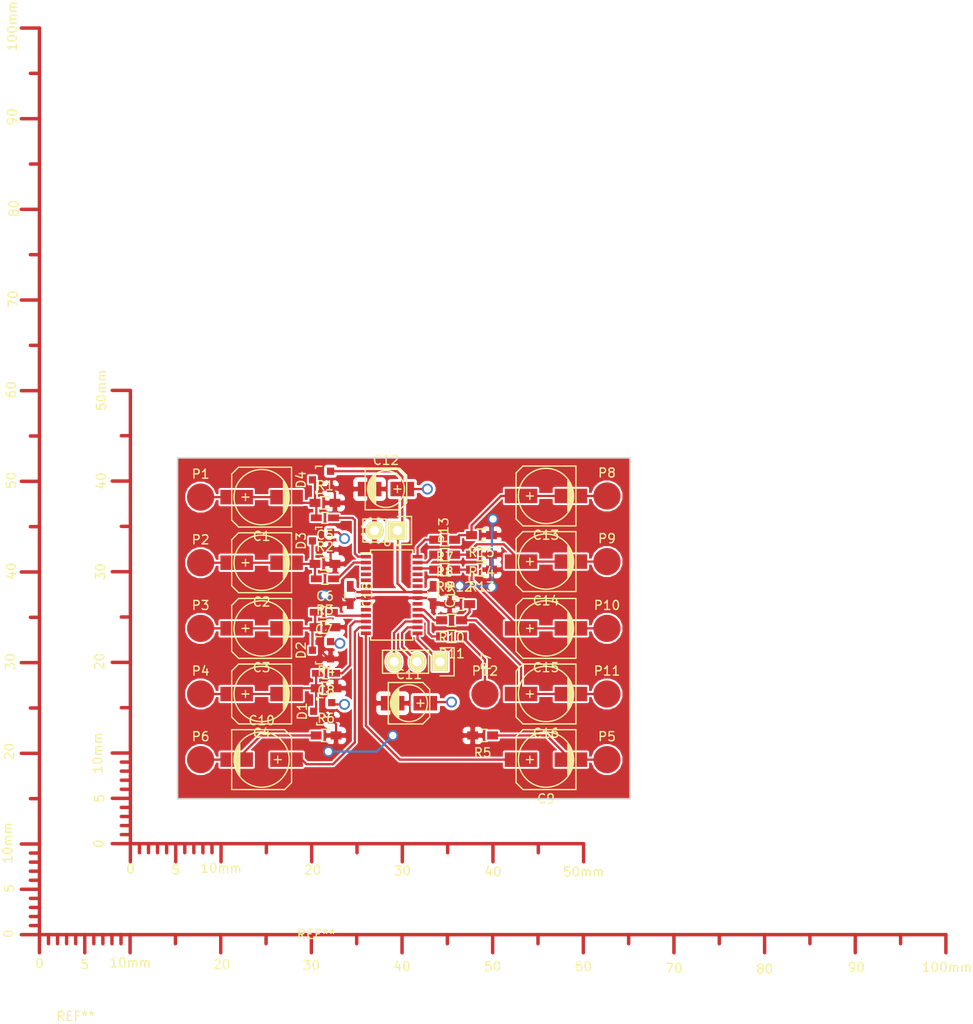
<source format=kicad_pcb>
(kicad_pcb (version 4) (host pcbnew 4.0.2+dfsg1-stable)

  (general
    (links 85)
    (no_connects 4)
    (area 115.234719 29.171899 218.224101 139.74602)
    (thickness 1.6)
    (drawings 5)
    (tracks 213)
    (zones 0)
    (modules 53)
    (nets 28)
  )

  (page A4)
  (title_block
    (title "FMS5601A Breakout")
    (date 2018-06-19)
    (rev 1)
    (company Roggtronics)
  )

  (layers
    (0 F.Cu signal)
    (31 B.Cu signal)
    (32 B.Adhes user)
    (33 F.Adhes user)
    (34 B.Paste user)
    (35 F.Paste user)
    (36 B.SilkS user)
    (37 F.SilkS user)
    (38 B.Mask user)
    (39 F.Mask user)
    (40 Dwgs.User user)
    (41 Cmts.User user)
    (42 Eco1.User user)
    (43 Eco2.User user)
    (44 Edge.Cuts user)
    (45 Margin user)
    (46 B.CrtYd user)
    (47 F.CrtYd user)
    (48 B.Fab user)
    (49 F.Fab user)
  )

  (setup
    (last_trace_width 0.254)
    (trace_clearance 0.2032)
    (zone_clearance 0)
    (zone_45_only no)
    (trace_min 0.2)
    (segment_width 0.2)
    (edge_width 0.15)
    (via_size 1.2)
    (via_drill 0.8)
    (via_min_size 0.4)
    (via_min_drill 0.3)
    (uvia_size 0.3)
    (uvia_drill 0.1)
    (uvias_allowed no)
    (uvia_min_size 0)
    (uvia_min_drill 0)
    (pcb_text_width 0.3)
    (pcb_text_size 1.5 1.5)
    (mod_edge_width 0.15)
    (mod_text_size 1 1)
    (mod_text_width 0.15)
    (pad_size 1.524 1.524)
    (pad_drill 0.762)
    (pad_to_mask_clearance 0.2)
    (aux_axis_origin 0 0)
    (visible_elements FFFCFF7F)
    (pcbplotparams
      (layerselection 0x00000_00000001)
      (usegerberextensions false)
      (excludeedgelayer true)
      (linewidth 0.100000)
      (plotframeref false)
      (viasonmask false)
      (mode 1)
      (useauxorigin false)
      (hpglpennumber 1)
      (hpglpenspeed 20)
      (hpglpendiameter 15)
      (hpglpenoverlay 2)
      (psnegative false)
      (psa4output false)
      (plotreference false)
      (plotvalue false)
      (plotinvisibletext false)
      (padsonsilk false)
      (subtractmaskfromsilk false)
      (outputformat 4)
      (mirror false)
      (drillshape 1)
      (scaleselection 1)
      (outputdirectory PDF))
  )

  (net 0 "")
  (net 1 +5V)
  (net 2 GND)
  (net 3 "Net-(C1-Pad1)")
  (net 4 "Net-(C2-Pad1)")
  (net 5 "Net-(C3-Pad1)")
  (net 6 "Net-(C4-Pad1)")
  (net 7 "Net-(C5-Pad1)")
  (net 8 "Net-(C6-Pad1)")
  (net 9 "Net-(C7-Pad1)")
  (net 10 "Net-(C8-Pad1)")
  (net 11 "Net-(C9-Pad1)")
  (net 12 "Net-(C9-Pad2)")
  (net 13 "Net-(C10-Pad1)")
  (net 14 "Net-(C10-Pad2)")
  (net 15 "Net-(C13-Pad1)")
  (net 16 "Net-(C14-Pad1)")
  (net 17 "Net-(C15-Pad1)")
  (net 18 "Net-(C16-Pad1)")
  (net 19 "Net-(P7-Pad1)")
  (net 20 "Net-(P7-Pad2)")
  (net 21 "Net-(P7-Pad3)")
  (net 22 "Net-(P12-Pad1)")
  (net 23 "Net-(R7-Pad2)")
  (net 24 "Net-(R8-Pad2)")
  (net 25 "Net-(R9-Pad2)")
  (net 26 "Net-(R10-Pad2)")
  (net 27 "Net-(R11-Pad2)")

  (net_class Default "This is the default net class."
    (clearance 0.2032)
    (trace_width 0.254)
    (via_dia 1.2)
    (via_drill 0.8)
    (uvia_dia 0.3)
    (uvia_drill 0.1)
    (add_net "Net-(C1-Pad1)")
    (add_net "Net-(C10-Pad1)")
    (add_net "Net-(C10-Pad2)")
    (add_net "Net-(C13-Pad1)")
    (add_net "Net-(C14-Pad1)")
    (add_net "Net-(C15-Pad1)")
    (add_net "Net-(C16-Pad1)")
    (add_net "Net-(C2-Pad1)")
    (add_net "Net-(C3-Pad1)")
    (add_net "Net-(C4-Pad1)")
    (add_net "Net-(C5-Pad1)")
    (add_net "Net-(C6-Pad1)")
    (add_net "Net-(C7-Pad1)")
    (add_net "Net-(C8-Pad1)")
    (add_net "Net-(C9-Pad1)")
    (add_net "Net-(C9-Pad2)")
    (add_net "Net-(P12-Pad1)")
    (add_net "Net-(P7-Pad1)")
    (add_net "Net-(P7-Pad2)")
    (add_net "Net-(P7-Pad3)")
    (add_net "Net-(R10-Pad2)")
    (add_net "Net-(R11-Pad2)")
    (add_net "Net-(R7-Pad2)")
    (add_net "Net-(R8-Pad2)")
    (add_net "Net-(R9-Pad2)")
  )

  (net_class PWR ""
    (clearance 0.3048)
    (trace_width 0.254)
    (via_dia 1.2)
    (via_drill 0.8)
    (uvia_dia 0.3)
    (uvia_drill 0.1)
    (add_net +5V)
    (add_net GND)
  )

  (module Capacitors_SMD:c_elec_6.3x7.7 (layer F.Cu) (tedit 556FDD06) (tstamp 5B2958F7)
    (at 142.24 81.407 180)
    (descr "SMT capacitor, aluminium electrolytic, 6.3x7.7")
    (path /5B2B007A)
    (attr smd)
    (fp_text reference C1 (at 0 -4.318 180) (layer F.SilkS)
      (effects (font (size 1 1) (thickness 0.15)))
    )
    (fp_text value 220u (at 0 4.318 180) (layer F.Fab)
      (effects (font (size 1 1) (thickness 0.15)))
    )
    (fp_line (start -4.85 -3.55) (end 4.85 -3.55) (layer F.CrtYd) (width 0.05))
    (fp_line (start 4.85 -3.55) (end 4.85 3.55) (layer F.CrtYd) (width 0.05))
    (fp_line (start 4.85 3.55) (end -4.85 3.55) (layer F.CrtYd) (width 0.05))
    (fp_line (start -4.85 3.55) (end -4.85 -3.55) (layer F.CrtYd) (width 0.05))
    (fp_line (start -2.921 -0.762) (end -2.921 0.762) (layer F.SilkS) (width 0.15))
    (fp_line (start -2.794 1.143) (end -2.794 -1.143) (layer F.SilkS) (width 0.15))
    (fp_line (start -2.667 -1.397) (end -2.667 1.397) (layer F.SilkS) (width 0.15))
    (fp_line (start -2.54 1.651) (end -2.54 -1.651) (layer F.SilkS) (width 0.15))
    (fp_line (start -2.413 -1.778) (end -2.413 1.778) (layer F.SilkS) (width 0.15))
    (fp_line (start -3.302 -3.302) (end -3.302 3.302) (layer F.SilkS) (width 0.15))
    (fp_line (start -3.302 3.302) (end 2.54 3.302) (layer F.SilkS) (width 0.15))
    (fp_line (start 2.54 3.302) (end 3.302 2.54) (layer F.SilkS) (width 0.15))
    (fp_line (start 3.302 2.54) (end 3.302 -2.54) (layer F.SilkS) (width 0.15))
    (fp_line (start 3.302 -2.54) (end 2.54 -3.302) (layer F.SilkS) (width 0.15))
    (fp_line (start 2.54 -3.302) (end -3.302 -3.302) (layer F.SilkS) (width 0.15))
    (fp_line (start 2.159 0) (end 1.397 0) (layer F.SilkS) (width 0.15))
    (fp_line (start 1.778 -0.381) (end 1.778 0.381) (layer F.SilkS) (width 0.15))
    (fp_circle (center 0 0) (end -3.048 0) (layer F.SilkS) (width 0.15))
    (pad 1 smd rect (at 2.75082 0 180) (size 3.59918 1.6002) (layers F.Cu F.Paste F.Mask)
      (net 3 "Net-(C1-Pad1)"))
    (pad 2 smd rect (at -2.75082 0 180) (size 3.59918 1.6002) (layers F.Cu F.Paste F.Mask)
      (net 3 "Net-(C1-Pad1)"))
    (model Capacitors_SMD.3dshapes/c_elec_6.3x7.7.wrl
      (at (xyz 0 0 0))
      (scale (xyz 1 1 1))
      (rotate (xyz 0 0 0))
    )
  )

  (module Capacitors_SMD:c_elec_6.3x7.7 (layer F.Cu) (tedit 556FDD06) (tstamp 5B2958FD)
    (at 142.24 88.646 180)
    (descr "SMT capacitor, aluminium electrolytic, 6.3x7.7")
    (path /5B2AFFD1)
    (attr smd)
    (fp_text reference C2 (at 0 -4.318 180) (layer F.SilkS)
      (effects (font (size 1 1) (thickness 0.15)))
    )
    (fp_text value 220u (at 0 4.318 180) (layer F.Fab)
      (effects (font (size 1 1) (thickness 0.15)))
    )
    (fp_line (start -4.85 -3.55) (end 4.85 -3.55) (layer F.CrtYd) (width 0.05))
    (fp_line (start 4.85 -3.55) (end 4.85 3.55) (layer F.CrtYd) (width 0.05))
    (fp_line (start 4.85 3.55) (end -4.85 3.55) (layer F.CrtYd) (width 0.05))
    (fp_line (start -4.85 3.55) (end -4.85 -3.55) (layer F.CrtYd) (width 0.05))
    (fp_line (start -2.921 -0.762) (end -2.921 0.762) (layer F.SilkS) (width 0.15))
    (fp_line (start -2.794 1.143) (end -2.794 -1.143) (layer F.SilkS) (width 0.15))
    (fp_line (start -2.667 -1.397) (end -2.667 1.397) (layer F.SilkS) (width 0.15))
    (fp_line (start -2.54 1.651) (end -2.54 -1.651) (layer F.SilkS) (width 0.15))
    (fp_line (start -2.413 -1.778) (end -2.413 1.778) (layer F.SilkS) (width 0.15))
    (fp_line (start -3.302 -3.302) (end -3.302 3.302) (layer F.SilkS) (width 0.15))
    (fp_line (start -3.302 3.302) (end 2.54 3.302) (layer F.SilkS) (width 0.15))
    (fp_line (start 2.54 3.302) (end 3.302 2.54) (layer F.SilkS) (width 0.15))
    (fp_line (start 3.302 2.54) (end 3.302 -2.54) (layer F.SilkS) (width 0.15))
    (fp_line (start 3.302 -2.54) (end 2.54 -3.302) (layer F.SilkS) (width 0.15))
    (fp_line (start 2.54 -3.302) (end -3.302 -3.302) (layer F.SilkS) (width 0.15))
    (fp_line (start 2.159 0) (end 1.397 0) (layer F.SilkS) (width 0.15))
    (fp_line (start 1.778 -0.381) (end 1.778 0.381) (layer F.SilkS) (width 0.15))
    (fp_circle (center 0 0) (end -3.048 0) (layer F.SilkS) (width 0.15))
    (pad 1 smd rect (at 2.75082 0 180) (size 3.59918 1.6002) (layers F.Cu F.Paste F.Mask)
      (net 4 "Net-(C2-Pad1)"))
    (pad 2 smd rect (at -2.75082 0 180) (size 3.59918 1.6002) (layers F.Cu F.Paste F.Mask)
      (net 4 "Net-(C2-Pad1)"))
    (model Capacitors_SMD.3dshapes/c_elec_6.3x7.7.wrl
      (at (xyz 0 0 0))
      (scale (xyz 1 1 1))
      (rotate (xyz 0 0 0))
    )
  )

  (module Capacitors_SMD:c_elec_6.3x7.7 (layer F.Cu) (tedit 556FDD06) (tstamp 5B295903)
    (at 142.24 95.885 180)
    (descr "SMT capacitor, aluminium electrolytic, 6.3x7.7")
    (path /5B2AFF2B)
    (attr smd)
    (fp_text reference C3 (at 0 -4.318 180) (layer F.SilkS)
      (effects (font (size 1 1) (thickness 0.15)))
    )
    (fp_text value 220u (at 0 4.318 180) (layer F.Fab)
      (effects (font (size 1 1) (thickness 0.15)))
    )
    (fp_line (start -4.85 -3.55) (end 4.85 -3.55) (layer F.CrtYd) (width 0.05))
    (fp_line (start 4.85 -3.55) (end 4.85 3.55) (layer F.CrtYd) (width 0.05))
    (fp_line (start 4.85 3.55) (end -4.85 3.55) (layer F.CrtYd) (width 0.05))
    (fp_line (start -4.85 3.55) (end -4.85 -3.55) (layer F.CrtYd) (width 0.05))
    (fp_line (start -2.921 -0.762) (end -2.921 0.762) (layer F.SilkS) (width 0.15))
    (fp_line (start -2.794 1.143) (end -2.794 -1.143) (layer F.SilkS) (width 0.15))
    (fp_line (start -2.667 -1.397) (end -2.667 1.397) (layer F.SilkS) (width 0.15))
    (fp_line (start -2.54 1.651) (end -2.54 -1.651) (layer F.SilkS) (width 0.15))
    (fp_line (start -2.413 -1.778) (end -2.413 1.778) (layer F.SilkS) (width 0.15))
    (fp_line (start -3.302 -3.302) (end -3.302 3.302) (layer F.SilkS) (width 0.15))
    (fp_line (start -3.302 3.302) (end 2.54 3.302) (layer F.SilkS) (width 0.15))
    (fp_line (start 2.54 3.302) (end 3.302 2.54) (layer F.SilkS) (width 0.15))
    (fp_line (start 3.302 2.54) (end 3.302 -2.54) (layer F.SilkS) (width 0.15))
    (fp_line (start 3.302 -2.54) (end 2.54 -3.302) (layer F.SilkS) (width 0.15))
    (fp_line (start 2.54 -3.302) (end -3.302 -3.302) (layer F.SilkS) (width 0.15))
    (fp_line (start 2.159 0) (end 1.397 0) (layer F.SilkS) (width 0.15))
    (fp_line (start 1.778 -0.381) (end 1.778 0.381) (layer F.SilkS) (width 0.15))
    (fp_circle (center 0 0) (end -3.048 0) (layer F.SilkS) (width 0.15))
    (pad 1 smd rect (at 2.75082 0 180) (size 3.59918 1.6002) (layers F.Cu F.Paste F.Mask)
      (net 5 "Net-(C3-Pad1)"))
    (pad 2 smd rect (at -2.75082 0 180) (size 3.59918 1.6002) (layers F.Cu F.Paste F.Mask)
      (net 5 "Net-(C3-Pad1)"))
    (model Capacitors_SMD.3dshapes/c_elec_6.3x7.7.wrl
      (at (xyz 0 0 0))
      (scale (xyz 1 1 1))
      (rotate (xyz 0 0 0))
    )
  )

  (module Capacitors_SMD:c_elec_6.3x7.7 (layer F.Cu) (tedit 556FDD06) (tstamp 5B295909)
    (at 142.24 103.124 180)
    (descr "SMT capacitor, aluminium electrolytic, 6.3x7.7")
    (path /5B2AFC68)
    (attr smd)
    (fp_text reference C4 (at 0 -4.318 180) (layer F.SilkS)
      (effects (font (size 1 1) (thickness 0.15)))
    )
    (fp_text value 220u (at 0 4.318 180) (layer F.Fab)
      (effects (font (size 1 1) (thickness 0.15)))
    )
    (fp_line (start -4.85 -3.55) (end 4.85 -3.55) (layer F.CrtYd) (width 0.05))
    (fp_line (start 4.85 -3.55) (end 4.85 3.55) (layer F.CrtYd) (width 0.05))
    (fp_line (start 4.85 3.55) (end -4.85 3.55) (layer F.CrtYd) (width 0.05))
    (fp_line (start -4.85 3.55) (end -4.85 -3.55) (layer F.CrtYd) (width 0.05))
    (fp_line (start -2.921 -0.762) (end -2.921 0.762) (layer F.SilkS) (width 0.15))
    (fp_line (start -2.794 1.143) (end -2.794 -1.143) (layer F.SilkS) (width 0.15))
    (fp_line (start -2.667 -1.397) (end -2.667 1.397) (layer F.SilkS) (width 0.15))
    (fp_line (start -2.54 1.651) (end -2.54 -1.651) (layer F.SilkS) (width 0.15))
    (fp_line (start -2.413 -1.778) (end -2.413 1.778) (layer F.SilkS) (width 0.15))
    (fp_line (start -3.302 -3.302) (end -3.302 3.302) (layer F.SilkS) (width 0.15))
    (fp_line (start -3.302 3.302) (end 2.54 3.302) (layer F.SilkS) (width 0.15))
    (fp_line (start 2.54 3.302) (end 3.302 2.54) (layer F.SilkS) (width 0.15))
    (fp_line (start 3.302 2.54) (end 3.302 -2.54) (layer F.SilkS) (width 0.15))
    (fp_line (start 3.302 -2.54) (end 2.54 -3.302) (layer F.SilkS) (width 0.15))
    (fp_line (start 2.54 -3.302) (end -3.302 -3.302) (layer F.SilkS) (width 0.15))
    (fp_line (start 2.159 0) (end 1.397 0) (layer F.SilkS) (width 0.15))
    (fp_line (start 1.778 -0.381) (end 1.778 0.381) (layer F.SilkS) (width 0.15))
    (fp_circle (center 0 0) (end -3.048 0) (layer F.SilkS) (width 0.15))
    (pad 1 smd rect (at 2.75082 0 180) (size 3.59918 1.6002) (layers F.Cu F.Paste F.Mask)
      (net 6 "Net-(C4-Pad1)"))
    (pad 2 smd rect (at -2.75082 0 180) (size 3.59918 1.6002) (layers F.Cu F.Paste F.Mask)
      (net 6 "Net-(C4-Pad1)"))
    (model Capacitors_SMD.3dshapes/c_elec_6.3x7.7.wrl
      (at (xyz 0 0 0))
      (scale (xyz 1 1 1))
      (rotate (xyz 0 0 0))
    )
  )

  (module Capacitors_SMD:C_0603_HandSoldering (layer F.Cu) (tedit 541A9B4D) (tstamp 5B29590F)
    (at 149.225 83.693 180)
    (descr "Capacitor SMD 0603, hand soldering")
    (tags "capacitor 0603")
    (path /5B290409)
    (attr smd)
    (fp_text reference C5 (at 0 -1.9 180) (layer F.SilkS)
      (effects (font (size 1 1) (thickness 0.15)))
    )
    (fp_text value 100n (at 0 1.9 180) (layer F.Fab)
      (effects (font (size 1 1) (thickness 0.15)))
    )
    (fp_line (start -1.85 -0.75) (end 1.85 -0.75) (layer F.CrtYd) (width 0.05))
    (fp_line (start -1.85 0.75) (end 1.85 0.75) (layer F.CrtYd) (width 0.05))
    (fp_line (start -1.85 -0.75) (end -1.85 0.75) (layer F.CrtYd) (width 0.05))
    (fp_line (start 1.85 -0.75) (end 1.85 0.75) (layer F.CrtYd) (width 0.05))
    (fp_line (start -0.35 -0.6) (end 0.35 -0.6) (layer F.SilkS) (width 0.15))
    (fp_line (start 0.35 0.6) (end -0.35 0.6) (layer F.SilkS) (width 0.15))
    (pad 1 smd rect (at -0.95 0 180) (size 1.2 0.75) (layers F.Cu F.Paste F.Mask)
      (net 7 "Net-(C5-Pad1)"))
    (pad 2 smd rect (at 0.95 0 180) (size 1.2 0.75) (layers F.Cu F.Paste F.Mask)
      (net 3 "Net-(C1-Pad1)"))
    (model Capacitors_SMD.3dshapes/C_0603_HandSoldering.wrl
      (at (xyz 0 0 0))
      (scale (xyz 1 1 1))
      (rotate (xyz 0 0 0))
    )
  )

  (module Capacitors_SMD:C_0603_HandSoldering (layer F.Cu) (tedit 541A9B4D) (tstamp 5B295915)
    (at 149.225 90.424 180)
    (descr "Capacitor SMD 0603, hand soldering")
    (tags "capacitor 0603")
    (path /5B29051A)
    (attr smd)
    (fp_text reference C6 (at 0 -1.9 180) (layer F.SilkS)
      (effects (font (size 1 1) (thickness 0.15)))
    )
    (fp_text value 100n (at 0 1.9 180) (layer F.Fab)
      (effects (font (size 1 1) (thickness 0.15)))
    )
    (fp_line (start -1.85 -0.75) (end 1.85 -0.75) (layer F.CrtYd) (width 0.05))
    (fp_line (start -1.85 0.75) (end 1.85 0.75) (layer F.CrtYd) (width 0.05))
    (fp_line (start -1.85 -0.75) (end -1.85 0.75) (layer F.CrtYd) (width 0.05))
    (fp_line (start 1.85 -0.75) (end 1.85 0.75) (layer F.CrtYd) (width 0.05))
    (fp_line (start -0.35 -0.6) (end 0.35 -0.6) (layer F.SilkS) (width 0.15))
    (fp_line (start 0.35 0.6) (end -0.35 0.6) (layer F.SilkS) (width 0.15))
    (pad 1 smd rect (at -0.95 0 180) (size 1.2 0.75) (layers F.Cu F.Paste F.Mask)
      (net 8 "Net-(C6-Pad1)"))
    (pad 2 smd rect (at 0.95 0 180) (size 1.2 0.75) (layers F.Cu F.Paste F.Mask)
      (net 4 "Net-(C2-Pad1)"))
    (model Capacitors_SMD.3dshapes/C_0603_HandSoldering.wrl
      (at (xyz 0 0 0))
      (scale (xyz 1 1 1))
      (rotate (xyz 0 0 0))
    )
  )

  (module Capacitors_SMD:C_0603_HandSoldering (layer F.Cu) (tedit 541A9B4D) (tstamp 5B29591B)
    (at 149.098 94.107 180)
    (descr "Capacitor SMD 0603, hand soldering")
    (tags "capacitor 0603")
    (path /5B2905FA)
    (attr smd)
    (fp_text reference C7 (at 0 -1.9 180) (layer F.SilkS)
      (effects (font (size 1 1) (thickness 0.15)))
    )
    (fp_text value 100n (at 0 1.9 180) (layer F.Fab)
      (effects (font (size 1 1) (thickness 0.15)))
    )
    (fp_line (start -1.85 -0.75) (end 1.85 -0.75) (layer F.CrtYd) (width 0.05))
    (fp_line (start -1.85 0.75) (end 1.85 0.75) (layer F.CrtYd) (width 0.05))
    (fp_line (start -1.85 -0.75) (end -1.85 0.75) (layer F.CrtYd) (width 0.05))
    (fp_line (start 1.85 -0.75) (end 1.85 0.75) (layer F.CrtYd) (width 0.05))
    (fp_line (start -0.35 -0.6) (end 0.35 -0.6) (layer F.SilkS) (width 0.15))
    (fp_line (start 0.35 0.6) (end -0.35 0.6) (layer F.SilkS) (width 0.15))
    (pad 1 smd rect (at -0.95 0 180) (size 1.2 0.75) (layers F.Cu F.Paste F.Mask)
      (net 9 "Net-(C7-Pad1)"))
    (pad 2 smd rect (at 0.95 0 180) (size 1.2 0.75) (layers F.Cu F.Paste F.Mask)
      (net 5 "Net-(C3-Pad1)"))
    (model Capacitors_SMD.3dshapes/C_0603_HandSoldering.wrl
      (at (xyz 0 0 0))
      (scale (xyz 1 1 1))
      (rotate (xyz 0 0 0))
    )
  )

  (module Capacitors_SMD:C_0603_HandSoldering (layer F.Cu) (tedit 541A9B4D) (tstamp 5B295921)
    (at 149.352 100.838 180)
    (descr "Capacitor SMD 0603, hand soldering")
    (tags "capacitor 0603")
    (path /5B290676)
    (attr smd)
    (fp_text reference C8 (at 0 -1.9 180) (layer F.SilkS)
      (effects (font (size 1 1) (thickness 0.15)))
    )
    (fp_text value 100n (at 0 1.9 180) (layer F.Fab)
      (effects (font (size 1 1) (thickness 0.15)))
    )
    (fp_line (start -1.85 -0.75) (end 1.85 -0.75) (layer F.CrtYd) (width 0.05))
    (fp_line (start -1.85 0.75) (end 1.85 0.75) (layer F.CrtYd) (width 0.05))
    (fp_line (start -1.85 -0.75) (end -1.85 0.75) (layer F.CrtYd) (width 0.05))
    (fp_line (start 1.85 -0.75) (end 1.85 0.75) (layer F.CrtYd) (width 0.05))
    (fp_line (start -0.35 -0.6) (end 0.35 -0.6) (layer F.SilkS) (width 0.15))
    (fp_line (start 0.35 0.6) (end -0.35 0.6) (layer F.SilkS) (width 0.15))
    (pad 1 smd rect (at -0.95 0 180) (size 1.2 0.75) (layers F.Cu F.Paste F.Mask)
      (net 10 "Net-(C8-Pad1)"))
    (pad 2 smd rect (at 0.95 0 180) (size 1.2 0.75) (layers F.Cu F.Paste F.Mask)
      (net 6 "Net-(C4-Pad1)"))
    (model Capacitors_SMD.3dshapes/C_0603_HandSoldering.wrl
      (at (xyz 0 0 0))
      (scale (xyz 1 1 1))
      (rotate (xyz 0 0 0))
    )
  )

  (module Capacitors_SMD:c_elec_6.3x7.7 (layer F.Cu) (tedit 556FDD06) (tstamp 5B295927)
    (at 173.609 110.363 180)
    (descr "SMT capacitor, aluminium electrolytic, 6.3x7.7")
    (path /5B29BFF5)
    (attr smd)
    (fp_text reference C9 (at 0 -4.318 180) (layer F.SilkS)
      (effects (font (size 1 1) (thickness 0.15)))
    )
    (fp_text value 220u (at 0 4.318 180) (layer F.Fab)
      (effects (font (size 1 1) (thickness 0.15)))
    )
    (fp_line (start -4.85 -3.55) (end 4.85 -3.55) (layer F.CrtYd) (width 0.05))
    (fp_line (start 4.85 -3.55) (end 4.85 3.55) (layer F.CrtYd) (width 0.05))
    (fp_line (start 4.85 3.55) (end -4.85 3.55) (layer F.CrtYd) (width 0.05))
    (fp_line (start -4.85 3.55) (end -4.85 -3.55) (layer F.CrtYd) (width 0.05))
    (fp_line (start -2.921 -0.762) (end -2.921 0.762) (layer F.SilkS) (width 0.15))
    (fp_line (start -2.794 1.143) (end -2.794 -1.143) (layer F.SilkS) (width 0.15))
    (fp_line (start -2.667 -1.397) (end -2.667 1.397) (layer F.SilkS) (width 0.15))
    (fp_line (start -2.54 1.651) (end -2.54 -1.651) (layer F.SilkS) (width 0.15))
    (fp_line (start -2.413 -1.778) (end -2.413 1.778) (layer F.SilkS) (width 0.15))
    (fp_line (start -3.302 -3.302) (end -3.302 3.302) (layer F.SilkS) (width 0.15))
    (fp_line (start -3.302 3.302) (end 2.54 3.302) (layer F.SilkS) (width 0.15))
    (fp_line (start 2.54 3.302) (end 3.302 2.54) (layer F.SilkS) (width 0.15))
    (fp_line (start 3.302 2.54) (end 3.302 -2.54) (layer F.SilkS) (width 0.15))
    (fp_line (start 3.302 -2.54) (end 2.54 -3.302) (layer F.SilkS) (width 0.15))
    (fp_line (start 2.54 -3.302) (end -3.302 -3.302) (layer F.SilkS) (width 0.15))
    (fp_line (start 2.159 0) (end 1.397 0) (layer F.SilkS) (width 0.15))
    (fp_line (start 1.778 -0.381) (end 1.778 0.381) (layer F.SilkS) (width 0.15))
    (fp_circle (center 0 0) (end -3.048 0) (layer F.SilkS) (width 0.15))
    (pad 1 smd rect (at 2.75082 0 180) (size 3.59918 1.6002) (layers F.Cu F.Paste F.Mask)
      (net 11 "Net-(C9-Pad1)"))
    (pad 2 smd rect (at -2.75082 0 180) (size 3.59918 1.6002) (layers F.Cu F.Paste F.Mask)
      (net 12 "Net-(C9-Pad2)"))
    (model Capacitors_SMD.3dshapes/c_elec_6.3x7.7.wrl
      (at (xyz 0 0 0))
      (scale (xyz 1 1 1))
      (rotate (xyz 0 0 0))
    )
  )

  (module Capacitors_SMD:c_elec_6.3x7.7 (layer F.Cu) (tedit 556FDD06) (tstamp 5B29592D)
    (at 142.24 110.363)
    (descr "SMT capacitor, aluminium electrolytic, 6.3x7.7")
    (path /5B29C331)
    (attr smd)
    (fp_text reference C10 (at 0 -4.318) (layer F.SilkS)
      (effects (font (size 1 1) (thickness 0.15)))
    )
    (fp_text value 220u (at 0 4.318) (layer F.Fab)
      (effects (font (size 1 1) (thickness 0.15)))
    )
    (fp_line (start -4.85 -3.55) (end 4.85 -3.55) (layer F.CrtYd) (width 0.05))
    (fp_line (start 4.85 -3.55) (end 4.85 3.55) (layer F.CrtYd) (width 0.05))
    (fp_line (start 4.85 3.55) (end -4.85 3.55) (layer F.CrtYd) (width 0.05))
    (fp_line (start -4.85 3.55) (end -4.85 -3.55) (layer F.CrtYd) (width 0.05))
    (fp_line (start -2.921 -0.762) (end -2.921 0.762) (layer F.SilkS) (width 0.15))
    (fp_line (start -2.794 1.143) (end -2.794 -1.143) (layer F.SilkS) (width 0.15))
    (fp_line (start -2.667 -1.397) (end -2.667 1.397) (layer F.SilkS) (width 0.15))
    (fp_line (start -2.54 1.651) (end -2.54 -1.651) (layer F.SilkS) (width 0.15))
    (fp_line (start -2.413 -1.778) (end -2.413 1.778) (layer F.SilkS) (width 0.15))
    (fp_line (start -3.302 -3.302) (end -3.302 3.302) (layer F.SilkS) (width 0.15))
    (fp_line (start -3.302 3.302) (end 2.54 3.302) (layer F.SilkS) (width 0.15))
    (fp_line (start 2.54 3.302) (end 3.302 2.54) (layer F.SilkS) (width 0.15))
    (fp_line (start 3.302 2.54) (end 3.302 -2.54) (layer F.SilkS) (width 0.15))
    (fp_line (start 3.302 -2.54) (end 2.54 -3.302) (layer F.SilkS) (width 0.15))
    (fp_line (start 2.54 -3.302) (end -3.302 -3.302) (layer F.SilkS) (width 0.15))
    (fp_line (start 2.159 0) (end 1.397 0) (layer F.SilkS) (width 0.15))
    (fp_line (start 1.778 -0.381) (end 1.778 0.381) (layer F.SilkS) (width 0.15))
    (fp_circle (center 0 0) (end -3.048 0) (layer F.SilkS) (width 0.15))
    (pad 1 smd rect (at 2.75082 0) (size 3.59918 1.6002) (layers F.Cu F.Paste F.Mask)
      (net 13 "Net-(C10-Pad1)"))
    (pad 2 smd rect (at -2.75082 0) (size 3.59918 1.6002) (layers F.Cu F.Paste F.Mask)
      (net 14 "Net-(C10-Pad2)"))
    (model Capacitors_SMD.3dshapes/c_elec_6.3x7.7.wrl
      (at (xyz 0 0 0))
      (scale (xyz 1 1 1))
      (rotate (xyz 0 0 0))
    )
  )

  (module Capacitors_SMD:c_elec_4x5.3 (layer F.Cu) (tedit 556FDE77) (tstamp 5B295933)
    (at 158.496 104.14)
    (descr "SMT capacitor, aluminium electrolytic, 4x5.3")
    (path /5B293F72)
    (attr smd)
    (fp_text reference C11 (at 0 -3.175) (layer F.SilkS)
      (effects (font (size 1 1) (thickness 0.15)))
    )
    (fp_text value 10u (at 0 3.175) (layer F.Fab)
      (effects (font (size 1 1) (thickness 0.15)))
    )
    (fp_line (start -3.35 -2.65) (end 3.35 -2.65) (layer F.CrtYd) (width 0.05))
    (fp_line (start 3.35 -2.65) (end 3.35 2.65) (layer F.CrtYd) (width 0.05))
    (fp_line (start 3.35 2.65) (end -3.35 2.65) (layer F.CrtYd) (width 0.05))
    (fp_line (start -3.35 2.65) (end -3.35 -2.65) (layer F.CrtYd) (width 0.05))
    (fp_line (start 1.651 0) (end 0.889 0) (layer F.SilkS) (width 0.15))
    (fp_line (start 1.27 -0.381) (end 1.27 0.381) (layer F.SilkS) (width 0.15))
    (fp_line (start 1.524 2.286) (end -2.286 2.286) (layer F.SilkS) (width 0.15))
    (fp_line (start 2.286 -1.524) (end 2.286 1.524) (layer F.SilkS) (width 0.15))
    (fp_line (start 1.524 2.286) (end 2.286 1.524) (layer F.SilkS) (width 0.15))
    (fp_line (start 1.524 -2.286) (end -2.286 -2.286) (layer F.SilkS) (width 0.15))
    (fp_line (start 1.524 -2.286) (end 2.286 -1.524) (layer F.SilkS) (width 0.15))
    (fp_line (start -2.032 0.127) (end -2.032 -0.127) (layer F.SilkS) (width 0.15))
    (fp_line (start -1.905 -0.635) (end -1.905 0.635) (layer F.SilkS) (width 0.15))
    (fp_line (start -1.778 0.889) (end -1.778 -0.889) (layer F.SilkS) (width 0.15))
    (fp_line (start -1.651 1.143) (end -1.651 -1.143) (layer F.SilkS) (width 0.15))
    (fp_line (start -1.524 -1.27) (end -1.524 1.27) (layer F.SilkS) (width 0.15))
    (fp_line (start -1.397 1.397) (end -1.397 -1.397) (layer F.SilkS) (width 0.15))
    (fp_line (start -1.27 -1.524) (end -1.27 1.524) (layer F.SilkS) (width 0.15))
    (fp_line (start -1.143 -1.651) (end -1.143 1.651) (layer F.SilkS) (width 0.15))
    (fp_line (start -2.286 -2.286) (end -2.286 2.286) (layer F.SilkS) (width 0.15))
    (fp_circle (center 0 0) (end -2.032 0) (layer F.SilkS) (width 0.15))
    (pad 1 smd rect (at 1.80086 0) (size 2.60096 1.6002) (layers F.Cu F.Paste F.Mask)
      (net 1 +5V))
    (pad 2 smd rect (at -1.80086 0) (size 2.60096 1.6002) (layers F.Cu F.Paste F.Mask)
      (net 2 GND))
    (model Capacitors_SMD.3dshapes/c_elec_4x5.3.wrl
      (at (xyz 0 0 0))
      (scale (xyz 1 1 1))
      (rotate (xyz 0 0 0))
    )
  )

  (module Capacitors_SMD:c_elec_4x5.3 (layer F.Cu) (tedit 556FDE77) (tstamp 5B295939)
    (at 155.956 80.518)
    (descr "SMT capacitor, aluminium electrolytic, 4x5.3")
    (path /5B294007)
    (attr smd)
    (fp_text reference C12 (at 0 -3.175) (layer F.SilkS)
      (effects (font (size 1 1) (thickness 0.15)))
    )
    (fp_text value 10u (at 0 3.175) (layer F.Fab)
      (effects (font (size 1 1) (thickness 0.15)))
    )
    (fp_line (start -3.35 -2.65) (end 3.35 -2.65) (layer F.CrtYd) (width 0.05))
    (fp_line (start 3.35 -2.65) (end 3.35 2.65) (layer F.CrtYd) (width 0.05))
    (fp_line (start 3.35 2.65) (end -3.35 2.65) (layer F.CrtYd) (width 0.05))
    (fp_line (start -3.35 2.65) (end -3.35 -2.65) (layer F.CrtYd) (width 0.05))
    (fp_line (start 1.651 0) (end 0.889 0) (layer F.SilkS) (width 0.15))
    (fp_line (start 1.27 -0.381) (end 1.27 0.381) (layer F.SilkS) (width 0.15))
    (fp_line (start 1.524 2.286) (end -2.286 2.286) (layer F.SilkS) (width 0.15))
    (fp_line (start 2.286 -1.524) (end 2.286 1.524) (layer F.SilkS) (width 0.15))
    (fp_line (start 1.524 2.286) (end 2.286 1.524) (layer F.SilkS) (width 0.15))
    (fp_line (start 1.524 -2.286) (end -2.286 -2.286) (layer F.SilkS) (width 0.15))
    (fp_line (start 1.524 -2.286) (end 2.286 -1.524) (layer F.SilkS) (width 0.15))
    (fp_line (start -2.032 0.127) (end -2.032 -0.127) (layer F.SilkS) (width 0.15))
    (fp_line (start -1.905 -0.635) (end -1.905 0.635) (layer F.SilkS) (width 0.15))
    (fp_line (start -1.778 0.889) (end -1.778 -0.889) (layer F.SilkS) (width 0.15))
    (fp_line (start -1.651 1.143) (end -1.651 -1.143) (layer F.SilkS) (width 0.15))
    (fp_line (start -1.524 -1.27) (end -1.524 1.27) (layer F.SilkS) (width 0.15))
    (fp_line (start -1.397 1.397) (end -1.397 -1.397) (layer F.SilkS) (width 0.15))
    (fp_line (start -1.27 -1.524) (end -1.27 1.524) (layer F.SilkS) (width 0.15))
    (fp_line (start -1.143 -1.651) (end -1.143 1.651) (layer F.SilkS) (width 0.15))
    (fp_line (start -2.286 -2.286) (end -2.286 2.286) (layer F.SilkS) (width 0.15))
    (fp_circle (center 0 0) (end -2.032 0) (layer F.SilkS) (width 0.15))
    (pad 1 smd rect (at 1.80086 0) (size 2.60096 1.6002) (layers F.Cu F.Paste F.Mask)
      (net 1 +5V))
    (pad 2 smd rect (at -1.80086 0) (size 2.60096 1.6002) (layers F.Cu F.Paste F.Mask)
      (net 2 GND))
    (model Capacitors_SMD.3dshapes/c_elec_4x5.3.wrl
      (at (xyz 0 0 0))
      (scale (xyz 1 1 1))
      (rotate (xyz 0 0 0))
    )
  )

  (module Capacitors_SMD:c_elec_6.3x7.7 (layer F.Cu) (tedit 556FDD06) (tstamp 5B29593F)
    (at 173.609 81.28 180)
    (descr "SMT capacitor, aluminium electrolytic, 6.3x7.7")
    (path /5B298003)
    (attr smd)
    (fp_text reference C13 (at 0 -4.318 180) (layer F.SilkS)
      (effects (font (size 1 1) (thickness 0.15)))
    )
    (fp_text value 220u (at 0 4.318 180) (layer F.Fab)
      (effects (font (size 1 1) (thickness 0.15)))
    )
    (fp_line (start -4.85 -3.55) (end 4.85 -3.55) (layer F.CrtYd) (width 0.05))
    (fp_line (start 4.85 -3.55) (end 4.85 3.55) (layer F.CrtYd) (width 0.05))
    (fp_line (start 4.85 3.55) (end -4.85 3.55) (layer F.CrtYd) (width 0.05))
    (fp_line (start -4.85 3.55) (end -4.85 -3.55) (layer F.CrtYd) (width 0.05))
    (fp_line (start -2.921 -0.762) (end -2.921 0.762) (layer F.SilkS) (width 0.15))
    (fp_line (start -2.794 1.143) (end -2.794 -1.143) (layer F.SilkS) (width 0.15))
    (fp_line (start -2.667 -1.397) (end -2.667 1.397) (layer F.SilkS) (width 0.15))
    (fp_line (start -2.54 1.651) (end -2.54 -1.651) (layer F.SilkS) (width 0.15))
    (fp_line (start -2.413 -1.778) (end -2.413 1.778) (layer F.SilkS) (width 0.15))
    (fp_line (start -3.302 -3.302) (end -3.302 3.302) (layer F.SilkS) (width 0.15))
    (fp_line (start -3.302 3.302) (end 2.54 3.302) (layer F.SilkS) (width 0.15))
    (fp_line (start 2.54 3.302) (end 3.302 2.54) (layer F.SilkS) (width 0.15))
    (fp_line (start 3.302 2.54) (end 3.302 -2.54) (layer F.SilkS) (width 0.15))
    (fp_line (start 3.302 -2.54) (end 2.54 -3.302) (layer F.SilkS) (width 0.15))
    (fp_line (start 2.54 -3.302) (end -3.302 -3.302) (layer F.SilkS) (width 0.15))
    (fp_line (start 2.159 0) (end 1.397 0) (layer F.SilkS) (width 0.15))
    (fp_line (start 1.778 -0.381) (end 1.778 0.381) (layer F.SilkS) (width 0.15))
    (fp_circle (center 0 0) (end -3.048 0) (layer F.SilkS) (width 0.15))
    (pad 1 smd rect (at 2.75082 0 180) (size 3.59918 1.6002) (layers F.Cu F.Paste F.Mask)
      (net 15 "Net-(C13-Pad1)"))
    (pad 2 smd rect (at -2.75082 0 180) (size 3.59918 1.6002) (layers F.Cu F.Paste F.Mask)
      (net 15 "Net-(C13-Pad1)"))
    (model Capacitors_SMD.3dshapes/c_elec_6.3x7.7.wrl
      (at (xyz 0 0 0))
      (scale (xyz 1 1 1))
      (rotate (xyz 0 0 0))
    )
  )

  (module Capacitors_SMD:c_elec_6.3x7.7 (layer F.Cu) (tedit 556FDD06) (tstamp 5B295945)
    (at 173.609 88.519 180)
    (descr "SMT capacitor, aluminium electrolytic, 6.3x7.7")
    (path /5B2980E9)
    (attr smd)
    (fp_text reference C14 (at 0 -4.318 180) (layer F.SilkS)
      (effects (font (size 1 1) (thickness 0.15)))
    )
    (fp_text value 220u (at 0 4.318 180) (layer F.Fab)
      (effects (font (size 1 1) (thickness 0.15)))
    )
    (fp_line (start -4.85 -3.55) (end 4.85 -3.55) (layer F.CrtYd) (width 0.05))
    (fp_line (start 4.85 -3.55) (end 4.85 3.55) (layer F.CrtYd) (width 0.05))
    (fp_line (start 4.85 3.55) (end -4.85 3.55) (layer F.CrtYd) (width 0.05))
    (fp_line (start -4.85 3.55) (end -4.85 -3.55) (layer F.CrtYd) (width 0.05))
    (fp_line (start -2.921 -0.762) (end -2.921 0.762) (layer F.SilkS) (width 0.15))
    (fp_line (start -2.794 1.143) (end -2.794 -1.143) (layer F.SilkS) (width 0.15))
    (fp_line (start -2.667 -1.397) (end -2.667 1.397) (layer F.SilkS) (width 0.15))
    (fp_line (start -2.54 1.651) (end -2.54 -1.651) (layer F.SilkS) (width 0.15))
    (fp_line (start -2.413 -1.778) (end -2.413 1.778) (layer F.SilkS) (width 0.15))
    (fp_line (start -3.302 -3.302) (end -3.302 3.302) (layer F.SilkS) (width 0.15))
    (fp_line (start -3.302 3.302) (end 2.54 3.302) (layer F.SilkS) (width 0.15))
    (fp_line (start 2.54 3.302) (end 3.302 2.54) (layer F.SilkS) (width 0.15))
    (fp_line (start 3.302 2.54) (end 3.302 -2.54) (layer F.SilkS) (width 0.15))
    (fp_line (start 3.302 -2.54) (end 2.54 -3.302) (layer F.SilkS) (width 0.15))
    (fp_line (start 2.54 -3.302) (end -3.302 -3.302) (layer F.SilkS) (width 0.15))
    (fp_line (start 2.159 0) (end 1.397 0) (layer F.SilkS) (width 0.15))
    (fp_line (start 1.778 -0.381) (end 1.778 0.381) (layer F.SilkS) (width 0.15))
    (fp_circle (center 0 0) (end -3.048 0) (layer F.SilkS) (width 0.15))
    (pad 1 smd rect (at 2.75082 0 180) (size 3.59918 1.6002) (layers F.Cu F.Paste F.Mask)
      (net 16 "Net-(C14-Pad1)"))
    (pad 2 smd rect (at -2.75082 0 180) (size 3.59918 1.6002) (layers F.Cu F.Paste F.Mask)
      (net 16 "Net-(C14-Pad1)"))
    (model Capacitors_SMD.3dshapes/c_elec_6.3x7.7.wrl
      (at (xyz 0 0 0))
      (scale (xyz 1 1 1))
      (rotate (xyz 0 0 0))
    )
  )

  (module Capacitors_SMD:c_elec_6.3x7.7 (layer F.Cu) (tedit 556FDD06) (tstamp 5B29594B)
    (at 173.609 95.885 180)
    (descr "SMT capacitor, aluminium electrolytic, 6.3x7.7")
    (path /5B298196)
    (attr smd)
    (fp_text reference C15 (at 0 -4.318 180) (layer F.SilkS)
      (effects (font (size 1 1) (thickness 0.15)))
    )
    (fp_text value 220u (at 0 4.318 180) (layer F.Fab)
      (effects (font (size 1 1) (thickness 0.15)))
    )
    (fp_line (start -4.85 -3.55) (end 4.85 -3.55) (layer F.CrtYd) (width 0.05))
    (fp_line (start 4.85 -3.55) (end 4.85 3.55) (layer F.CrtYd) (width 0.05))
    (fp_line (start 4.85 3.55) (end -4.85 3.55) (layer F.CrtYd) (width 0.05))
    (fp_line (start -4.85 3.55) (end -4.85 -3.55) (layer F.CrtYd) (width 0.05))
    (fp_line (start -2.921 -0.762) (end -2.921 0.762) (layer F.SilkS) (width 0.15))
    (fp_line (start -2.794 1.143) (end -2.794 -1.143) (layer F.SilkS) (width 0.15))
    (fp_line (start -2.667 -1.397) (end -2.667 1.397) (layer F.SilkS) (width 0.15))
    (fp_line (start -2.54 1.651) (end -2.54 -1.651) (layer F.SilkS) (width 0.15))
    (fp_line (start -2.413 -1.778) (end -2.413 1.778) (layer F.SilkS) (width 0.15))
    (fp_line (start -3.302 -3.302) (end -3.302 3.302) (layer F.SilkS) (width 0.15))
    (fp_line (start -3.302 3.302) (end 2.54 3.302) (layer F.SilkS) (width 0.15))
    (fp_line (start 2.54 3.302) (end 3.302 2.54) (layer F.SilkS) (width 0.15))
    (fp_line (start 3.302 2.54) (end 3.302 -2.54) (layer F.SilkS) (width 0.15))
    (fp_line (start 3.302 -2.54) (end 2.54 -3.302) (layer F.SilkS) (width 0.15))
    (fp_line (start 2.54 -3.302) (end -3.302 -3.302) (layer F.SilkS) (width 0.15))
    (fp_line (start 2.159 0) (end 1.397 0) (layer F.SilkS) (width 0.15))
    (fp_line (start 1.778 -0.381) (end 1.778 0.381) (layer F.SilkS) (width 0.15))
    (fp_circle (center 0 0) (end -3.048 0) (layer F.SilkS) (width 0.15))
    (pad 1 smd rect (at 2.75082 0 180) (size 3.59918 1.6002) (layers F.Cu F.Paste F.Mask)
      (net 17 "Net-(C15-Pad1)"))
    (pad 2 smd rect (at -2.75082 0 180) (size 3.59918 1.6002) (layers F.Cu F.Paste F.Mask)
      (net 17 "Net-(C15-Pad1)"))
    (model Capacitors_SMD.3dshapes/c_elec_6.3x7.7.wrl
      (at (xyz 0 0 0))
      (scale (xyz 1 1 1))
      (rotate (xyz 0 0 0))
    )
  )

  (module Capacitors_SMD:c_elec_6.3x7.7 (layer F.Cu) (tedit 556FDD06) (tstamp 5B295951)
    (at 173.609 103.124 180)
    (descr "SMT capacitor, aluminium electrolytic, 6.3x7.7")
    (path /5B298242)
    (attr smd)
    (fp_text reference C16 (at 0 -4.318 180) (layer F.SilkS)
      (effects (font (size 1 1) (thickness 0.15)))
    )
    (fp_text value 220u (at 0 4.318 180) (layer F.Fab)
      (effects (font (size 1 1) (thickness 0.15)))
    )
    (fp_line (start -4.85 -3.55) (end 4.85 -3.55) (layer F.CrtYd) (width 0.05))
    (fp_line (start 4.85 -3.55) (end 4.85 3.55) (layer F.CrtYd) (width 0.05))
    (fp_line (start 4.85 3.55) (end -4.85 3.55) (layer F.CrtYd) (width 0.05))
    (fp_line (start -4.85 3.55) (end -4.85 -3.55) (layer F.CrtYd) (width 0.05))
    (fp_line (start -2.921 -0.762) (end -2.921 0.762) (layer F.SilkS) (width 0.15))
    (fp_line (start -2.794 1.143) (end -2.794 -1.143) (layer F.SilkS) (width 0.15))
    (fp_line (start -2.667 -1.397) (end -2.667 1.397) (layer F.SilkS) (width 0.15))
    (fp_line (start -2.54 1.651) (end -2.54 -1.651) (layer F.SilkS) (width 0.15))
    (fp_line (start -2.413 -1.778) (end -2.413 1.778) (layer F.SilkS) (width 0.15))
    (fp_line (start -3.302 -3.302) (end -3.302 3.302) (layer F.SilkS) (width 0.15))
    (fp_line (start -3.302 3.302) (end 2.54 3.302) (layer F.SilkS) (width 0.15))
    (fp_line (start 2.54 3.302) (end 3.302 2.54) (layer F.SilkS) (width 0.15))
    (fp_line (start 3.302 2.54) (end 3.302 -2.54) (layer F.SilkS) (width 0.15))
    (fp_line (start 3.302 -2.54) (end 2.54 -3.302) (layer F.SilkS) (width 0.15))
    (fp_line (start 2.54 -3.302) (end -3.302 -3.302) (layer F.SilkS) (width 0.15))
    (fp_line (start 2.159 0) (end 1.397 0) (layer F.SilkS) (width 0.15))
    (fp_line (start 1.778 -0.381) (end 1.778 0.381) (layer F.SilkS) (width 0.15))
    (fp_circle (center 0 0) (end -3.048 0) (layer F.SilkS) (width 0.15))
    (pad 1 smd rect (at 2.75082 0 180) (size 3.59918 1.6002) (layers F.Cu F.Paste F.Mask)
      (net 18 "Net-(C16-Pad1)"))
    (pad 2 smd rect (at -2.75082 0 180) (size 3.59918 1.6002) (layers F.Cu F.Paste F.Mask)
      (net 18 "Net-(C16-Pad1)"))
    (model Capacitors_SMD.3dshapes/c_elec_6.3x7.7.wrl
      (at (xyz 0 0 0))
      (scale (xyz 1 1 1))
      (rotate (xyz 0 0 0))
    )
  )

  (module Capacitors_SMD:C_0603_HandSoldering (layer F.Cu) (tedit 541A9B4D) (tstamp 5B295957)
    (at 161.163 92.202 270)
    (descr "Capacitor SMD 0603, hand soldering")
    (tags "capacitor 0603")
    (path /5B293A50)
    (attr smd)
    (fp_text reference C17 (at 0 -1.9 270) (layer F.SilkS)
      (effects (font (size 1 1) (thickness 0.15)))
    )
    (fp_text value 100n (at 0 1.9 270) (layer F.Fab)
      (effects (font (size 1 1) (thickness 0.15)))
    )
    (fp_line (start -1.85 -0.75) (end 1.85 -0.75) (layer F.CrtYd) (width 0.05))
    (fp_line (start -1.85 0.75) (end 1.85 0.75) (layer F.CrtYd) (width 0.05))
    (fp_line (start -1.85 -0.75) (end -1.85 0.75) (layer F.CrtYd) (width 0.05))
    (fp_line (start 1.85 -0.75) (end 1.85 0.75) (layer F.CrtYd) (width 0.05))
    (fp_line (start -0.35 -0.6) (end 0.35 -0.6) (layer F.SilkS) (width 0.15))
    (fp_line (start 0.35 0.6) (end -0.35 0.6) (layer F.SilkS) (width 0.15))
    (pad 1 smd rect (at -0.95 0 270) (size 1.2 0.75) (layers F.Cu F.Paste F.Mask)
      (net 1 +5V))
    (pad 2 smd rect (at 0.95 0 270) (size 1.2 0.75) (layers F.Cu F.Paste F.Mask)
      (net 2 GND))
    (model Capacitors_SMD.3dshapes/C_0603_HandSoldering.wrl
      (at (xyz 0 0 0))
      (scale (xyz 1 1 1))
      (rotate (xyz 0 0 0))
    )
  )

  (module Capacitors_SMD:C_0603_HandSoldering (layer F.Cu) (tedit 541A9B4D) (tstamp 5B29595D)
    (at 152.019 92.202 270)
    (descr "Capacitor SMD 0603, hand soldering")
    (tags "capacitor 0603")
    (path /5B293AF5)
    (attr smd)
    (fp_text reference C18 (at 0 -1.9 270) (layer F.SilkS)
      (effects (font (size 1 1) (thickness 0.15)))
    )
    (fp_text value 100n (at 0 1.9 270) (layer F.Fab)
      (effects (font (size 1 1) (thickness 0.15)))
    )
    (fp_line (start -1.85 -0.75) (end 1.85 -0.75) (layer F.CrtYd) (width 0.05))
    (fp_line (start -1.85 0.75) (end 1.85 0.75) (layer F.CrtYd) (width 0.05))
    (fp_line (start -1.85 -0.75) (end -1.85 0.75) (layer F.CrtYd) (width 0.05))
    (fp_line (start 1.85 -0.75) (end 1.85 0.75) (layer F.CrtYd) (width 0.05))
    (fp_line (start -0.35 -0.6) (end 0.35 -0.6) (layer F.SilkS) (width 0.15))
    (fp_line (start 0.35 0.6) (end -0.35 0.6) (layer F.SilkS) (width 0.15))
    (pad 1 smd rect (at -0.95 0 270) (size 1.2 0.75) (layers F.Cu F.Paste F.Mask)
      (net 1 +5V))
    (pad 2 smd rect (at 0.95 0 270) (size 1.2 0.75) (layers F.Cu F.Paste F.Mask)
      (net 2 GND))
    (model Capacitors_SMD.3dshapes/C_0603_HandSoldering.wrl
      (at (xyz 0 0 0))
      (scale (xyz 1 1 1))
      (rotate (xyz 0 0 0))
    )
  )

  (module TO_SOT_Packages_SMD_Stock:SOT-23 (layer F.Cu) (tedit 553634F8) (tstamp 5B295964)
    (at 148.971 105.029 90)
    (descr "SOT-23, Standard")
    (tags SOT-23)
    (path /5B291862)
    (attr smd)
    (fp_text reference D1 (at 0 -2.25 90) (layer F.SilkS)
      (effects (font (size 1 1) (thickness 0.15)))
    )
    (fp_text value BAV99+ (at 0 2.3 90) (layer F.Fab)
      (effects (font (size 1 1) (thickness 0.15)))
    )
    (fp_line (start -1.65 -1.6) (end 1.65 -1.6) (layer F.CrtYd) (width 0.05))
    (fp_line (start 1.65 -1.6) (end 1.65 1.6) (layer F.CrtYd) (width 0.05))
    (fp_line (start 1.65 1.6) (end -1.65 1.6) (layer F.CrtYd) (width 0.05))
    (fp_line (start -1.65 1.6) (end -1.65 -1.6) (layer F.CrtYd) (width 0.05))
    (fp_line (start 1.29916 -0.65024) (end 1.2509 -0.65024) (layer F.SilkS) (width 0.15))
    (fp_line (start -1.49982 0.0508) (end -1.49982 -0.65024) (layer F.SilkS) (width 0.15))
    (fp_line (start -1.49982 -0.65024) (end -1.2509 -0.65024) (layer F.SilkS) (width 0.15))
    (fp_line (start 1.29916 -0.65024) (end 1.49982 -0.65024) (layer F.SilkS) (width 0.15))
    (fp_line (start 1.49982 -0.65024) (end 1.49982 0.0508) (layer F.SilkS) (width 0.15))
    (pad 1 smd rect (at -0.95 1.00076 90) (size 0.8001 0.8001) (layers F.Cu F.Paste F.Mask)
      (net 2 GND))
    (pad 2 smd rect (at 0.95 1.00076 90) (size 0.8001 0.8001) (layers F.Cu F.Paste F.Mask)
      (net 1 +5V))
    (pad 3 smd rect (at 0 -0.99822 90) (size 0.8001 0.8001) (layers F.Cu F.Paste F.Mask)
      (net 6 "Net-(C4-Pad1)"))
    (model TO_SOT_Packages_SMD.3dshapes/SOT-23.wrl
      (at (xyz 0 0 0))
      (scale (xyz 1 1 1))
      (rotate (xyz 0 0 0))
    )
  )

  (module TO_SOT_Packages_SMD_Stock:SOT-23 (layer F.Cu) (tedit 553634F8) (tstamp 5B29596B)
    (at 148.844 98.298 90)
    (descr "SOT-23, Standard")
    (tags SOT-23)
    (path /5B291743)
    (attr smd)
    (fp_text reference D2 (at 0 -2.25 90) (layer F.SilkS)
      (effects (font (size 1 1) (thickness 0.15)))
    )
    (fp_text value BAV99+ (at 0 2.3 90) (layer F.Fab)
      (effects (font (size 1 1) (thickness 0.15)))
    )
    (fp_line (start -1.65 -1.6) (end 1.65 -1.6) (layer F.CrtYd) (width 0.05))
    (fp_line (start 1.65 -1.6) (end 1.65 1.6) (layer F.CrtYd) (width 0.05))
    (fp_line (start 1.65 1.6) (end -1.65 1.6) (layer F.CrtYd) (width 0.05))
    (fp_line (start -1.65 1.6) (end -1.65 -1.6) (layer F.CrtYd) (width 0.05))
    (fp_line (start 1.29916 -0.65024) (end 1.2509 -0.65024) (layer F.SilkS) (width 0.15))
    (fp_line (start -1.49982 0.0508) (end -1.49982 -0.65024) (layer F.SilkS) (width 0.15))
    (fp_line (start -1.49982 -0.65024) (end -1.2509 -0.65024) (layer F.SilkS) (width 0.15))
    (fp_line (start 1.29916 -0.65024) (end 1.49982 -0.65024) (layer F.SilkS) (width 0.15))
    (fp_line (start 1.49982 -0.65024) (end 1.49982 0.0508) (layer F.SilkS) (width 0.15))
    (pad 1 smd rect (at -0.95 1.00076 90) (size 0.8001 0.8001) (layers F.Cu F.Paste F.Mask)
      (net 2 GND))
    (pad 2 smd rect (at 0.95 1.00076 90) (size 0.8001 0.8001) (layers F.Cu F.Paste F.Mask)
      (net 1 +5V))
    (pad 3 smd rect (at 0 -0.99822 90) (size 0.8001 0.8001) (layers F.Cu F.Paste F.Mask)
      (net 5 "Net-(C3-Pad1)"))
    (model TO_SOT_Packages_SMD.3dshapes/SOT-23.wrl
      (at (xyz 0 0 0))
      (scale (xyz 1 1 1))
      (rotate (xyz 0 0 0))
    )
  )

  (module TO_SOT_Packages_SMD_Stock:SOT-23 (layer F.Cu) (tedit 553634F8) (tstamp 5B295972)
    (at 148.844 86.233 90)
    (descr "SOT-23, Standard")
    (tags SOT-23)
    (path /5B29168D)
    (attr smd)
    (fp_text reference D3 (at 0 -2.25 90) (layer F.SilkS)
      (effects (font (size 1 1) (thickness 0.15)))
    )
    (fp_text value BAV99+ (at 0 2.3 90) (layer F.Fab)
      (effects (font (size 1 1) (thickness 0.15)))
    )
    (fp_line (start -1.65 -1.6) (end 1.65 -1.6) (layer F.CrtYd) (width 0.05))
    (fp_line (start 1.65 -1.6) (end 1.65 1.6) (layer F.CrtYd) (width 0.05))
    (fp_line (start 1.65 1.6) (end -1.65 1.6) (layer F.CrtYd) (width 0.05))
    (fp_line (start -1.65 1.6) (end -1.65 -1.6) (layer F.CrtYd) (width 0.05))
    (fp_line (start 1.29916 -0.65024) (end 1.2509 -0.65024) (layer F.SilkS) (width 0.15))
    (fp_line (start -1.49982 0.0508) (end -1.49982 -0.65024) (layer F.SilkS) (width 0.15))
    (fp_line (start -1.49982 -0.65024) (end -1.2509 -0.65024) (layer F.SilkS) (width 0.15))
    (fp_line (start 1.29916 -0.65024) (end 1.49982 -0.65024) (layer F.SilkS) (width 0.15))
    (fp_line (start 1.49982 -0.65024) (end 1.49982 0.0508) (layer F.SilkS) (width 0.15))
    (pad 1 smd rect (at -0.95 1.00076 90) (size 0.8001 0.8001) (layers F.Cu F.Paste F.Mask)
      (net 2 GND))
    (pad 2 smd rect (at 0.95 1.00076 90) (size 0.8001 0.8001) (layers F.Cu F.Paste F.Mask)
      (net 1 +5V))
    (pad 3 smd rect (at 0 -0.99822 90) (size 0.8001 0.8001) (layers F.Cu F.Paste F.Mask)
      (net 4 "Net-(C2-Pad1)"))
    (model TO_SOT_Packages_SMD.3dshapes/SOT-23.wrl
      (at (xyz 0 0 0))
      (scale (xyz 1 1 1))
      (rotate (xyz 0 0 0))
    )
  )

  (module TO_SOT_Packages_SMD_Stock:SOT-23 (layer F.Cu) (tedit 553634F8) (tstamp 5B295979)
    (at 148.844 79.502 90)
    (descr "SOT-23, Standard")
    (tags SOT-23)
    (path /5B291365)
    (attr smd)
    (fp_text reference D4 (at 0 -2.25 90) (layer F.SilkS)
      (effects (font (size 1 1) (thickness 0.15)))
    )
    (fp_text value BAV99+ (at 0 2.3 90) (layer F.Fab)
      (effects (font (size 1 1) (thickness 0.15)))
    )
    (fp_line (start -1.65 -1.6) (end 1.65 -1.6) (layer F.CrtYd) (width 0.05))
    (fp_line (start 1.65 -1.6) (end 1.65 1.6) (layer F.CrtYd) (width 0.05))
    (fp_line (start 1.65 1.6) (end -1.65 1.6) (layer F.CrtYd) (width 0.05))
    (fp_line (start -1.65 1.6) (end -1.65 -1.6) (layer F.CrtYd) (width 0.05))
    (fp_line (start 1.29916 -0.65024) (end 1.2509 -0.65024) (layer F.SilkS) (width 0.15))
    (fp_line (start -1.49982 0.0508) (end -1.49982 -0.65024) (layer F.SilkS) (width 0.15))
    (fp_line (start -1.49982 -0.65024) (end -1.2509 -0.65024) (layer F.SilkS) (width 0.15))
    (fp_line (start 1.29916 -0.65024) (end 1.49982 -0.65024) (layer F.SilkS) (width 0.15))
    (fp_line (start 1.49982 -0.65024) (end 1.49982 0.0508) (layer F.SilkS) (width 0.15))
    (pad 1 smd rect (at -0.95 1.00076 90) (size 0.8001 0.8001) (layers F.Cu F.Paste F.Mask)
      (net 2 GND))
    (pad 2 smd rect (at 0.95 1.00076 90) (size 0.8001 0.8001) (layers F.Cu F.Paste F.Mask)
      (net 1 +5V))
    (pad 3 smd rect (at 0 -0.99822 90) (size 0.8001 0.8001) (layers F.Cu F.Paste F.Mask)
      (net 3 "Net-(C1-Pad1)"))
    (model TO_SOT_Packages_SMD.3dshapes/SOT-23.wrl
      (at (xyz 0 0 0))
      (scale (xyz 1 1 1))
      (rotate (xyz 0 0 0))
    )
  )

  (module Measurement_Points:Measurement_Point_Round-SMD-Pad_Big (layer F.Cu) (tedit 0) (tstamp 5B29597E)
    (at 135.509 81.407)
    (descr "Mesurement Point, Round, SMD Pad, DM 3mm,")
    (tags "Mesurement Point, Round, SMD Pad, DM 3mm,")
    (path /5B2930F5)
    (fp_text reference P1 (at 0 -2.54) (layer F.SilkS)
      (effects (font (size 1 1) (thickness 0.15)))
    )
    (fp_text value CONN_01X01 (at 2.54 3.81) (layer F.Fab)
      (effects (font (size 1 1) (thickness 0.15)))
    )
    (pad 1 smd circle (at 0 0) (size 2.99974 2.99974) (layers F.Cu F.Paste F.Mask)
      (net 3 "Net-(C1-Pad1)"))
  )

  (module Measurement_Points:Measurement_Point_Round-SMD-Pad_Big (layer F.Cu) (tedit 0) (tstamp 5B295983)
    (at 135.509 88.646)
    (descr "Mesurement Point, Round, SMD Pad, DM 3mm,")
    (tags "Mesurement Point, Round, SMD Pad, DM 3mm,")
    (path /5B29319E)
    (fp_text reference P2 (at 0 -2.54) (layer F.SilkS)
      (effects (font (size 1 1) (thickness 0.15)))
    )
    (fp_text value CONN_01X01 (at 2.54 3.81) (layer F.Fab)
      (effects (font (size 1 1) (thickness 0.15)))
    )
    (pad 1 smd circle (at 0 0) (size 2.99974 2.99974) (layers F.Cu F.Paste F.Mask)
      (net 4 "Net-(C2-Pad1)"))
  )

  (module Measurement_Points:Measurement_Point_Round-SMD-Pad_Big (layer F.Cu) (tedit 0) (tstamp 5B295988)
    (at 135.509 95.885)
    (descr "Mesurement Point, Round, SMD Pad, DM 3mm,")
    (tags "Mesurement Point, Round, SMD Pad, DM 3mm,")
    (path /5B2931FD)
    (fp_text reference P3 (at 0 -2.54) (layer F.SilkS)
      (effects (font (size 1 1) (thickness 0.15)))
    )
    (fp_text value CONN_01X01 (at 2.54 3.81) (layer F.Fab)
      (effects (font (size 1 1) (thickness 0.15)))
    )
    (pad 1 smd circle (at 0 0) (size 2.99974 2.99974) (layers F.Cu F.Paste F.Mask)
      (net 5 "Net-(C3-Pad1)"))
  )

  (module Measurement_Points:Measurement_Point_Round-SMD-Pad_Big (layer F.Cu) (tedit 0) (tstamp 5B29598D)
    (at 135.509 103.124)
    (descr "Mesurement Point, Round, SMD Pad, DM 3mm,")
    (tags "Mesurement Point, Round, SMD Pad, DM 3mm,")
    (path /5B293263)
    (fp_text reference P4 (at 0 -2.54) (layer F.SilkS)
      (effects (font (size 1 1) (thickness 0.15)))
    )
    (fp_text value CONN_01X01 (at 2.54 3.81) (layer F.Fab)
      (effects (font (size 1 1) (thickness 0.15)))
    )
    (pad 1 smd circle (at 0 0) (size 2.99974 2.99974) (layers F.Cu F.Paste F.Mask)
      (net 6 "Net-(C4-Pad1)"))
  )

  (module Measurement_Points:Measurement_Point_Round-SMD-Pad_Big (layer F.Cu) (tedit 0) (tstamp 5B295992)
    (at 180.34 110.363)
    (descr "Mesurement Point, Round, SMD Pad, DM 3mm,")
    (tags "Mesurement Point, Round, SMD Pad, DM 3mm,")
    (path /5B29FA83)
    (fp_text reference P5 (at 0 -2.54) (layer F.SilkS)
      (effects (font (size 1 1) (thickness 0.15)))
    )
    (fp_text value CONN_01X01 (at 2.54 3.81) (layer F.Fab)
      (effects (font (size 1 1) (thickness 0.15)))
    )
    (pad 1 smd circle (at 0 0) (size 2.99974 2.99974) (layers F.Cu F.Paste F.Mask)
      (net 12 "Net-(C9-Pad2)"))
  )

  (module Measurement_Points:Measurement_Point_Round-SMD-Pad_Big (layer F.Cu) (tedit 0) (tstamp 5B295997)
    (at 135.509 110.363)
    (descr "Mesurement Point, Round, SMD Pad, DM 3mm,")
    (tags "Mesurement Point, Round, SMD Pad, DM 3mm,")
    (path /5B29FB71)
    (fp_text reference P6 (at 0 -2.54) (layer F.SilkS)
      (effects (font (size 1 1) (thickness 0.15)))
    )
    (fp_text value CONN_01X01 (at 2.54 3.81) (layer F.Fab)
      (effects (font (size 1 1) (thickness 0.15)))
    )
    (pad 1 smd circle (at 0 0) (size 2.99974 2.99974) (layers F.Cu F.Paste F.Mask)
      (net 14 "Net-(C10-Pad2)"))
  )

  (module Pin_Headers:Pin_Header_Straight_1x03 (layer F.Cu) (tedit 0) (tstamp 5B29599E)
    (at 161.925 99.568 270)
    (descr "Through hole pin header")
    (tags "pin header")
    (path /5B2A3FC5)
    (fp_text reference P7 (at 0 -5.1 270) (layer F.SilkS)
      (effects (font (size 1 1) (thickness 0.15)))
    )
    (fp_text value CONN_01X03 (at 0 -3.1 270) (layer F.Fab)
      (effects (font (size 1 1) (thickness 0.15)))
    )
    (fp_line (start -1.75 -1.75) (end -1.75 6.85) (layer F.CrtYd) (width 0.05))
    (fp_line (start 1.75 -1.75) (end 1.75 6.85) (layer F.CrtYd) (width 0.05))
    (fp_line (start -1.75 -1.75) (end 1.75 -1.75) (layer F.CrtYd) (width 0.05))
    (fp_line (start -1.75 6.85) (end 1.75 6.85) (layer F.CrtYd) (width 0.05))
    (fp_line (start -1.27 1.27) (end -1.27 6.35) (layer F.SilkS) (width 0.15))
    (fp_line (start -1.27 6.35) (end 1.27 6.35) (layer F.SilkS) (width 0.15))
    (fp_line (start 1.27 6.35) (end 1.27 1.27) (layer F.SilkS) (width 0.15))
    (fp_line (start 1.55 -1.55) (end 1.55 0) (layer F.SilkS) (width 0.15))
    (fp_line (start 1.27 1.27) (end -1.27 1.27) (layer F.SilkS) (width 0.15))
    (fp_line (start -1.55 0) (end -1.55 -1.55) (layer F.SilkS) (width 0.15))
    (fp_line (start -1.55 -1.55) (end 1.55 -1.55) (layer F.SilkS) (width 0.15))
    (pad 1 thru_hole rect (at 0 0 270) (size 2.032 1.7272) (drill 1.016) (layers *.Cu *.Mask F.SilkS)
      (net 19 "Net-(P7-Pad1)"))
    (pad 2 thru_hole oval (at 0 2.54 270) (size 2.032 1.7272) (drill 1.016) (layers *.Cu *.Mask F.SilkS)
      (net 20 "Net-(P7-Pad2)"))
    (pad 3 thru_hole oval (at 0 5.08 270) (size 2.032 1.7272) (drill 1.016) (layers *.Cu *.Mask F.SilkS)
      (net 21 "Net-(P7-Pad3)"))
    (model Pin_Headers.3dshapes/Pin_Header_Straight_1x03.wrl
      (at (xyz 0 -0.1 0))
      (scale (xyz 1 1 1))
      (rotate (xyz 0 0 90))
    )
  )

  (module Measurement_Points:Measurement_Point_Round-SMD-Pad_Big (layer F.Cu) (tedit 0) (tstamp 5B2959A3)
    (at 180.34 81.28)
    (descr "Mesurement Point, Round, SMD Pad, DM 3mm,")
    (tags "Mesurement Point, Round, SMD Pad, DM 3mm,")
    (path /5B29ADB8)
    (fp_text reference P8 (at 0 -2.54) (layer F.SilkS)
      (effects (font (size 1 1) (thickness 0.15)))
    )
    (fp_text value pad (at 2.54 3.81) (layer F.Fab)
      (effects (font (size 1 1) (thickness 0.15)))
    )
    (pad 1 smd circle (at 0 0) (size 2.99974 2.99974) (layers F.Cu F.Paste F.Mask)
      (net 15 "Net-(C13-Pad1)"))
  )

  (module Measurement_Points:Measurement_Point_Round-SMD-Pad_Big (layer F.Cu) (tedit 0) (tstamp 5B2959A8)
    (at 180.34 88.519)
    (descr "Mesurement Point, Round, SMD Pad, DM 3mm,")
    (tags "Mesurement Point, Round, SMD Pad, DM 3mm,")
    (path /5B29AE8D)
    (fp_text reference P9 (at 0 -2.54) (layer F.SilkS)
      (effects (font (size 1 1) (thickness 0.15)))
    )
    (fp_text value pad (at 2.54 3.81) (layer F.Fab)
      (effects (font (size 1 1) (thickness 0.15)))
    )
    (pad 1 smd circle (at 0 0) (size 2.99974 2.99974) (layers F.Cu F.Paste F.Mask)
      (net 16 "Net-(C14-Pad1)"))
  )

  (module Measurement_Points:Measurement_Point_Round-SMD-Pad_Big (layer F.Cu) (tedit 0) (tstamp 5B2959AD)
    (at 180.34 95.885)
    (descr "Mesurement Point, Round, SMD Pad, DM 3mm,")
    (tags "Mesurement Point, Round, SMD Pad, DM 3mm,")
    (path /5B29AF8D)
    (fp_text reference P10 (at 0 -2.54) (layer F.SilkS)
      (effects (font (size 1 1) (thickness 0.15)))
    )
    (fp_text value pad (at 2.54 3.81) (layer F.Fab)
      (effects (font (size 1 1) (thickness 0.15)))
    )
    (pad 1 smd circle (at 0 0) (size 2.99974 2.99974) (layers F.Cu F.Paste F.Mask)
      (net 17 "Net-(C15-Pad1)"))
  )

  (module Measurement_Points:Measurement_Point_Round-SMD-Pad_Big (layer F.Cu) (tedit 0) (tstamp 5B2959B2)
    (at 180.34 103.124)
    (descr "Mesurement Point, Round, SMD Pad, DM 3mm,")
    (tags "Mesurement Point, Round, SMD Pad, DM 3mm,")
    (path /5B29B054)
    (fp_text reference P11 (at 0 -2.54) (layer F.SilkS)
      (effects (font (size 1 1) (thickness 0.15)))
    )
    (fp_text value pad (at 2.54 3.81) (layer F.Fab)
      (effects (font (size 1 1) (thickness 0.15)))
    )
    (pad 1 smd circle (at 0 0) (size 2.99974 2.99974) (layers F.Cu F.Paste F.Mask)
      (net 18 "Net-(C16-Pad1)"))
  )

  (module Measurement_Points:Measurement_Point_Round-SMD-Pad_Big (layer F.Cu) (tedit 0) (tstamp 5B2959B7)
    (at 166.878 103.124)
    (descr "Mesurement Point, Round, SMD Pad, DM 3mm,")
    (tags "Mesurement Point, Round, SMD Pad, DM 3mm,")
    (path /5B29B11E)
    (fp_text reference P12 (at 0 -2.54) (layer F.SilkS)
      (effects (font (size 1 1) (thickness 0.15)))
    )
    (fp_text value pad (at 2.54 3.81) (layer F.Fab)
      (effects (font (size 1 1) (thickness 0.15)))
    )
    (pad 1 smd circle (at 0 0) (size 2.99974 2.99974) (layers F.Cu F.Paste F.Mask)
      (net 22 "Net-(P12-Pad1)"))
  )

  (module Resistors_SMD:R_0603_HandSoldering (layer F.Cu) (tedit 5418A00F) (tstamp 5B2959BD)
    (at 149.225 82.042)
    (descr "Resistor SMD 0603, hand soldering")
    (tags "resistor 0603")
    (path /5B290AF2)
    (attr smd)
    (fp_text reference R1 (at 0 -1.9) (layer F.SilkS)
      (effects (font (size 1 1) (thickness 0.15)))
    )
    (fp_text value 75 (at 0 1.9) (layer F.Fab)
      (effects (font (size 1 1) (thickness 0.15)))
    )
    (fp_line (start -2 -0.8) (end 2 -0.8) (layer F.CrtYd) (width 0.05))
    (fp_line (start -2 0.8) (end 2 0.8) (layer F.CrtYd) (width 0.05))
    (fp_line (start -2 -0.8) (end -2 0.8) (layer F.CrtYd) (width 0.05))
    (fp_line (start 2 -0.8) (end 2 0.8) (layer F.CrtYd) (width 0.05))
    (fp_line (start 0.5 0.675) (end -0.5 0.675) (layer F.SilkS) (width 0.15))
    (fp_line (start -0.5 -0.675) (end 0.5 -0.675) (layer F.SilkS) (width 0.15))
    (pad 1 smd rect (at -1.1 0) (size 1.2 0.9) (layers F.Cu F.Paste F.Mask)
      (net 3 "Net-(C1-Pad1)"))
    (pad 2 smd rect (at 1.1 0) (size 1.2 0.9) (layers F.Cu F.Paste F.Mask)
      (net 2 GND))
    (model Resistors_SMD.3dshapes/R_0603_HandSoldering.wrl
      (at (xyz 0 0 0))
      (scale (xyz 1 1 1))
      (rotate (xyz 0 0 0))
    )
  )

  (module Resistors_SMD:R_0603_HandSoldering (layer F.Cu) (tedit 5418A00F) (tstamp 5B2959C3)
    (at 149.225 88.773)
    (descr "Resistor SMD 0603, hand soldering")
    (tags "resistor 0603")
    (path /5B290AC6)
    (attr smd)
    (fp_text reference R2 (at 0 -1.9) (layer F.SilkS)
      (effects (font (size 1 1) (thickness 0.15)))
    )
    (fp_text value 75 (at 0 1.9) (layer F.Fab)
      (effects (font (size 1 1) (thickness 0.15)))
    )
    (fp_line (start -2 -0.8) (end 2 -0.8) (layer F.CrtYd) (width 0.05))
    (fp_line (start -2 0.8) (end 2 0.8) (layer F.CrtYd) (width 0.05))
    (fp_line (start -2 -0.8) (end -2 0.8) (layer F.CrtYd) (width 0.05))
    (fp_line (start 2 -0.8) (end 2 0.8) (layer F.CrtYd) (width 0.05))
    (fp_line (start 0.5 0.675) (end -0.5 0.675) (layer F.SilkS) (width 0.15))
    (fp_line (start -0.5 -0.675) (end 0.5 -0.675) (layer F.SilkS) (width 0.15))
    (pad 1 smd rect (at -1.1 0) (size 1.2 0.9) (layers F.Cu F.Paste F.Mask)
      (net 4 "Net-(C2-Pad1)"))
    (pad 2 smd rect (at 1.1 0) (size 1.2 0.9) (layers F.Cu F.Paste F.Mask)
      (net 2 GND))
    (model Resistors_SMD.3dshapes/R_0603_HandSoldering.wrl
      (at (xyz 0 0 0))
      (scale (xyz 1 1 1))
      (rotate (xyz 0 0 0))
    )
  )

  (module Resistors_SMD:R_0603_HandSoldering (layer F.Cu) (tedit 5418A00F) (tstamp 5B2959C9)
    (at 149.225 95.758)
    (descr "Resistor SMD 0603, hand soldering")
    (tags "resistor 0603")
    (path /5B290A8D)
    (attr smd)
    (fp_text reference R3 (at 0 -1.9) (layer F.SilkS)
      (effects (font (size 1 1) (thickness 0.15)))
    )
    (fp_text value 75 (at 0 1.9) (layer F.Fab)
      (effects (font (size 1 1) (thickness 0.15)))
    )
    (fp_line (start -2 -0.8) (end 2 -0.8) (layer F.CrtYd) (width 0.05))
    (fp_line (start -2 0.8) (end 2 0.8) (layer F.CrtYd) (width 0.05))
    (fp_line (start -2 -0.8) (end -2 0.8) (layer F.CrtYd) (width 0.05))
    (fp_line (start 2 -0.8) (end 2 0.8) (layer F.CrtYd) (width 0.05))
    (fp_line (start 0.5 0.675) (end -0.5 0.675) (layer F.SilkS) (width 0.15))
    (fp_line (start -0.5 -0.675) (end 0.5 -0.675) (layer F.SilkS) (width 0.15))
    (pad 1 smd rect (at -1.1 0) (size 1.2 0.9) (layers F.Cu F.Paste F.Mask)
      (net 5 "Net-(C3-Pad1)"))
    (pad 2 smd rect (at 1.1 0) (size 1.2 0.9) (layers F.Cu F.Paste F.Mask)
      (net 2 GND))
    (model Resistors_SMD.3dshapes/R_0603_HandSoldering.wrl
      (at (xyz 0 0 0))
      (scale (xyz 1 1 1))
      (rotate (xyz 0 0 0))
    )
  )

  (module Resistors_SMD:R_0603_HandSoldering (layer F.Cu) (tedit 5418A00F) (tstamp 5B2959CF)
    (at 149.352 102.489)
    (descr "Resistor SMD 0603, hand soldering")
    (tags "resistor 0603")
    (path /5B290A11)
    (attr smd)
    (fp_text reference R4 (at 0 -1.9) (layer F.SilkS)
      (effects (font (size 1 1) (thickness 0.15)))
    )
    (fp_text value 75 (at 0 1.9) (layer F.Fab)
      (effects (font (size 1 1) (thickness 0.15)))
    )
    (fp_line (start -2 -0.8) (end 2 -0.8) (layer F.CrtYd) (width 0.05))
    (fp_line (start -2 0.8) (end 2 0.8) (layer F.CrtYd) (width 0.05))
    (fp_line (start -2 -0.8) (end -2 0.8) (layer F.CrtYd) (width 0.05))
    (fp_line (start 2 -0.8) (end 2 0.8) (layer F.CrtYd) (width 0.05))
    (fp_line (start 0.5 0.675) (end -0.5 0.675) (layer F.SilkS) (width 0.15))
    (fp_line (start -0.5 -0.675) (end 0.5 -0.675) (layer F.SilkS) (width 0.15))
    (pad 1 smd rect (at -1.1 0) (size 1.2 0.9) (layers F.Cu F.Paste F.Mask)
      (net 6 "Net-(C4-Pad1)"))
    (pad 2 smd rect (at 1.1 0) (size 1.2 0.9) (layers F.Cu F.Paste F.Mask)
      (net 2 GND))
    (model Resistors_SMD.3dshapes/R_0603_HandSoldering.wrl
      (at (xyz 0 0 0))
      (scale (xyz 1 1 1))
      (rotate (xyz 0 0 0))
    )
  )

  (module Resistors_SMD:R_0603_HandSoldering (layer F.Cu) (tedit 5418A00F) (tstamp 5B2959D5)
    (at 166.624 107.696 180)
    (descr "Resistor SMD 0603, hand soldering")
    (tags "resistor 0603")
    (path /5B29CC27)
    (attr smd)
    (fp_text reference R5 (at 0 -1.9 180) (layer F.SilkS)
      (effects (font (size 1 1) (thickness 0.15)))
    )
    (fp_text value 22k (at 0 1.9 180) (layer F.Fab)
      (effects (font (size 1 1) (thickness 0.15)))
    )
    (fp_line (start -2 -0.8) (end 2 -0.8) (layer F.CrtYd) (width 0.05))
    (fp_line (start -2 0.8) (end 2 0.8) (layer F.CrtYd) (width 0.05))
    (fp_line (start -2 -0.8) (end -2 0.8) (layer F.CrtYd) (width 0.05))
    (fp_line (start 2 -0.8) (end 2 0.8) (layer F.CrtYd) (width 0.05))
    (fp_line (start 0.5 0.675) (end -0.5 0.675) (layer F.SilkS) (width 0.15))
    (fp_line (start -0.5 -0.675) (end 0.5 -0.675) (layer F.SilkS) (width 0.15))
    (pad 1 smd rect (at -1.1 0 180) (size 1.2 0.9) (layers F.Cu F.Paste F.Mask)
      (net 12 "Net-(C9-Pad2)"))
    (pad 2 smd rect (at 1.1 0 180) (size 1.2 0.9) (layers F.Cu F.Paste F.Mask)
      (net 2 GND))
    (model Resistors_SMD.3dshapes/R_0603_HandSoldering.wrl
      (at (xyz 0 0 0))
      (scale (xyz 1 1 1))
      (rotate (xyz 0 0 0))
    )
  )

  (module Resistors_SMD:R_0603_HandSoldering (layer F.Cu) (tedit 5418A00F) (tstamp 5B2959DB)
    (at 149.352 107.696)
    (descr "Resistor SMD 0603, hand soldering")
    (tags "resistor 0603")
    (path /5B29C7D3)
    (attr smd)
    (fp_text reference R6 (at 0 -1.9) (layer F.SilkS)
      (effects (font (size 1 1) (thickness 0.15)))
    )
    (fp_text value 22k (at 0 1.9) (layer F.Fab)
      (effects (font (size 1 1) (thickness 0.15)))
    )
    (fp_line (start -2 -0.8) (end 2 -0.8) (layer F.CrtYd) (width 0.05))
    (fp_line (start -2 0.8) (end 2 0.8) (layer F.CrtYd) (width 0.05))
    (fp_line (start -2 -0.8) (end -2 0.8) (layer F.CrtYd) (width 0.05))
    (fp_line (start 2 -0.8) (end 2 0.8) (layer F.CrtYd) (width 0.05))
    (fp_line (start 0.5 0.675) (end -0.5 0.675) (layer F.SilkS) (width 0.15))
    (fp_line (start -0.5 -0.675) (end 0.5 -0.675) (layer F.SilkS) (width 0.15))
    (pad 1 smd rect (at -1.1 0) (size 1.2 0.9) (layers F.Cu F.Paste F.Mask)
      (net 14 "Net-(C10-Pad2)"))
    (pad 2 smd rect (at 1.1 0) (size 1.2 0.9) (layers F.Cu F.Paste F.Mask)
      (net 2 GND))
    (model Resistors_SMD.3dshapes/R_0603_HandSoldering.wrl
      (at (xyz 0 0 0))
      (scale (xyz 1 1 1))
      (rotate (xyz 0 0 0))
    )
  )

  (module Resistors_SMD:R_0603_HandSoldering (layer F.Cu) (tedit 5418A00F) (tstamp 5B2959E1)
    (at 162.433 86.106 180)
    (descr "Resistor SMD 0603, hand soldering")
    (tags "resistor 0603")
    (path /5B297DF5)
    (attr smd)
    (fp_text reference R7 (at 0 -1.9 180) (layer F.SilkS)
      (effects (font (size 1 1) (thickness 0.15)))
    )
    (fp_text value 75 (at 0 1.9 180) (layer F.Fab)
      (effects (font (size 1 1) (thickness 0.15)))
    )
    (fp_line (start -2 -0.8) (end 2 -0.8) (layer F.CrtYd) (width 0.05))
    (fp_line (start -2 0.8) (end 2 0.8) (layer F.CrtYd) (width 0.05))
    (fp_line (start -2 -0.8) (end -2 0.8) (layer F.CrtYd) (width 0.05))
    (fp_line (start 2 -0.8) (end 2 0.8) (layer F.CrtYd) (width 0.05))
    (fp_line (start 0.5 0.675) (end -0.5 0.675) (layer F.SilkS) (width 0.15))
    (fp_line (start -0.5 -0.675) (end 0.5 -0.675) (layer F.SilkS) (width 0.15))
    (pad 1 smd rect (at -1.1 0 180) (size 1.2 0.9) (layers F.Cu F.Paste F.Mask)
      (net 15 "Net-(C13-Pad1)"))
    (pad 2 smd rect (at 1.1 0 180) (size 1.2 0.9) (layers F.Cu F.Paste F.Mask)
      (net 23 "Net-(R7-Pad2)"))
    (model Resistors_SMD.3dshapes/R_0603_HandSoldering.wrl
      (at (xyz 0 0 0))
      (scale (xyz 1 1 1))
      (rotate (xyz 0 0 0))
    )
  )

  (module Resistors_SMD:R_0603_HandSoldering (layer F.Cu) (tedit 5418A00F) (tstamp 5B2959E7)
    (at 162.433 87.757 180)
    (descr "Resistor SMD 0603, hand soldering")
    (tags "resistor 0603")
    (path /5B297DFB)
    (attr smd)
    (fp_text reference R8 (at 0 -1.9 180) (layer F.SilkS)
      (effects (font (size 1 1) (thickness 0.15)))
    )
    (fp_text value 75 (at 0 1.9 180) (layer F.Fab)
      (effects (font (size 1 1) (thickness 0.15)))
    )
    (fp_line (start -2 -0.8) (end 2 -0.8) (layer F.CrtYd) (width 0.05))
    (fp_line (start -2 0.8) (end 2 0.8) (layer F.CrtYd) (width 0.05))
    (fp_line (start -2 -0.8) (end -2 0.8) (layer F.CrtYd) (width 0.05))
    (fp_line (start 2 -0.8) (end 2 0.8) (layer F.CrtYd) (width 0.05))
    (fp_line (start 0.5 0.675) (end -0.5 0.675) (layer F.SilkS) (width 0.15))
    (fp_line (start -0.5 -0.675) (end 0.5 -0.675) (layer F.SilkS) (width 0.15))
    (pad 1 smd rect (at -1.1 0 180) (size 1.2 0.9) (layers F.Cu F.Paste F.Mask)
      (net 16 "Net-(C14-Pad1)"))
    (pad 2 smd rect (at 1.1 0 180) (size 1.2 0.9) (layers F.Cu F.Paste F.Mask)
      (net 24 "Net-(R8-Pad2)"))
    (model Resistors_SMD.3dshapes/R_0603_HandSoldering.wrl
      (at (xyz 0 0 0))
      (scale (xyz 1 1 1))
      (rotate (xyz 0 0 0))
    )
  )

  (module Resistors_SMD:R_0603_HandSoldering (layer F.Cu) (tedit 5418A00F) (tstamp 5B2959ED)
    (at 162.433 89.408 180)
    (descr "Resistor SMD 0603, hand soldering")
    (tags "resistor 0603")
    (path /5B297E01)
    (attr smd)
    (fp_text reference R9 (at 0 -1.9 180) (layer F.SilkS)
      (effects (font (size 1 1) (thickness 0.15)))
    )
    (fp_text value 75 (at 0 1.9 180) (layer F.Fab)
      (effects (font (size 1 1) (thickness 0.15)))
    )
    (fp_line (start -2 -0.8) (end 2 -0.8) (layer F.CrtYd) (width 0.05))
    (fp_line (start -2 0.8) (end 2 0.8) (layer F.CrtYd) (width 0.05))
    (fp_line (start -2 -0.8) (end -2 0.8) (layer F.CrtYd) (width 0.05))
    (fp_line (start 2 -0.8) (end 2 0.8) (layer F.CrtYd) (width 0.05))
    (fp_line (start 0.5 0.675) (end -0.5 0.675) (layer F.SilkS) (width 0.15))
    (fp_line (start -0.5 -0.675) (end 0.5 -0.675) (layer F.SilkS) (width 0.15))
    (pad 1 smd rect (at -1.1 0 180) (size 1.2 0.9) (layers F.Cu F.Paste F.Mask)
      (net 17 "Net-(C15-Pad1)"))
    (pad 2 smd rect (at 1.1 0 180) (size 1.2 0.9) (layers F.Cu F.Paste F.Mask)
      (net 25 "Net-(R9-Pad2)"))
    (model Resistors_SMD.3dshapes/R_0603_HandSoldering.wrl
      (at (xyz 0 0 0))
      (scale (xyz 1 1 1))
      (rotate (xyz 0 0 0))
    )
  )

  (module Resistors_SMD:R_0603_HandSoldering (layer F.Cu) (tedit 5418A00F) (tstamp 5B2959F3)
    (at 163.195 94.996 180)
    (descr "Resistor SMD 0603, hand soldering")
    (tags "resistor 0603")
    (path /5B297E07)
    (attr smd)
    (fp_text reference R10 (at 0 -1.9 180) (layer F.SilkS)
      (effects (font (size 1 1) (thickness 0.15)))
    )
    (fp_text value 75 (at 0 1.9 180) (layer F.Fab)
      (effects (font (size 1 1) (thickness 0.15)))
    )
    (fp_line (start -2 -0.8) (end 2 -0.8) (layer F.CrtYd) (width 0.05))
    (fp_line (start -2 0.8) (end 2 0.8) (layer F.CrtYd) (width 0.05))
    (fp_line (start -2 -0.8) (end -2 0.8) (layer F.CrtYd) (width 0.05))
    (fp_line (start 2 -0.8) (end 2 0.8) (layer F.CrtYd) (width 0.05))
    (fp_line (start 0.5 0.675) (end -0.5 0.675) (layer F.SilkS) (width 0.15))
    (fp_line (start -0.5 -0.675) (end 0.5 -0.675) (layer F.SilkS) (width 0.15))
    (pad 1 smd rect (at -1.1 0 180) (size 1.2 0.9) (layers F.Cu F.Paste F.Mask)
      (net 18 "Net-(C16-Pad1)"))
    (pad 2 smd rect (at 1.1 0 180) (size 1.2 0.9) (layers F.Cu F.Paste F.Mask)
      (net 26 "Net-(R10-Pad2)"))
    (model Resistors_SMD.3dshapes/R_0603_HandSoldering.wrl
      (at (xyz 0 0 0))
      (scale (xyz 1 1 1))
      (rotate (xyz 0 0 0))
    )
  )

  (module Resistors_SMD:R_0603_HandSoldering (layer F.Cu) (tedit 5418A00F) (tstamp 5B2959F9)
    (at 163.195 96.774 180)
    (descr "Resistor SMD 0603, hand soldering")
    (tags "resistor 0603")
    (path /5B29A3D7)
    (attr smd)
    (fp_text reference R11 (at 0 -1.9 180) (layer F.SilkS)
      (effects (font (size 1 1) (thickness 0.15)))
    )
    (fp_text value 75 (at 0 1.9 180) (layer F.Fab)
      (effects (font (size 1 1) (thickness 0.15)))
    )
    (fp_line (start -2 -0.8) (end 2 -0.8) (layer F.CrtYd) (width 0.05))
    (fp_line (start -2 0.8) (end 2 0.8) (layer F.CrtYd) (width 0.05))
    (fp_line (start -2 -0.8) (end -2 0.8) (layer F.CrtYd) (width 0.05))
    (fp_line (start 2 -0.8) (end 2 0.8) (layer F.CrtYd) (width 0.05))
    (fp_line (start 0.5 0.675) (end -0.5 0.675) (layer F.SilkS) (width 0.15))
    (fp_line (start -0.5 -0.675) (end 0.5 -0.675) (layer F.SilkS) (width 0.15))
    (pad 1 smd rect (at -1.1 0 180) (size 1.2 0.9) (layers F.Cu F.Paste F.Mask)
      (net 22 "Net-(P12-Pad1)"))
    (pad 2 smd rect (at 1.1 0 180) (size 1.2 0.9) (layers F.Cu F.Paste F.Mask)
      (net 27 "Net-(R11-Pad2)"))
    (model Resistors_SMD.3dshapes/R_0603_HandSoldering.wrl
      (at (xyz 0 0 0))
      (scale (xyz 1 1 1))
      (rotate (xyz 0 0 0))
    )
  )

  (module Resistors_SMD:R_0603_HandSoldering (layer F.Cu) (tedit 5418A00F) (tstamp 5B2959FF)
    (at 164.084 93.218)
    (descr "Resistor SMD 0603, hand soldering")
    (tags "resistor 0603")
    (path /5B2990BB)
    (attr smd)
    (fp_text reference R12 (at 0 -1.9) (layer F.SilkS)
      (effects (font (size 1 1) (thickness 0.15)))
    )
    (fp_text value 75 (at 0 1.9) (layer F.Fab)
      (effects (font (size 1 1) (thickness 0.15)))
    )
    (fp_line (start -2 -0.8) (end 2 -0.8) (layer F.CrtYd) (width 0.05))
    (fp_line (start -2 0.8) (end 2 0.8) (layer F.CrtYd) (width 0.05))
    (fp_line (start -2 -0.8) (end -2 0.8) (layer F.CrtYd) (width 0.05))
    (fp_line (start 2 -0.8) (end 2 0.8) (layer F.CrtYd) (width 0.05))
    (fp_line (start 0.5 0.675) (end -0.5 0.675) (layer F.SilkS) (width 0.15))
    (fp_line (start -0.5 -0.675) (end 0.5 -0.675) (layer F.SilkS) (width 0.15))
    (pad 1 smd rect (at -1.1 0) (size 1.2 0.9) (layers F.Cu F.Paste F.Mask)
      (net 2 GND))
    (pad 2 smd rect (at 1.1 0) (size 1.2 0.9) (layers F.Cu F.Paste F.Mask)
      (net 18 "Net-(C16-Pad1)"))
    (model Resistors_SMD.3dshapes/R_0603_HandSoldering.wrl
      (at (xyz 0 0 0))
      (scale (xyz 1 1 1))
      (rotate (xyz 0 0 0))
    )
  )

  (module Resistors_SMD:R_0603_HandSoldering (layer F.Cu) (tedit 5418A00F) (tstamp 5B295A05)
    (at 166.497 89.408 180)
    (descr "Resistor SMD 0603, hand soldering")
    (tags "resistor 0603")
    (path /5B29931E)
    (attr smd)
    (fp_text reference R13 (at 0 -1.9 180) (layer F.SilkS)
      (effects (font (size 1 1) (thickness 0.15)))
    )
    (fp_text value 75 (at 0 1.9 180) (layer F.Fab)
      (effects (font (size 1 1) (thickness 0.15)))
    )
    (fp_line (start -2 -0.8) (end 2 -0.8) (layer F.CrtYd) (width 0.05))
    (fp_line (start -2 0.8) (end 2 0.8) (layer F.CrtYd) (width 0.05))
    (fp_line (start -2 -0.8) (end -2 0.8) (layer F.CrtYd) (width 0.05))
    (fp_line (start 2 -0.8) (end 2 0.8) (layer F.CrtYd) (width 0.05))
    (fp_line (start 0.5 0.675) (end -0.5 0.675) (layer F.SilkS) (width 0.15))
    (fp_line (start -0.5 -0.675) (end 0.5 -0.675) (layer F.SilkS) (width 0.15))
    (pad 1 smd rect (at -1.1 0 180) (size 1.2 0.9) (layers F.Cu F.Paste F.Mask)
      (net 2 GND))
    (pad 2 smd rect (at 1.1 0 180) (size 1.2 0.9) (layers F.Cu F.Paste F.Mask)
      (net 17 "Net-(C15-Pad1)"))
    (model Resistors_SMD.3dshapes/R_0603_HandSoldering.wrl
      (at (xyz 0 0 0))
      (scale (xyz 1 1 1))
      (rotate (xyz 0 0 0))
    )
  )

  (module Resistors_SMD:R_0603_HandSoldering (layer F.Cu) (tedit 5418A00F) (tstamp 5B295A0B)
    (at 166.497 87.757 180)
    (descr "Resistor SMD 0603, hand soldering")
    (tags "resistor 0603")
    (path /5B29958B)
    (attr smd)
    (fp_text reference R14 (at 0 -1.9 180) (layer F.SilkS)
      (effects (font (size 1 1) (thickness 0.15)))
    )
    (fp_text value 75 (at 0 1.9 180) (layer F.Fab)
      (effects (font (size 1 1) (thickness 0.15)))
    )
    (fp_line (start -2 -0.8) (end 2 -0.8) (layer F.CrtYd) (width 0.05))
    (fp_line (start -2 0.8) (end 2 0.8) (layer F.CrtYd) (width 0.05))
    (fp_line (start -2 -0.8) (end -2 0.8) (layer F.CrtYd) (width 0.05))
    (fp_line (start 2 -0.8) (end 2 0.8) (layer F.CrtYd) (width 0.05))
    (fp_line (start 0.5 0.675) (end -0.5 0.675) (layer F.SilkS) (width 0.15))
    (fp_line (start -0.5 -0.675) (end 0.5 -0.675) (layer F.SilkS) (width 0.15))
    (pad 1 smd rect (at -1.1 0 180) (size 1.2 0.9) (layers F.Cu F.Paste F.Mask)
      (net 2 GND))
    (pad 2 smd rect (at 1.1 0 180) (size 1.2 0.9) (layers F.Cu F.Paste F.Mask)
      (net 16 "Net-(C14-Pad1)"))
    (model Resistors_SMD.3dshapes/R_0603_HandSoldering.wrl
      (at (xyz 0 0 0))
      (scale (xyz 1 1 1))
      (rotate (xyz 0 0 0))
    )
  )

  (module Resistors_SMD:R_0603_HandSoldering (layer F.Cu) (tedit 5418A00F) (tstamp 5B295A11)
    (at 166.497 85.598 180)
    (descr "Resistor SMD 0603, hand soldering")
    (tags "resistor 0603")
    (path /5B2997EF)
    (attr smd)
    (fp_text reference R15 (at 0 -1.9 180) (layer F.SilkS)
      (effects (font (size 1 1) (thickness 0.15)))
    )
    (fp_text value 75 (at 0 1.9 180) (layer F.Fab)
      (effects (font (size 1 1) (thickness 0.15)))
    )
    (fp_line (start -2 -0.8) (end 2 -0.8) (layer F.CrtYd) (width 0.05))
    (fp_line (start -2 0.8) (end 2 0.8) (layer F.CrtYd) (width 0.05))
    (fp_line (start -2 -0.8) (end -2 0.8) (layer F.CrtYd) (width 0.05))
    (fp_line (start 2 -0.8) (end 2 0.8) (layer F.CrtYd) (width 0.05))
    (fp_line (start 0.5 0.675) (end -0.5 0.675) (layer F.SilkS) (width 0.15))
    (fp_line (start -0.5 -0.675) (end 0.5 -0.675) (layer F.SilkS) (width 0.15))
    (pad 1 smd rect (at -1.1 0 180) (size 1.2 0.9) (layers F.Cu F.Paste F.Mask)
      (net 2 GND))
    (pad 2 smd rect (at 1.1 0 180) (size 1.2 0.9) (layers F.Cu F.Paste F.Mask)
      (net 15 "Net-(C13-Pad1)"))
    (model Resistors_SMD.3dshapes/R_0603_HandSoldering.wrl
      (at (xyz 0 0 0))
      (scale (xyz 1 1 1))
      (rotate (xyz 0 0 0))
    )
  )

  (module Housings_SSOP:TSSOP-28_4.4x9.7mm_Pitch0.65mm (layer F.Cu) (tedit 54130A77) (tstamp 5B295A31)
    (at 156.591 92.202)
    (descr "TSSOP28: plastic thin shrink small outline package; 28 leads; body width 4.4 mm; (see NXP SSOP-TSSOP-VSO-REFLOW.pdf and sot361-1_po.pdf)")
    (tags "SSOP 0.65")
    (path /5B29035B)
    (attr smd)
    (fp_text reference U1 (at 0 -5.9) (layer F.SilkS)
      (effects (font (size 1 1) (thickness 0.15)))
    )
    (fp_text value FMS6501A (at 0 5.9) (layer F.Fab)
      (effects (font (size 1 1) (thickness 0.15)))
    )
    (fp_line (start -3.65 -5.15) (end -3.65 5.15) (layer F.CrtYd) (width 0.05))
    (fp_line (start 3.65 -5.15) (end 3.65 5.15) (layer F.CrtYd) (width 0.05))
    (fp_line (start -3.65 -5.15) (end 3.65 -5.15) (layer F.CrtYd) (width 0.05))
    (fp_line (start -3.65 5.15) (end 3.65 5.15) (layer F.CrtYd) (width 0.05))
    (fp_line (start -2.325 -4.975) (end -2.325 -4.65) (layer F.SilkS) (width 0.15))
    (fp_line (start 2.325 -4.975) (end 2.325 -4.65) (layer F.SilkS) (width 0.15))
    (fp_line (start 2.325 4.975) (end 2.325 4.65) (layer F.SilkS) (width 0.15))
    (fp_line (start -2.325 4.975) (end -2.325 4.65) (layer F.SilkS) (width 0.15))
    (fp_line (start -2.325 -4.975) (end 2.325 -4.975) (layer F.SilkS) (width 0.15))
    (fp_line (start -2.325 4.975) (end 2.325 4.975) (layer F.SilkS) (width 0.15))
    (fp_line (start -2.325 -4.65) (end -3.4 -4.65) (layer F.SilkS) (width 0.15))
    (pad 1 smd rect (at -2.85 -4.225) (size 1.1 0.4) (layers F.Cu F.Paste F.Mask)
      (net 7 "Net-(C5-Pad1)"))
    (pad 2 smd rect (at -2.85 -3.575) (size 1.1 0.4) (layers F.Cu F.Paste F.Mask)
      (net 8 "Net-(C6-Pad1)"))
    (pad 3 smd rect (at -2.85 -2.925) (size 1.1 0.4) (layers F.Cu F.Paste F.Mask))
    (pad 4 smd rect (at -2.85 -2.275) (size 1.1 0.4) (layers F.Cu F.Paste F.Mask))
    (pad 5 smd rect (at -2.85 -1.625) (size 1.1 0.4) (layers F.Cu F.Paste F.Mask))
    (pad 6 smd rect (at -2.85 -0.975) (size 1.1 0.4) (layers F.Cu F.Paste F.Mask))
    (pad 7 smd rect (at -2.85 -0.325) (size 1.1 0.4) (layers F.Cu F.Paste F.Mask)
      (net 1 +5V))
    (pad 8 smd rect (at -2.85 0.325) (size 1.1 0.4) (layers F.Cu F.Paste F.Mask)
      (net 2 GND))
    (pad 9 smd rect (at -2.85 0.975) (size 1.1 0.4) (layers F.Cu F.Paste F.Mask))
    (pad 10 smd rect (at -2.85 1.625) (size 1.1 0.4) (layers F.Cu F.Paste F.Mask))
    (pad 11 smd rect (at -2.85 2.275) (size 1.1 0.4) (layers F.Cu F.Paste F.Mask)
      (net 9 "Net-(C7-Pad1)"))
    (pad 12 smd rect (at -2.85 2.925) (size 1.1 0.4) (layers F.Cu F.Paste F.Mask)
      (net 10 "Net-(C8-Pad1)"))
    (pad 13 smd rect (at -2.85 3.575) (size 1.1 0.4) (layers F.Cu F.Paste F.Mask)
      (net 13 "Net-(C10-Pad1)"))
    (pad 14 smd rect (at -2.85 4.225) (size 1.1 0.4) (layers F.Cu F.Paste F.Mask)
      (net 11 "Net-(C9-Pad1)"))
    (pad 15 smd rect (at 2.85 4.225) (size 1.1 0.4) (layers F.Cu F.Paste F.Mask)
      (net 19 "Net-(P7-Pad1)"))
    (pad 16 smd rect (at 2.85 3.575) (size 1.1 0.4) (layers F.Cu F.Paste F.Mask)
      (net 20 "Net-(P7-Pad2)"))
    (pad 17 smd rect (at 2.85 2.925) (size 1.1 0.4) (layers F.Cu F.Paste F.Mask)
      (net 21 "Net-(P7-Pad3)"))
    (pad 18 smd rect (at 2.85 2.275) (size 1.1 0.4) (layers F.Cu F.Paste F.Mask)
      (net 27 "Net-(R11-Pad2)"))
    (pad 19 smd rect (at 2.85 1.625) (size 1.1 0.4) (layers F.Cu F.Paste F.Mask)
      (net 26 "Net-(R10-Pad2)"))
    (pad 20 smd rect (at 2.85 0.975) (size 1.1 0.4) (layers F.Cu F.Paste F.Mask))
    (pad 21 smd rect (at 2.85 0.325) (size 1.1 0.4) (layers F.Cu F.Paste F.Mask)
      (net 2 GND))
    (pad 22 smd rect (at 2.85 -0.325) (size 1.1 0.4) (layers F.Cu F.Paste F.Mask)
      (net 1 +5V))
    (pad 23 smd rect (at 2.85 -0.975) (size 1.1 0.4) (layers F.Cu F.Paste F.Mask))
    (pad 24 smd rect (at 2.85 -1.625) (size 1.1 0.4) (layers F.Cu F.Paste F.Mask))
    (pad 25 smd rect (at 2.85 -2.275) (size 1.1 0.4) (layers F.Cu F.Paste F.Mask))
    (pad 26 smd rect (at 2.85 -2.925) (size 1.1 0.4) (layers F.Cu F.Paste F.Mask)
      (net 25 "Net-(R9-Pad2)"))
    (pad 27 smd rect (at 2.85 -3.575) (size 1.1 0.4) (layers F.Cu F.Paste F.Mask)
      (net 24 "Net-(R8-Pad2)"))
    (pad 28 smd rect (at 2.85 -4.225) (size 1.1 0.4) (layers F.Cu F.Paste F.Mask)
      (net 23 "Net-(R7-Pad2)"))
    (model Housings_SSOP.3dshapes/TSSOP-28_4.4x9.7mm_Pitch0.65mm.wrl
      (at (xyz 0 0 0))
      (scale (xyz 1 1 1))
      (rotate (xyz 0 0 0))
    )
  )

  (module Pin_Headers:Pin_Header_Straight_1x02 (layer F.Cu) (tedit 54EA090C) (tstamp 5B295E2C)
    (at 157.226 85.09 270)
    (descr "Through hole pin header")
    (tags "pin header")
    (path /5B2B3D72)
    (fp_text reference P13 (at 0 -5.1 270) (layer F.SilkS)
      (effects (font (size 1 1) (thickness 0.15)))
    )
    (fp_text value CONN_01X02 (at 0 -3.1 270) (layer F.Fab)
      (effects (font (size 1 1) (thickness 0.15)))
    )
    (fp_line (start 1.27 1.27) (end 1.27 3.81) (layer F.SilkS) (width 0.15))
    (fp_line (start 1.55 -1.55) (end 1.55 0) (layer F.SilkS) (width 0.15))
    (fp_line (start -1.75 -1.75) (end -1.75 4.3) (layer F.CrtYd) (width 0.05))
    (fp_line (start 1.75 -1.75) (end 1.75 4.3) (layer F.CrtYd) (width 0.05))
    (fp_line (start -1.75 -1.75) (end 1.75 -1.75) (layer F.CrtYd) (width 0.05))
    (fp_line (start -1.75 4.3) (end 1.75 4.3) (layer F.CrtYd) (width 0.05))
    (fp_line (start 1.27 1.27) (end -1.27 1.27) (layer F.SilkS) (width 0.15))
    (fp_line (start -1.55 0) (end -1.55 -1.55) (layer F.SilkS) (width 0.15))
    (fp_line (start -1.55 -1.55) (end 1.55 -1.55) (layer F.SilkS) (width 0.15))
    (fp_line (start -1.27 1.27) (end -1.27 3.81) (layer F.SilkS) (width 0.15))
    (fp_line (start -1.27 3.81) (end 1.27 3.81) (layer F.SilkS) (width 0.15))
    (pad 1 thru_hole rect (at 0 0 270) (size 2.032 2.032) (drill 1.016) (layers *.Cu *.Mask F.SilkS)
      (net 1 +5V))
    (pad 2 thru_hole oval (at 0 2.54 270) (size 2.032 2.032) (drill 1.016) (layers *.Cu *.Mask F.SilkS)
      (net 2 GND))
    (model Pin_Headers.3dshapes/Pin_Header_Straight_1x02.wrl
      (at (xyz 0 -0.05 0))
      (scale (xyz 1 1 1))
      (rotate (xyz 0 0 90))
    )
  )

  (module Measurement_Scales:Gauge_50mm_Type2_CopperTop (layer F.Cu) (tedit 0) (tstamp 5B2962B0)
    (at 127.762 119.634)
    (descr "Gauge, Massstab, 50mm, CopperTop, Type 2,")
    (tags "Gauge, Massstab, 50mm, CopperTop, Type 2,")
    (fp_text reference REF** (at 20.50034 9.99998) (layer F.SilkS)
      (effects (font (size 1 1) (thickness 0.15)))
    )
    (fp_text value Gauge_50mm_Type2_CopperTop (at 24.00046 6.4008) (layer F.Fab)
      (effects (font (size 1 1) (thickness 0.15)))
    )
    (fp_text user 10mm (at -3.59918 -10.00252 90) (layer F.SilkS)
      (effects (font (size 1 1) (thickness 0.15)))
    )
    (fp_text user 0 (at -3.50012 -0.00254 90) (layer F.SilkS)
      (effects (font (size 1 1) (thickness 0.15)))
    )
    (fp_text user 5 (at -3.39852 -5.00126 90) (layer F.SilkS)
      (effects (font (size 1 1) (thickness 0.15)))
    )
    (fp_text user 20 (at -3.39852 -20.10156 90) (layer F.SilkS)
      (effects (font (size 1 1) (thickness 0.15)))
    )
    (fp_text user 30 (at -3.29946 -30.00248 90) (layer F.SilkS)
      (effects (font (size 1 1) (thickness 0.15)))
    )
    (fp_text user 40 (at -3.19786 -40.00246 90) (layer F.SilkS)
      (effects (font (size 1 1) (thickness 0.15)))
    )
    (fp_text user 50mm (at -3.19786 -50.00244 90) (layer F.SilkS)
      (effects (font (size 1 1) (thickness 0.15)))
    )
    (fp_line (start 0 -45.00118) (end -1.00076 -45.00118) (layer F.Cu) (width 0.381))
    (fp_line (start 0 -39.99992) (end -1.99898 -39.99992) (layer F.Cu) (width 0.381))
    (fp_line (start 0 -35.0012) (end -1.00076 -35.0012) (layer F.Cu) (width 0.381))
    (fp_line (start 0 -29.99994) (end -1.99898 -29.99994) (layer F.Cu) (width 0.381))
    (fp_line (start 0 -25.00122) (end -1.00076 -25.00122) (layer F.Cu) (width 0.381))
    (fp_line (start 0 -19.99996) (end -1.99898 -19.99996) (layer F.Cu) (width 0.381))
    (fp_line (start 0 -15.00124) (end -1.00076 -15.00124) (layer F.Cu) (width 0.381))
    (fp_line (start 0 -8.99922) (end -1.00076 -8.99922) (layer F.Cu) (width 0.381))
    (fp_line (start 0 -8.001) (end -1.00076 -8.001) (layer F.Cu) (width 0.381))
    (fp_line (start 0 -7.00024) (end -1.00076 -7.00024) (layer F.Cu) (width 0.381))
    (fp_line (start 0 -5.99948) (end -1.00076 -5.99948) (layer F.Cu) (width 0.381))
    (fp_line (start 0 -9.99998) (end -1.99898 -9.99998) (layer F.Cu) (width 0.381))
    (fp_line (start 0 -4.0005) (end -1.00076 -4.0005) (layer F.Cu) (width 0.381))
    (fp_line (start 0 -2.99974) (end -1.00076 -2.99974) (layer F.Cu) (width 0.381))
    (fp_line (start 0 -1.99898) (end -1.00076 -1.99898) (layer F.Cu) (width 0.381))
    (fp_line (start 0 -1.00076) (end -1.00076 -1.00076) (layer F.Cu) (width 0.381))
    (fp_line (start 0 -5.00126) (end -1.99898 -5.00126) (layer F.Cu) (width 0.381))
    (fp_line (start 0 0) (end -1.99898 0) (layer F.Cu) (width 0.381))
    (fp_line (start 0 -49.9999) (end -1.99898 -49.9999) (layer F.Cu) (width 0.381))
    (fp_line (start 0 0) (end 0 -49.9999) (layer F.Cu) (width 0.381))
    (fp_line (start 9.99998 0) (end 49.9999 0) (layer F.Cu) (width 0.381))
    (fp_text user 50mm (at 49.9999 3.10134) (layer F.SilkS)
      (effects (font (size 1 1) (thickness 0.15)))
    )
    (fp_text user 40 (at 39.99992 3.10134) (layer F.SilkS)
      (effects (font (size 1 1) (thickness 0.15)))
    )
    (fp_text user 30 (at 29.99994 2.99974) (layer F.SilkS)
      (effects (font (size 1 1) (thickness 0.15)))
    )
    (fp_text user 20 (at 20.09902 2.90068) (layer F.SilkS)
      (effects (font (size 1 1) (thickness 0.15)))
    )
    (fp_line (start 49.9999 0) (end 49.9999 1.99898) (layer F.Cu) (width 0.381))
    (fp_line (start 45.00118 0) (end 45.00118 1.00076) (layer F.Cu) (width 0.381))
    (fp_line (start 39.99992 0) (end 39.99992 1.99898) (layer F.Cu) (width 0.381))
    (fp_line (start 35.0012 0) (end 35.0012 1.00076) (layer F.Cu) (width 0.381))
    (fp_line (start 29.99994 0) (end 29.99994 1.99898) (layer F.Cu) (width 0.381))
    (fp_line (start 25.00122 0) (end 25.00122 1.00076) (layer F.Cu) (width 0.381))
    (fp_line (start 19.99996 0) (end 19.99996 1.99898) (layer F.Cu) (width 0.381))
    (fp_line (start 15.00124 0) (end 15.00124 1.00076) (layer F.Cu) (width 0.381))
    (fp_text user 5 (at 4.99872 2.90068) (layer F.SilkS)
      (effects (font (size 1 1) (thickness 0.15)))
    )
    (fp_text user 0 (at 0 2.79908) (layer F.SilkS)
      (effects (font (size 1 1) (thickness 0.15)))
    )
    (fp_text user 10mm (at 9.99998 2.70002) (layer F.SilkS)
      (effects (font (size 1 1) (thickness 0.15)))
    )
    (fp_line (start 8.99922 0) (end 8.99922 1.00076) (layer F.Cu) (width 0.381))
    (fp_line (start 8.001 0) (end 8.001 1.00076) (layer F.Cu) (width 0.381))
    (fp_line (start 7.00024 0) (end 7.00024 1.00076) (layer F.Cu) (width 0.381))
    (fp_line (start 5.99948 0) (end 5.99948 1.00076) (layer F.Cu) (width 0.381))
    (fp_line (start 4.0005 0) (end 4.0005 1.00076) (layer F.Cu) (width 0.381))
    (fp_line (start 2.99974 0) (end 2.99974 1.00076) (layer F.Cu) (width 0.381))
    (fp_line (start 1.99898 0) (end 1.99898 1.00076) (layer F.Cu) (width 0.381))
    (fp_line (start 1.00076 0) (end 1.00076 1.00076) (layer F.Cu) (width 0.381))
    (fp_line (start 5.00126 0) (end 5.00126 1.99898) (layer F.Cu) (width 0.381))
    (fp_line (start 0 0) (end 0 1.99898) (layer F.Cu) (width 0.381))
    (fp_line (start 0 0) (end 9.99998 0) (layer F.Cu) (width 0.381))
    (fp_line (start 9.99998 0) (end 9.99998 1.99898) (layer F.Cu) (width 0.381))
  )

  (module Measurement_Scales:Gauge_100mm_Type2_CopperTop (layer F.Cu) (tedit 0) (tstamp 5B2962B3)
    (at 117.729 129.667)
    (descr "Gauge, Massstab, 100mm, CopperTop, Type 2,")
    (tags "Gauge, Massstab, 100mm,  CopperTop, Type 2,")
    (fp_text reference REF** (at 4.0005 8.99922) (layer F.SilkS)
      (effects (font (size 1 1) (thickness 0.15)))
    )
    (fp_text value Gauge_100mm_Type2_CopperTop (at 45.9994 8.99922) (layer F.Fab)
      (effects (font (size 1 1) (thickness 0.15)))
    )
    (fp_text user 10mm (at 10.00506 3.0988) (layer F.SilkS)
      (effects (font (size 1 1) (thickness 0.15)))
    )
    (fp_text user 0 (at 0.00508 3.19786) (layer F.SilkS)
      (effects (font (size 1 1) (thickness 0.15)))
    )
    (fp_text user 5 (at 5.0038 3.29946) (layer F.SilkS)
      (effects (font (size 1 1) (thickness 0.15)))
    )
    (fp_text user 20 (at 20.1041 3.29946) (layer F.SilkS)
      (effects (font (size 1 1) (thickness 0.15)))
    )
    (fp_text user 30 (at 30.00502 3.39852) (layer F.SilkS)
      (effects (font (size 1 1) (thickness 0.15)))
    )
    (fp_text user 40 (at 40.005 3.50012) (layer F.SilkS)
      (effects (font (size 1 1) (thickness 0.15)))
    )
    (fp_text user 50 (at 50.00498 3.50012) (layer F.SilkS)
      (effects (font (size 1 1) (thickness 0.15)))
    )
    (fp_text user 60 (at 60.00496 3.50012) (layer F.SilkS)
      (effects (font (size 1 1) (thickness 0.15)))
    )
    (fp_text user 70 (at 70.00494 3.70078) (layer F.SilkS)
      (effects (font (size 1 1) (thickness 0.15)))
    )
    (fp_text user 80 (at 80.00492 3.79984) (layer F.SilkS)
      (effects (font (size 1 1) (thickness 0.15)))
    )
    (fp_text user 90 (at 90.1065 3.60172) (layer F.SilkS)
      (effects (font (size 1 1) (thickness 0.15)))
    )
    (fp_text user 100mm (at 100.10648 3.60172) (layer F.SilkS)
      (effects (font (size 1 1) (thickness 0.15)))
    )
    (fp_line (start 0 -8.99922) (end -1.00076 -8.99922) (layer F.Cu) (width 0.381))
    (fp_line (start 0 -8.001) (end -1.00076 -8.001) (layer F.Cu) (width 0.381))
    (fp_line (start 0 -7.00024) (end -1.00076 -7.00024) (layer F.Cu) (width 0.381))
    (fp_line (start 0 -5.99948) (end -1.00076 -5.99948) (layer F.Cu) (width 0.381))
    (fp_line (start 0 -4.0005) (end -1.00076 -4.0005) (layer F.Cu) (width 0.381))
    (fp_line (start 0 -2.99974) (end -1.00076 -2.99974) (layer F.Cu) (width 0.381))
    (fp_line (start 0 -1.99898) (end -1.00076 -1.99898) (layer F.Cu) (width 0.381))
    (fp_line (start 0 -1.00076) (end -1.00076 -1.00076) (layer F.Cu) (width 0.381))
    (fp_line (start 0 0) (end -1.99898 0) (layer F.Cu) (width 0.381))
    (fp_line (start 0 -5.00126) (end -1.99898 -5.00126) (layer F.Cu) (width 0.381))
    (fp_line (start 0 -9.99998) (end -1.99898 -9.99998) (layer F.Cu) (width 0.381))
    (fp_line (start 0 -15.00124) (end -1.00076 -15.00124) (layer F.Cu) (width 0.381))
    (fp_line (start 0 -19.99996) (end -1.99898 -19.99996) (layer F.Cu) (width 0.381))
    (fp_line (start 0 -25.00122) (end -1.00076 -25.00122) (layer F.Cu) (width 0.381))
    (fp_line (start 0 -29.99994) (end -1.99898 -29.99994) (layer F.Cu) (width 0.381))
    (fp_line (start 0 -35.0012) (end -1.00076 -35.0012) (layer F.Cu) (width 0.381))
    (fp_line (start 0 -39.99992) (end -1.99898 -39.99992) (layer F.Cu) (width 0.381))
    (fp_line (start 0 -45.00118) (end -1.00076 -45.00118) (layer F.Cu) (width 0.381))
    (fp_line (start 0 -49.9999) (end -1.99898 -49.9999) (layer F.Cu) (width 0.381))
    (fp_line (start 0 -55.00116) (end -1.00076 -55.00116) (layer F.Cu) (width 0.381))
    (fp_line (start 0 -59.99988) (end -1.99898 -59.99988) (layer F.Cu) (width 0.381))
    (fp_line (start 0 -65.00114) (end -1.00076 -65.00114) (layer F.Cu) (width 0.381))
    (fp_line (start 0 -69.99986) (end -1.99898 -69.99986) (layer F.Cu) (width 0.381))
    (fp_line (start 0 -75.00112) (end -1.00076 -75.00112) (layer F.Cu) (width 0.381))
    (fp_line (start 0 -79.99984) (end -1.99898 -79.99984) (layer F.Cu) (width 0.381))
    (fp_line (start 0 -85.0011) (end -1.00076 -85.0011) (layer F.Cu) (width 0.381))
    (fp_line (start 0 -89.99982) (end -1.99898 -89.99982) (layer F.Cu) (width 0.381))
    (fp_line (start 0 -95.00108) (end -1.00076 -95.00108) (layer F.Cu) (width 0.381))
    (fp_line (start 0 0) (end 0 -99.9998) (layer F.Cu) (width 0.381))
    (fp_line (start 0 -99.9998) (end -1.99898 -99.9998) (layer F.Cu) (width 0.381))
    (fp_text user 100mm (at -2.99974 -100.20554 90) (layer F.SilkS)
      (effects (font (size 1 1) (thickness 0.15)))
    )
    (fp_text user 90 (at -2.99974 -90.20556 90) (layer F.SilkS)
      (effects (font (size 1 1) (thickness 0.15)))
    )
    (fp_text user 80 (at -2.80162 -80.10398 90) (layer F.SilkS)
      (effects (font (size 1 1) (thickness 0.15)))
    )
    (fp_text user 70 (at -2.90068 -70.104 90) (layer F.SilkS)
      (effects (font (size 1 1) (thickness 0.15)))
    )
    (fp_text user 60 (at -3.10134 -60.10402 90) (layer F.SilkS)
      (effects (font (size 1 1) (thickness 0.15)))
    )
    (fp_text user 50 (at -3.10134 -50.10404 90) (layer F.SilkS)
      (effects (font (size 1 1) (thickness 0.15)))
    )
    (fp_text user 40 (at -3.10134 -40.10406 90) (layer F.SilkS)
      (effects (font (size 1 1) (thickness 0.15)))
    )
    (fp_text user 30 (at -3.20294 -30.10408 90) (layer F.SilkS)
      (effects (font (size 1 1) (thickness 0.15)))
    )
    (fp_text user 20 (at -3.302 -20.20316 90) (layer F.SilkS)
      (effects (font (size 1 1) (thickness 0.15)))
    )
    (fp_line (start 95.00108 0) (end 95.00108 1.00076) (layer F.Cu) (width 0.381))
    (fp_line (start 89.99982 0) (end 89.99982 1.99898) (layer F.Cu) (width 0.381))
    (fp_line (start 85.0011 0) (end 85.0011 1.00076) (layer F.Cu) (width 0.381))
    (fp_line (start 79.99984 0) (end 79.99984 1.99898) (layer F.Cu) (width 0.381))
    (fp_line (start 75.00112 0) (end 75.00112 1.00076) (layer F.Cu) (width 0.381))
    (fp_line (start 69.99986 0) (end 69.99986 1.99898) (layer F.Cu) (width 0.381))
    (fp_line (start 65.00114 0) (end 65.00114 1.00076) (layer F.Cu) (width 0.381))
    (fp_line (start 59.99988 0) (end 59.99988 1.99898) (layer F.Cu) (width 0.381))
    (fp_line (start 55.00116 0) (end 55.00116 1.00076) (layer F.Cu) (width 0.381))
    (fp_line (start 49.9999 0) (end 49.9999 1.99898) (layer F.Cu) (width 0.381))
    (fp_line (start 45.00118 0) (end 45.00118 1.00076) (layer F.Cu) (width 0.381))
    (fp_line (start 39.99992 0) (end 39.99992 1.99898) (layer F.Cu) (width 0.381))
    (fp_line (start 35.0012 0) (end 35.0012 1.00076) (layer F.Cu) (width 0.381))
    (fp_line (start 29.99994 0) (end 29.99994 1.99898) (layer F.Cu) (width 0.381))
    (fp_line (start 25.00122 0) (end 25.00122 1.00076) (layer F.Cu) (width 0.381))
    (fp_line (start 19.99996 0) (end 19.99996 1.99898) (layer F.Cu) (width 0.381))
    (fp_line (start 15.00124 0) (end 15.00124 1.00076) (layer F.Cu) (width 0.381))
    (fp_line (start 9.99998 0) (end 99.9998 0) (layer F.Cu) (width 0.381))
    (fp_line (start 99.9998 0) (end 99.9998 1.99898) (layer F.Cu) (width 0.381))
    (fp_text user 5 (at -3.302 -5.10286 90) (layer F.SilkS)
      (effects (font (size 1 1) (thickness 0.15)))
    )
    (fp_text user 0 (at -3.4036 -0.10414 90) (layer F.SilkS)
      (effects (font (size 1 1) (thickness 0.15)))
    )
    (fp_text user 10mm (at -3.50266 -10.10412 90) (layer F.SilkS)
      (effects (font (size 1 1) (thickness 0.15)))
    )
    (fp_line (start 8.99922 0) (end 8.99922 1.00076) (layer F.Cu) (width 0.381))
    (fp_line (start 8.001 0) (end 8.001 1.00076) (layer F.Cu) (width 0.381))
    (fp_line (start 7.00024 0) (end 7.00024 1.00076) (layer F.Cu) (width 0.381))
    (fp_line (start 5.99948 0) (end 5.99948 1.00076) (layer F.Cu) (width 0.381))
    (fp_line (start 4.0005 0) (end 4.0005 1.00076) (layer F.Cu) (width 0.381))
    (fp_line (start 2.99974 0) (end 2.99974 1.00076) (layer F.Cu) (width 0.381))
    (fp_line (start 1.99898 0) (end 1.99898 1.00076) (layer F.Cu) (width 0.381))
    (fp_line (start 1.00076 0) (end 1.00076 1.00076) (layer F.Cu) (width 0.381))
    (fp_line (start 5.00126 0) (end 5.00126 1.99898) (layer F.Cu) (width 0.381))
    (fp_line (start 0 0) (end 0 1.99898) (layer F.Cu) (width 0.381))
    (fp_line (start 0 0) (end 9.99998 0) (layer F.Cu) (width 0.381))
    (fp_line (start 9.99998 0) (end 9.99998 1.99898) (layer F.Cu) (width 0.381))
  )

  (gr_line (start 132.969 77.089) (end 137.414 77.089) (angle 90) (layer Edge.Cuts) (width 0.15))
  (gr_line (start 132.969 114.681) (end 132.969 77.089) (angle 90) (layer Edge.Cuts) (width 0.15))
  (gr_line (start 182.88 114.681) (end 132.969 114.681) (angle 90) (layer Edge.Cuts) (width 0.15))
  (gr_line (start 182.88 77.089) (end 182.88 114.681) (angle 90) (layer Edge.Cuts) (width 0.15))
  (gr_line (start 137.414 77.089) (end 182.88 77.089) (angle 90) (layer Edge.Cuts) (width 0.15))

  (segment (start 157.75686 80.518) (end 160.528 80.518) (width 0.254) (layer F.Cu) (net 1))
  (via (at 160.528 80.518) (size 1.2) (drill 0.8) (layers F.Cu B.Cu) (net 1))
  (segment (start 149.84476 85.283) (end 150.688 85.283) (width 0.254) (layer F.Cu) (net 1))
  (via (at 151.384 85.979) (size 1.2) (drill 0.8) (layers F.Cu B.Cu) (net 1))
  (segment (start 150.688 85.283) (end 151.384 85.979) (width 0.254) (layer F.Cu) (net 1) (tstamp 5B296286))
  (segment (start 149.84476 97.348) (end 150.03276 97.536) (width 0.254) (layer F.Cu) (net 1))
  (segment (start 150.03276 97.536) (end 150.876 97.536) (width 0.254) (layer F.Cu) (net 1) (tstamp 5B296278))
  (via (at 150.876 97.536) (size 1.2) (drill 0.8) (layers F.Cu B.Cu) (net 1))
  (segment (start 149.97176 104.079) (end 150.15976 104.267) (width 0.254) (layer F.Cu) (net 1))
  (segment (start 150.15976 104.267) (end 151.384 104.267) (width 0.254) (layer F.Cu) (net 1) (tstamp 5B296272))
  (via (at 151.384 104.267) (size 1.2) (drill 0.8) (layers F.Cu B.Cu) (net 1))
  (via (at 163.195 104.013) (size 1.2) (drill 0.8) (layers F.Cu B.Cu) (net 1))
  (segment (start 160.42386 104.013) (end 163.195 104.013) (width 0.254) (layer F.Cu) (net 1) (tstamp 5B29626C))
  (segment (start 160.29686 104.14) (end 160.42386 104.013) (width 0.254) (layer F.Cu) (net 1))
  (segment (start 152.019 91.252) (end 151.826 91.252) (width 0.254) (layer F.Cu) (net 1))
  (segment (start 157.226 85.09) (end 157.226 90.932) (width 0.254) (layer F.Cu) (net 1))
  (segment (start 157.226 90.932) (end 158.171 91.877) (width 0.254) (layer F.Cu) (net 1) (tstamp 5B2961B1))
  (segment (start 157.75686 80.518) (end 157.75686 84.55914) (width 0.254) (layer F.Cu) (net 1))
  (segment (start 157.75686 84.55914) (end 157.226 85.09) (width 0.254) (layer F.Cu) (net 1) (tstamp 5B296181))
  (segment (start 149.84476 78.552) (end 157.165 78.552) (width 0.254) (layer F.Cu) (net 1))
  (segment (start 157.75686 79.14386) (end 157.75686 80.518) (width 0.254) (layer F.Cu) (net 1) (tstamp 5B29616D))
  (segment (start 157.165 78.552) (end 157.75686 79.14386) (width 0.254) (layer F.Cu) (net 1) (tstamp 5B29616C))
  (segment (start 159.441 91.877) (end 160.538 91.877) (width 0.254) (layer F.Cu) (net 1))
  (segment (start 160.538 91.877) (end 161.163 91.252) (width 0.254) (layer F.Cu) (net 1) (tstamp 5B295F25))
  (segment (start 153.741 91.877) (end 152.644 91.877) (width 0.254) (layer F.Cu) (net 1))
  (segment (start 152.644 91.877) (end 152.019 91.252) (width 0.254) (layer F.Cu) (net 1) (tstamp 5B295F1F))
  (segment (start 153.741 91.877) (end 158.171 91.877) (width 0.254) (layer F.Cu) (net 1))
  (segment (start 158.171 91.877) (end 159.441 91.877) (width 0.254) (layer F.Cu) (net 1) (tstamp 5B2961B4))
  (segment (start 149.97176 105.979) (end 148.971 104.97824) (width 0.254) (layer F.Cu) (net 2))
  (segment (start 148.971 103.632) (end 150.114 102.489) (width 0.254) (layer F.Cu) (net 2) (tstamp 5B296260))
  (segment (start 148.971 104.97824) (end 148.971 103.632) (width 0.254) (layer F.Cu) (net 2) (tstamp 5B29625F))
  (segment (start 150.114 102.489) (end 150.452 102.489) (width 0.254) (layer F.Cu) (net 2) (tstamp 5B296261))
  (segment (start 149.84476 99.248) (end 149.667 99.248) (width 0.254) (layer F.Cu) (net 2))
  (segment (start 149.667 99.248) (end 148.844 98.425) (width 0.254) (layer F.Cu) (net 2) (tstamp 5B296258))
  (segment (start 148.844 96.774) (end 149.86 95.758) (width 0.254) (layer F.Cu) (net 2) (tstamp 5B29625A))
  (segment (start 148.844 98.425) (end 148.844 96.774) (width 0.254) (layer F.Cu) (net 2) (tstamp 5B296259))
  (segment (start 149.86 95.758) (end 150.325 95.758) (width 0.254) (layer F.Cu) (net 2) (tstamp 5B29625B))
  (segment (start 150.325 95.758) (end 150.749 95.758) (width 0.254) (layer F.Cu) (net 2))
  (segment (start 150.325 88.773) (end 149.84476 88.29276) (width 0.254) (layer F.Cu) (net 2))
  (segment (start 149.84476 88.29276) (end 149.84476 87.183) (width 0.254) (layer F.Cu) (net 2) (tstamp 5B296242))
  (segment (start 152.019 93.152) (end 151.069 92.202) (width 0.254) (layer F.Cu) (net 2))
  (via (at 149.225 92.202) (size 1.2) (drill 0.8) (layers F.Cu B.Cu) (net 2))
  (segment (start 151.069 92.202) (end 149.225 92.202) (width 0.254) (layer F.Cu) (net 2) (tstamp 5B296233))
  (segment (start 152.019 93.152) (end 151.826 93.152) (width 0.254) (layer F.Cu) (net 2))
  (segment (start 156.69514 104.14) (end 156.69514 107.67314) (width 0.254) (layer F.Cu) (net 2))
  (segment (start 150.452 108.501) (end 149.606 109.347) (width 0.254) (layer F.Cu) (net 2) (tstamp 5B2961D0))
  (segment (start 149.606 109.347) (end 149.606 109.474) (width 0.254) (layer F.Cu) (net 2) (tstamp 5B2961D1))
  (via (at 149.606 109.474) (size 1.2) (drill 0.8) (layers F.Cu B.Cu) (net 2))
  (segment (start 150.452 108.501) (end 150.452 107.696) (width 0.254) (layer F.Cu) (net 2))
  (segment (start 154.94 109.474) (end 149.606 109.474) (width 0.254) (layer B.Cu) (net 2) (tstamp 5B2961E0))
  (segment (start 156.718 107.696) (end 154.94 109.474) (width 0.254) (layer B.Cu) (net 2) (tstamp 5B2961DF))
  (via (at 156.718 107.696) (size 1.2) (drill 0.8) (layers F.Cu B.Cu) (net 2))
  (segment (start 156.69514 107.67314) (end 156.718 107.696) (width 0.254) (layer F.Cu) (net 2) (tstamp 5B2961DC))
  (segment (start 150.452 102.489) (end 150.749 102.489) (width 0.254) (layer F.Cu) (net 2))
  (segment (start 154.15514 80.518) (end 154.686 81.04886) (width 0.254) (layer F.Cu) (net 2))
  (segment (start 154.686 81.04886) (end 154.686 85.09) (width 0.254) (layer F.Cu) (net 2) (tstamp 5B296185))
  (segment (start 149.84476 80.452) (end 154.08914 80.452) (width 0.254) (layer F.Cu) (net 2))
  (segment (start 154.08914 80.452) (end 154.15514 80.518) (width 0.254) (layer F.Cu) (net 2) (tstamp 5B296170))
  (segment (start 149.97176 105.979) (end 150.452 106.45924) (width 0.254) (layer F.Cu) (net 2))
  (segment (start 150.452 106.45924) (end 150.452 107.696) (width 0.254) (layer F.Cu) (net 2) (tstamp 5B296123))
  (segment (start 150.452 102.489) (end 150.452 102.7) (width 0.254) (layer F.Cu) (net 2))
  (segment (start 149.84476 99.248) (end 149.794 99.248) (width 0.254) (layer F.Cu) (net 2) (status 30))
  (segment (start 149.86 95.758) (end 150.325 95.758) (width 0.254) (layer F.Cu) (net 2) (tstamp 5B29602F) (status 30))
  (segment (start 149.84476 80.452) (end 150.325 80.93224) (width 0.254) (layer F.Cu) (net 2))
  (segment (start 150.325 80.93224) (end 150.325 82.042) (width 0.254) (layer F.Cu) (net 2) (tstamp 5B296020))
  (segment (start 167.64 91.313) (end 167.64 83.947) (width 0.254) (layer B.Cu) (net 2))
  (segment (start 167.597 83.99) (end 167.767 83.82) (width 0.254) (layer F.Cu) (net 2) (tstamp 5B295FC6))
  (via (at 167.767 83.82) (size 1.2) (drill 0.8) (layers F.Cu B.Cu) (net 2))
  (segment (start 167.597 83.99) (end 167.597 85.598) (width 0.254) (layer F.Cu) (net 2))
  (segment (start 167.64 83.947) (end 167.767 83.82) (width 0.254) (layer B.Cu) (net 2) (tstamp 5B295FD9))
  (segment (start 164.084 91.186) (end 167.513 91.186) (width 0.254) (layer B.Cu) (net 2))
  (segment (start 162.984 92.286) (end 164.084 91.186) (width 0.254) (layer F.Cu) (net 2) (tstamp 5B295FBE))
  (via (at 164.084 91.186) (size 1.2) (drill 0.8) (layers F.Cu B.Cu) (net 2))
  (segment (start 162.984 93.218) (end 162.984 92.286) (width 0.254) (layer F.Cu) (net 2))
  (segment (start 167.597 91.27) (end 167.64 91.313) (width 0.254) (layer F.Cu) (net 2) (tstamp 5B295FCC))
  (via (at 167.64 91.313) (size 1.2) (drill 0.8) (layers F.Cu B.Cu) (net 2))
  (segment (start 167.597 91.27) (end 167.597 89.408) (width 0.254) (layer F.Cu) (net 2))
  (segment (start 167.513 91.186) (end 167.64 91.313) (width 0.254) (layer B.Cu) (net 2) (tstamp 5B295FD6))
  (segment (start 167.597 87.757) (end 167.597 89.408) (width 0.254) (layer F.Cu) (net 2))
  (segment (start 161.163 93.152) (end 162.918 93.152) (width 0.254) (layer F.Cu) (net 2))
  (segment (start 162.918 93.152) (end 162.984 93.218) (width 0.254) (layer F.Cu) (net 2) (tstamp 5B295FBA))
  (segment (start 159.441 92.527) (end 160.538 92.527) (width 0.254) (layer F.Cu) (net 2))
  (segment (start 160.538 92.527) (end 161.163 93.152) (width 0.254) (layer F.Cu) (net 2) (tstamp 5B295F28))
  (segment (start 153.741 92.527) (end 152.644 92.527) (width 0.254) (layer F.Cu) (net 2))
  (segment (start 152.644 92.527) (end 152.019 93.152) (width 0.254) (layer F.Cu) (net 2) (tstamp 5B295F22))
  (segment (start 153.741 92.527) (end 159.441 92.527) (width 0.254) (layer F.Cu) (net 2))
  (segment (start 148.125 82.042) (end 148.275 82.192) (width 0.254) (layer F.Cu) (net 3))
  (segment (start 148.275 82.192) (end 148.275 83.693) (width 0.254) (layer F.Cu) (net 3) (tstamp 5B29601D))
  (segment (start 147.84578 79.502) (end 148.125 79.78122) (width 0.254) (layer F.Cu) (net 3))
  (segment (start 148.125 79.78122) (end 148.125 82.042) (width 0.254) (layer F.Cu) (net 3) (tstamp 5B29601A))
  (segment (start 144.99082 81.407) (end 145.62582 82.042) (width 0.254) (layer F.Cu) (net 3))
  (segment (start 145.62582 82.042) (end 148.125 82.042) (width 0.254) (layer F.Cu) (net 3) (tstamp 5B296017))
  (segment (start 135.509 81.407) (end 139.48918 81.407) (width 0.254) (layer F.Cu) (net 3))
  (segment (start 139.48918 81.407) (end 144.99082 81.407) (width 0.254) (layer F.Cu) (net 3) (tstamp 5B295FDC))
  (segment (start 147.84578 86.233) (end 147.84578 88.49378) (width 0.254) (layer F.Cu) (net 4))
  (segment (start 147.84578 88.49378) (end 148.125 88.773) (width 0.254) (layer F.Cu) (net 4) (tstamp 5B29623F))
  (segment (start 148.275 90.424) (end 148.125 90.274) (width 0.254) (layer F.Cu) (net 4))
  (segment (start 148.125 90.274) (end 148.125 88.773) (width 0.254) (layer F.Cu) (net 4) (tstamp 5B29623C))
  (segment (start 144.99082 88.646) (end 145.11782 88.773) (width 0.254) (layer F.Cu) (net 4))
  (segment (start 145.11782 88.773) (end 148.125 88.773) (width 0.254) (layer F.Cu) (net 4) (tstamp 5B296239))
  (segment (start 148.125 88.773) (end 147.84578 88.49378) (width 0.254) (layer F.Cu) (net 4) (status 30))
  (segment (start 148.125 88.773) (end 148.275 88.923) (width 0.254) (layer F.Cu) (net 4) (status 30))
  (segment (start 144.99082 88.646) (end 145.62582 89.281) (width 0.254) (layer F.Cu) (net 4))
  (segment (start 135.509 88.646) (end 139.48918 88.646) (width 0.254) (layer F.Cu) (net 4))
  (segment (start 139.48918 88.646) (end 144.99082 88.646) (width 0.254) (layer F.Cu) (net 4) (tstamp 5B295FDF))
  (segment (start 147.84578 98.298) (end 147.84578 96.03722) (width 0.254) (layer F.Cu) (net 5))
  (segment (start 147.84578 96.03722) (end 148.125 95.758) (width 0.254) (layer F.Cu) (net 5) (tstamp 5B296250))
  (segment (start 148.148 94.107) (end 148.148 95.735) (width 0.254) (layer F.Cu) (net 5))
  (segment (start 148.148 95.735) (end 148.125 95.758) (width 0.254) (layer F.Cu) (net 5) (tstamp 5B29624D))
  (segment (start 144.99082 95.885) (end 147.998 95.885) (width 0.254) (layer F.Cu) (net 5))
  (segment (start 147.998 95.885) (end 148.125 95.758) (width 0.254) (layer F.Cu) (net 5) (tstamp 5B29624A))
  (segment (start 148.125 95.758) (end 148.148 95.735) (width 0.254) (layer F.Cu) (net 5) (status 30))
  (segment (start 147.84578 96.03722) (end 148.125 95.758) (width 0.254) (layer F.Cu) (net 5) (tstamp 5B295FFF) (status 30))
  (segment (start 144.99082 95.885) (end 145.62582 95.25) (width 0.254) (layer F.Cu) (net 5))
  (segment (start 139.48918 95.885) (end 144.99082 95.885) (width 0.254) (layer F.Cu) (net 5))
  (segment (start 135.509 95.885) (end 139.48918 95.885) (width 0.254) (layer F.Cu) (net 5))
  (segment (start 148.402 100.838) (end 148.252 100.988) (width 0.254) (layer F.Cu) (net 6))
  (segment (start 148.252 100.988) (end 148.252 102.489) (width 0.254) (layer F.Cu) (net 6) (tstamp 5B295FF6))
  (segment (start 147.97278 105.029) (end 148.252 104.74978) (width 0.254) (layer F.Cu) (net 6))
  (segment (start 148.252 104.74978) (end 148.252 102.489) (width 0.254) (layer F.Cu) (net 6) (tstamp 5B295FF3))
  (segment (start 144.99082 103.124) (end 145.62582 102.489) (width 0.254) (layer F.Cu) (net 6))
  (segment (start 145.62582 102.489) (end 148.252 102.489) (width 0.254) (layer F.Cu) (net 6) (tstamp 5B295FF0))
  (segment (start 139.48918 103.124) (end 144.99082 103.124) (width 0.254) (layer F.Cu) (net 6))
  (segment (start 135.509 103.124) (end 139.48918 103.124) (width 0.254) (layer F.Cu) (net 6))
  (segment (start 150.175 83.693) (end 152.273 83.693) (width 0.254) (layer F.Cu) (net 7))
  (segment (start 152.874 87.977) (end 153.741 87.977) (width 0.254) (layer F.Cu) (net 7) (tstamp 5B296283))
  (segment (start 152.527 87.63) (end 152.874 87.977) (width 0.254) (layer F.Cu) (net 7) (tstamp 5B296282))
  (segment (start 152.527 83.947) (end 152.527 87.63) (width 0.254) (layer F.Cu) (net 7) (tstamp 5B296281))
  (segment (start 152.273 83.693) (end 152.527 83.947) (width 0.254) (layer F.Cu) (net 7) (tstamp 5B296280))
  (segment (start 150.175 90.424) (end 150.622 90.424) (width 0.254) (layer F.Cu) (net 8))
  (segment (start 150.622 90.424) (end 152.419 88.627) (width 0.254) (layer F.Cu) (net 8) (tstamp 5B296245))
  (segment (start 152.419 88.627) (end 153.741 88.627) (width 0.254) (layer F.Cu) (net 8) (tstamp 5B296246))
  (segment (start 150.175 90.424) (end 150.368 90.424) (width 0.254) (layer F.Cu) (net 8) (status 30))
  (segment (start 150.048 94.107) (end 150.429 94.488) (width 0.254) (layer F.Cu) (net 9))
  (segment (start 150.429 94.488) (end 153.73 94.488) (width 0.254) (layer F.Cu) (net 9) (tstamp 5B296266))
  (segment (start 153.73 94.488) (end 153.741 94.477) (width 0.254) (layer F.Cu) (net 9) (tstamp 5B296267))
  (segment (start 150.302 100.838) (end 151.13 100.838) (width 0.254) (layer F.Cu) (net 10))
  (segment (start 152.019 99.949) (end 152.019 95.631) (width 0.254) (layer F.Cu) (net 10) (tstamp 5B2961C2))
  (segment (start 151.13 100.838) (end 152.019 99.949) (width 0.254) (layer F.Cu) (net 10) (tstamp 5B2961C1))
  (segment (start 152.527 95.123) (end 153.737 95.123) (width 0.254) (layer F.Cu) (net 10) (tstamp 5B296043))
  (segment (start 152.019 95.631) (end 152.527 95.123) (width 0.254) (layer F.Cu) (net 10) (tstamp 5B2961C5))
  (segment (start 153.737 95.123) (end 153.741 95.127) (width 0.254) (layer F.Cu) (net 10) (tstamp 5B296044))
  (segment (start 170.85818 110.363) (end 157.48 110.363) (width 0.254) (layer F.Cu) (net 11))
  (segment (start 157.48 110.363) (end 153.741 106.624) (width 0.254) (layer F.Cu) (net 11) (tstamp 5B29628F))
  (segment (start 153.741 96.427) (end 153.741 106.624) (width 0.254) (layer F.Cu) (net 11))
  (segment (start 176.35982 110.363) (end 180.34 110.363) (width 0.254) (layer F.Cu) (net 12))
  (segment (start 167.724 107.696) (end 173.69282 107.696) (width 0.254) (layer F.Cu) (net 12))
  (segment (start 173.69282 107.696) (end 176.35982 110.363) (width 0.254) (layer F.Cu) (net 12) (tstamp 5B2960B0))
  (segment (start 144.99082 110.363) (end 146.685 110.363) (width 0.254) (layer F.Cu) (net 13))
  (segment (start 146.685 110.363) (end 147.193 110.871) (width 0.254) (layer F.Cu) (net 13) (tstamp 5B2962A0))
  (segment (start 150.114 110.871) (end 152.527 108.458) (width 0.254) (layer F.Cu) (net 13) (tstamp 5B2962A2))
  (segment (start 147.193 110.871) (end 150.114 110.871) (width 0.254) (layer F.Cu) (net 13) (tstamp 5B2962A1))
  (segment (start 152.527 96.266) (end 153.016 95.777) (width 0.254) (layer F.Cu) (net 13) (tstamp 5B296104))
  (segment (start 153.741 95.777) (end 153.016 95.777) (width 0.254) (layer F.Cu) (net 13))
  (segment (start 152.527 108.458) (end 152.527 96.266) (width 0.254) (layer F.Cu) (net 13) (tstamp 5B2962A6))
  (segment (start 144.99082 110.363) (end 146.177 110.363) (width 0.254) (layer F.Cu) (net 13))
  (segment (start 139.48918 110.363) (end 142.15618 107.696) (width 0.254) (layer F.Cu) (net 14))
  (segment (start 142.15618 107.696) (end 148.252 107.696) (width 0.254) (layer F.Cu) (net 14) (tstamp 5B295FEC))
  (segment (start 135.509 110.363) (end 139.48918 110.363) (width 0.254) (layer F.Cu) (net 14))
  (segment (start 176.35982 81.28) (end 180.34 81.28) (width 0.254) (layer F.Cu) (net 15))
  (segment (start 170.85818 81.28) (end 176.35982 81.28) (width 0.254) (layer F.Cu) (net 15))
  (segment (start 165.397 85.598) (end 165.397 84.539) (width 0.254) (layer F.Cu) (net 15))
  (segment (start 168.656 81.28) (end 170.85818 81.28) (width 0.254) (layer F.Cu) (net 15) (tstamp 5B295F55))
  (segment (start 165.397 84.539) (end 168.656 81.28) (width 0.254) (layer F.Cu) (net 15) (tstamp 5B295F53))
  (segment (start 163.533 86.106) (end 164.041 85.598) (width 0.254) (layer F.Cu) (net 15))
  (segment (start 164.041 85.598) (end 165.397 85.598) (width 0.254) (layer F.Cu) (net 15) (tstamp 5B295F50))
  (segment (start 176.35982 88.519) (end 180.34 88.519) (width 0.254) (layer F.Cu) (net 16))
  (segment (start 170.85818 88.519) (end 176.35982 88.519) (width 0.254) (layer F.Cu) (net 16))
  (segment (start 165.397 87.757) (end 165.397 87.206) (width 0.254) (layer F.Cu) (net 16))
  (segment (start 168.95318 86.614) (end 170.85818 88.519) (width 0.254) (layer F.Cu) (net 16) (tstamp 5B295F4A))
  (segment (start 165.989 86.614) (end 168.95318 86.614) (width 0.254) (layer F.Cu) (net 16) (tstamp 5B295F49))
  (segment (start 165.397 87.206) (end 165.989 86.614) (width 0.254) (layer F.Cu) (net 16) (tstamp 5B295F48))
  (segment (start 163.533 87.757) (end 165.397 87.757) (width 0.254) (layer F.Cu) (net 16))
  (segment (start 165.397 89.408) (end 165.397 90.594) (width 0.254) (layer F.Cu) (net 17))
  (segment (start 165.397 90.594) (end 170.688 95.885) (width 0.254) (layer F.Cu) (net 17) (tstamp 5B295FD1))
  (segment (start 170.688 95.885) (end 170.85818 95.885) (width 0.254) (layer F.Cu) (net 17) (tstamp 5B295FD3))
  (segment (start 170.85818 95.885) (end 176.35982 95.885) (width 0.254) (layer F.Cu) (net 17))
  (segment (start 176.35982 95.885) (end 180.34 95.885) (width 0.254) (layer F.Cu) (net 17))
  (segment (start 163.533 89.408) (end 165.397 89.408) (width 0.254) (layer F.Cu) (net 17))
  (segment (start 164.295 94.996) (end 165.862 94.996) (width 0.254) (layer F.Cu) (net 18))
  (segment (start 170.85818 99.99218) (end 170.85818 103.124) (width 0.254) (layer F.Cu) (net 18) (tstamp 5B29605A))
  (segment (start 165.862 94.996) (end 170.85818 99.99218) (width 0.254) (layer F.Cu) (net 18) (tstamp 5B296058))
  (segment (start 165.184 93.218) (end 165.184 94.107) (width 0.254) (layer F.Cu) (net 18))
  (segment (start 165.184 94.107) (end 164.295 94.996) (width 0.254) (layer F.Cu) (net 18) (tstamp 5B295FB7))
  (segment (start 176.35982 103.124) (end 180.34 103.124) (width 0.254) (layer F.Cu) (net 18))
  (segment (start 170.85818 103.124) (end 176.35982 103.124) (width 0.254) (layer F.Cu) (net 18))
  (segment (start 159.441 96.427) (end 159.441 97.084) (width 0.254) (layer F.Cu) (net 19))
  (segment (start 159.441 97.084) (end 161.925 99.568) (width 0.254) (layer F.Cu) (net 19) (tstamp 5B2960F6))
  (segment (start 159.441 95.777) (end 158.35 95.777) (width 0.254) (layer F.Cu) (net 20))
  (segment (start 157.734 97.917) (end 159.385 99.568) (width 0.254) (layer F.Cu) (net 20) (tstamp 5B2960F2))
  (segment (start 157.734 96.393) (end 157.734 97.917) (width 0.254) (layer F.Cu) (net 20) (tstamp 5B2960F1))
  (segment (start 158.35 95.777) (end 157.734 96.393) (width 0.254) (layer F.Cu) (net 20) (tstamp 5B2960F0))
  (segment (start 159.441 95.777) (end 159.422 95.758) (width 0.254) (layer F.Cu) (net 20))
  (segment (start 159.441 95.127) (end 158.111 95.127) (width 0.254) (layer F.Cu) (net 21))
  (segment (start 156.845 96.393) (end 156.845 99.568) (width 0.254) (layer F.Cu) (net 21) (tstamp 5B2960EC))
  (segment (start 158.111 95.127) (end 156.845 96.393) (width 0.254) (layer F.Cu) (net 21) (tstamp 5B2960EA))
  (segment (start 164.295 96.774) (end 166.878 99.357) (width 0.254) (layer F.Cu) (net 22))
  (segment (start 166.878 99.357) (end 166.878 103.124) (width 0.254) (layer F.Cu) (net 22) (tstamp 5B2960B6))
  (segment (start 159.441 87.977) (end 159.441 86.939) (width 0.254) (layer F.Cu) (net 23))
  (segment (start 160.274 86.106) (end 161.333 86.106) (width 0.254) (layer F.Cu) (net 23) (tstamp 5B295F41))
  (segment (start 159.441 86.939) (end 160.274 86.106) (width 0.254) (layer F.Cu) (net 23) (tstamp 5B295F40))
  (segment (start 159.441 88.627) (end 160.463 88.627) (width 0.254) (layer F.Cu) (net 24))
  (segment (start 160.463 88.627) (end 161.333 87.757) (width 0.254) (layer F.Cu) (net 24) (tstamp 5B295F3D))
  (segment (start 161.333 89.408) (end 161.202 89.277) (width 0.254) (layer F.Cu) (net 25))
  (segment (start 161.202 89.277) (end 159.441 89.277) (width 0.254) (layer F.Cu) (net 25) (tstamp 5B295F3A))
  (segment (start 159.441 93.827) (end 160.121 93.827) (width 0.254) (layer F.Cu) (net 26))
  (segment (start 161.29 94.996) (end 162.095 94.996) (width 0.254) (layer F.Cu) (net 26) (tstamp 5B295F8D))
  (segment (start 160.121 93.827) (end 161.29 94.996) (width 0.254) (layer F.Cu) (net 26) (tstamp 5B295F8C))
  (segment (start 159.441 94.477) (end 160.009 94.477) (width 0.254) (layer F.Cu) (net 27))
  (segment (start 161.036 96.774) (end 162.095 96.774) (width 0.254) (layer F.Cu) (net 27) (tstamp 5B295F93))
  (segment (start 160.655 96.393) (end 161.036 96.774) (width 0.254) (layer F.Cu) (net 27) (tstamp 5B295F92))
  (segment (start 160.655 95.123) (end 160.655 96.393) (width 0.254) (layer F.Cu) (net 27) (tstamp 5B295F91))
  (segment (start 160.009 94.477) (end 160.655 95.123) (width 0.254) (layer F.Cu) (net 27) (tstamp 5B295F90))

  (zone (net 2) (net_name GND) (layer F.Cu) (tstamp 5B296128) (hatch edge 0.508)
    (connect_pads (clearance 0))
    (min_thickness 0.1)
    (fill yes (arc_segments 16) (thermal_gap 0.508) (thermal_bridge_width 0.508))
    (polygon
      (pts
        (xy 132.969 77.089) (xy 182.88 77.089) (xy 182.88 114.681) (xy 132.969 114.681)
      )
    )
    (filled_polygon
      (pts
        (xy 182.755 114.556) (xy 133.094 114.556) (xy 133.094 110.710177) (xy 133.755626 110.710177) (xy 134.021953 111.354737)
        (xy 134.514669 111.848314) (xy 135.158763 112.115765) (xy 135.856177 112.116374) (xy 136.500737 111.850047) (xy 136.994314 111.357331)
        (xy 137.249323 110.7432) (xy 137.43143 110.7432) (xy 137.43143 111.1631) (xy 137.449085 111.25693) (xy 137.504539 111.343107)
        (xy 137.589151 111.400921) (xy 137.68959 111.42126) (xy 141.28877 111.42126) (xy 141.3826 111.403605) (xy 141.468777 111.348151)
        (xy 141.526591 111.263539) (xy 141.54693 111.1631) (xy 141.54693 109.5629) (xy 142.93307 109.5629) (xy 142.93307 111.1631)
        (xy 142.950725 111.25693) (xy 143.006179 111.343107) (xy 143.090791 111.400921) (xy 143.19123 111.42126) (xy 146.79041 111.42126)
        (xy 146.88424 111.403605) (xy 146.970417 111.348151) (xy 147.028231 111.263539) (xy 147.037891 111.215836) (xy 147.047504 111.222259)
        (xy 147.193 111.2512) (xy 150.114 111.2512) (xy 150.259496 111.222259) (xy 150.382842 111.139842) (xy 152.795842 108.726842)
        (xy 152.878259 108.603497) (xy 152.9072 108.458) (xy 152.9072 96.423484) (xy 152.93284 96.397844) (xy 152.93284 96.627)
        (xy 152.950495 96.72083) (xy 153.005949 96.807007) (xy 153.090561 96.864821) (xy 153.191 96.88516) (xy 153.3608 96.88516)
        (xy 153.3608 106.624) (xy 153.389741 106.769496) (xy 153.472158 106.892842) (xy 157.211158 110.631842) (xy 157.334504 110.714259)
        (xy 157.48 110.7432) (xy 168.80043 110.7432) (xy 168.80043 111.1631) (xy 168.818085 111.25693) (xy 168.873539 111.343107)
        (xy 168.958151 111.400921) (xy 169.05859 111.42126) (xy 172.65777 111.42126) (xy 172.7516 111.403605) (xy 172.837777 111.348151)
        (xy 172.895591 111.263539) (xy 172.91593 111.1631) (xy 172.91593 109.5629) (xy 172.898275 109.46907) (xy 172.842821 109.382893)
        (xy 172.758209 109.325079) (xy 172.65777 109.30474) (xy 169.05859 109.30474) (xy 168.96476 109.322395) (xy 168.878583 109.377849)
        (xy 168.820769 109.462461) (xy 168.80043 109.5629) (xy 168.80043 109.9828) (xy 157.637484 109.9828) (xy 155.694184 108.0395)
        (xy 164.366 108.0395) (xy 164.366 108.256993) (xy 164.450951 108.462082) (xy 164.607918 108.61905) (xy 164.813007 108.704)
        (xy 165.1805 108.704) (xy 165.32 108.5645) (xy 165.32 107.9) (xy 165.728 107.9) (xy 165.728 108.5645)
        (xy 165.8675 108.704) (xy 166.234993 108.704) (xy 166.440082 108.61905) (xy 166.597049 108.462082) (xy 166.682 108.256993)
        (xy 166.682 108.0395) (xy 166.5425 107.9) (xy 165.728 107.9) (xy 165.32 107.9) (xy 164.5055 107.9)
        (xy 164.366 108.0395) (xy 155.694184 108.0395) (xy 154.789691 107.135007) (xy 164.366 107.135007) (xy 164.366 107.3525)
        (xy 164.5055 107.492) (xy 165.32 107.492) (xy 165.32 106.8275) (xy 165.728 106.8275) (xy 165.728 107.492)
        (xy 166.5425 107.492) (xy 166.682 107.3525) (xy 166.682 107.246) (xy 166.86584 107.246) (xy 166.86584 108.146)
        (xy 166.883495 108.23983) (xy 166.938949 108.326007) (xy 167.023561 108.383821) (xy 167.124 108.40416) (xy 168.324 108.40416)
        (xy 168.41783 108.386505) (xy 168.504007 108.331051) (xy 168.561821 108.246439) (xy 168.58216 108.146) (xy 168.58216 108.0762)
        (xy 173.535336 108.0762) (xy 174.763876 109.30474) (xy 174.56023 109.30474) (xy 174.4664 109.322395) (xy 174.380223 109.377849)
        (xy 174.322409 109.462461) (xy 174.30207 109.5629) (xy 174.30207 111.1631) (xy 174.319725 111.25693) (xy 174.375179 111.343107)
        (xy 174.459791 111.400921) (xy 174.56023 111.42126) (xy 178.15941 111.42126) (xy 178.25324 111.403605) (xy 178.339417 111.348151)
        (xy 178.397231 111.263539) (xy 178.41757 111.1631) (xy 178.41757 110.7432) (xy 178.600271 110.7432) (xy 178.852953 111.354737)
        (xy 179.345669 111.848314) (xy 179.989763 112.115765) (xy 180.687177 112.116374) (xy 181.331737 111.850047) (xy 181.825314 111.357331)
        (xy 182.092765 110.713237) (xy 182.093374 110.015823) (xy 181.827047 109.371263) (xy 181.334331 108.877686) (xy 180.690237 108.610235)
        (xy 179.992823 108.609626) (xy 179.348263 108.875953) (xy 178.854686 109.368669) (xy 178.599677 109.9828) (xy 178.41757 109.9828)
        (xy 178.41757 109.5629) (xy 178.399915 109.46907) (xy 178.344461 109.382893) (xy 178.259849 109.325079) (xy 178.15941 109.30474)
        (xy 175.839244 109.30474) (xy 173.961662 107.427158) (xy 173.838316 107.344741) (xy 173.69282 107.3158) (xy 168.58216 107.3158)
        (xy 168.58216 107.246) (xy 168.564505 107.15217) (xy 168.509051 107.065993) (xy 168.424439 107.008179) (xy 168.324 106.98784)
        (xy 167.124 106.98784) (xy 167.03017 107.005495) (xy 166.943993 107.060949) (xy 166.886179 107.145561) (xy 166.86584 107.246)
        (xy 166.682 107.246) (xy 166.682 107.135007) (xy 166.597049 106.929918) (xy 166.440082 106.77295) (xy 166.234993 106.688)
        (xy 165.8675 106.688) (xy 165.728 106.8275) (xy 165.32 106.8275) (xy 165.1805 106.688) (xy 164.813007 106.688)
        (xy 164.607918 106.77295) (xy 164.450951 106.929918) (xy 164.366 107.135007) (xy 154.789691 107.135007) (xy 154.1212 106.466516)
        (xy 154.1212 104.4835) (xy 154.83666 104.4835) (xy 154.83666 105.051093) (xy 154.921611 105.256182) (xy 155.078578 105.41315)
        (xy 155.283667 105.4981) (xy 156.35164 105.4981) (xy 156.49114 105.3586) (xy 156.49114 104.344) (xy 156.89914 104.344)
        (xy 156.89914 105.3586) (xy 157.03864 105.4981) (xy 158.106613 105.4981) (xy 158.311702 105.41315) (xy 158.468669 105.256182)
        (xy 158.55362 105.051093) (xy 158.55362 104.4835) (xy 158.41412 104.344) (xy 156.89914 104.344) (xy 156.49114 104.344)
        (xy 154.97616 104.344) (xy 154.83666 104.4835) (xy 154.1212 104.4835) (xy 154.1212 103.228907) (xy 154.83666 103.228907)
        (xy 154.83666 103.7965) (xy 154.97616 103.936) (xy 156.49114 103.936) (xy 156.49114 102.9214) (xy 156.89914 102.9214)
        (xy 156.89914 103.936) (xy 158.41412 103.936) (xy 158.55362 103.7965) (xy 158.55362 103.3399) (xy 158.63463 103.3399)
        (xy 158.63463 104.9401) (xy 158.65937 105.071581) (xy 158.737075 105.192338) (xy 158.855639 105.273349) (xy 158.99638 105.30185)
        (xy 161.59734 105.30185) (xy 161.728821 105.27711) (xy 161.849578 105.199405) (xy 161.930589 105.080841) (xy 161.95909 104.9401)
        (xy 161.95909 104.4948) (xy 162.360981 104.4948) (xy 162.385088 104.553144) (xy 162.653443 104.821968) (xy 163.004245 104.967634)
        (xy 163.384088 104.967966) (xy 163.735144 104.822912) (xy 164.003968 104.554557) (xy 164.149634 104.203755) (xy 164.149966 103.823912)
        (xy 164.004912 103.472856) (xy 163.736557 103.204032) (xy 163.385755 103.058366) (xy 163.005912 103.058034) (xy 162.654856 103.203088)
        (xy 162.386032 103.471443) (xy 162.361219 103.5312) (xy 161.95909 103.5312) (xy 161.95909 103.3399) (xy 161.93435 103.208419)
        (xy 161.856645 103.087662) (xy 161.738081 103.006651) (xy 161.59734 102.97815) (xy 158.99638 102.97815) (xy 158.864899 103.00289)
        (xy 158.744142 103.080595) (xy 158.663131 103.199159) (xy 158.63463 103.3399) (xy 158.55362 103.3399) (xy 158.55362 103.228907)
        (xy 158.468669 103.023818) (xy 158.311702 102.86685) (xy 158.106613 102.7819) (xy 157.03864 102.7819) (xy 156.89914 102.9214)
        (xy 156.49114 102.9214) (xy 156.35164 102.7819) (xy 155.283667 102.7819) (xy 155.078578 102.86685) (xy 154.921611 103.023818)
        (xy 154.83666 103.228907) (xy 154.1212 103.228907) (xy 154.1212 96.88516) (xy 154.291 96.88516) (xy 154.38483 96.867505)
        (xy 154.471007 96.812051) (xy 154.528821 96.727439) (xy 154.54916 96.627) (xy 154.54916 96.227) (xy 154.531505 96.13317)
        (xy 154.511734 96.102446) (xy 154.528821 96.077439) (xy 154.54916 95.977) (xy 154.54916 95.577) (xy 154.531505 95.48317)
        (xy 154.511734 95.452446) (xy 154.528821 95.427439) (xy 154.54916 95.327) (xy 154.54916 94.927) (xy 154.531505 94.83317)
        (xy 154.511734 94.802446) (xy 154.528821 94.777439) (xy 154.54916 94.677) (xy 154.54916 94.277) (xy 154.531505 94.18317)
        (xy 154.511734 94.152446) (xy 154.528821 94.127439) (xy 154.54916 94.027) (xy 154.54916 93.627) (xy 154.531505 93.53317)
        (xy 154.511734 93.502446) (xy 154.528821 93.477439) (xy 154.54916 93.377) (xy 154.54916 93.224042) (xy 154.607082 93.20005)
        (xy 154.764049 93.043082) (xy 154.849 92.837993) (xy 154.849 92.7665) (xy 154.7095 92.627) (xy 153.945 92.627)
        (xy 153.945 92.71884) (xy 153.537 92.71884) (xy 153.537 92.627) (xy 153.517 92.627) (xy 153.517 92.43875)
        (xy 154.291 92.43875) (xy 154.353446 92.427) (xy 154.7095 92.427) (xy 154.7777 92.3588) (xy 158.4043 92.3588)
        (xy 158.4725 92.427) (xy 158.832977 92.427) (xy 158.891 92.43875) (xy 159.665 92.43875) (xy 159.665 92.627)
        (xy 159.645 92.627) (xy 159.645 92.71884) (xy 159.237 92.71884) (xy 159.237 92.627) (xy 158.4725 92.627)
        (xy 158.333 92.7665) (xy 158.333 92.837993) (xy 158.417951 93.043082) (xy 158.574918 93.20005) (xy 158.63284 93.224042)
        (xy 158.63284 93.377) (xy 158.650495 93.47083) (xy 158.670266 93.501554) (xy 158.653179 93.526561) (xy 158.63284 93.627)
        (xy 158.63284 94.027) (xy 158.650495 94.12083) (xy 158.670266 94.151554) (xy 158.653179 94.176561) (xy 158.63284 94.277)
        (xy 158.63284 94.677) (xy 158.645974 94.7468) (xy 158.111 94.7468) (xy 157.965503 94.775741) (xy 157.842158 94.858158)
        (xy 156.576158 96.124158) (xy 156.493741 96.247504) (xy 156.4648 96.393) (xy 156.4648 98.349561) (xy 156.417619 98.358946)
        (xy 156.055303 98.601038) (xy 155.813211 98.963354) (xy 155.7282 99.390735) (xy 155.7282 99.745265) (xy 155.813211 100.172646)
        (xy 156.055303 100.534962) (xy 156.417619 100.777054) (xy 156.845 100.862065) (xy 157.272381 100.777054) (xy 157.634697 100.534962)
        (xy 157.876789 100.172646) (xy 157.9618 99.745265) (xy 157.9618 99.390735) (xy 157.876789 98.963354) (xy 157.634697 98.601038)
        (xy 157.272381 98.358946) (xy 157.2252 98.349561) (xy 157.2252 96.550484) (xy 157.3538 96.421884) (xy 157.3538 97.917)
        (xy 157.382741 98.062496) (xy 157.465158 98.185842) (xy 158.334871 99.055555) (xy 158.2682 99.390735) (xy 158.2682 99.745265)
        (xy 158.353211 100.172646) (xy 158.595303 100.534962) (xy 158.957619 100.777054) (xy 159.385 100.862065) (xy 159.812381 100.777054)
        (xy 160.174697 100.534962) (xy 160.416789 100.172646) (xy 160.5018 99.745265) (xy 160.5018 99.390735) (xy 160.416789 98.963354)
        (xy 160.174697 98.601038) (xy 159.812381 98.358946) (xy 159.385 98.273935) (xy 158.957619 98.358946) (xy 158.811358 98.456674)
        (xy 158.1142 97.759516) (xy 158.1142 96.550484) (xy 158.507484 96.1572) (xy 158.646975 96.1572) (xy 158.63284 96.227)
        (xy 158.63284 96.627) (xy 158.650495 96.72083) (xy 158.705949 96.807007) (xy 158.790561 96.864821) (xy 158.891 96.88516)
        (xy 159.0608 96.88516) (xy 159.0608 97.084) (xy 159.089741 97.229496) (xy 159.172158 97.352842) (xy 160.80324 98.983924)
        (xy 160.80324 100.584) (xy 160.820895 100.67783) (xy 160.876349 100.764007) (xy 160.960961 100.821821) (xy 161.0614 100.84216)
        (xy 162.7886 100.84216) (xy 162.88243 100.824505) (xy 162.968607 100.769051) (xy 163.026421 100.684439) (xy 163.04676 100.584)
        (xy 163.04676 98.552) (xy 163.029105 98.45817) (xy 162.973651 98.371993) (xy 162.889039 98.314179) (xy 162.7886 98.29384)
        (xy 161.188524 98.29384) (xy 159.8212 96.926516) (xy 159.8212 96.88516) (xy 159.991 96.88516) (xy 160.08483 96.867505)
        (xy 160.171007 96.812051) (xy 160.228821 96.727439) (xy 160.24916 96.627) (xy 160.24916 96.227) (xy 160.231505 96.13317)
        (xy 160.211734 96.102446) (xy 160.228821 96.077439) (xy 160.24916 95.977) (xy 160.24916 95.577) (xy 160.231505 95.48317)
        (xy 160.211734 95.452446) (xy 160.228821 95.427439) (xy 160.24916 95.327) (xy 160.24916 95.254844) (xy 160.2748 95.280484)
        (xy 160.2748 96.393) (xy 160.303741 96.538496) (xy 160.386158 96.661842) (xy 160.767158 97.042842) (xy 160.890503 97.125259)
        (xy 161.036 97.1542) (xy 161.23684 97.1542) (xy 161.23684 97.224) (xy 161.254495 97.31783) (xy 161.309949 97.404007)
        (xy 161.394561 97.461821) (xy 161.495 97.48216) (xy 162.695 97.48216) (xy 162.78883 97.464505) (xy 162.875007 97.409051)
        (xy 162.932821 97.324439) (xy 162.95316 97.224) (xy 162.95316 96.324) (xy 163.43684 96.324) (xy 163.43684 97.224)
        (xy 163.454495 97.31783) (xy 163.509949 97.404007) (xy 163.594561 97.461821) (xy 163.695 97.48216) (xy 164.465476 97.48216)
        (xy 166.4978 99.514484) (xy 166.4978 101.384271) (xy 165.886263 101.636953) (xy 165.392686 102.129669) (xy 165.125235 102.773763)
        (xy 165.124626 103.471177) (xy 165.390953 104.115737) (xy 165.883669 104.609314) (xy 166.527763 104.876765) (xy 167.225177 104.877374)
        (xy 167.869737 104.611047) (xy 168.363314 104.118331) (xy 168.630765 103.474237) (xy 168.631374 102.776823) (xy 168.365047 102.132263)
        (xy 167.872331 101.638686) (xy 167.2582 101.383677) (xy 167.2582 99.357) (xy 167.229259 99.211504) (xy 167.146842 99.088158)
        (xy 165.15316 97.094476) (xy 165.15316 96.324) (xy 165.135505 96.23017) (xy 165.080051 96.143993) (xy 164.995439 96.086179)
        (xy 164.895 96.06584) (xy 163.695 96.06584) (xy 163.60117 96.083495) (xy 163.514993 96.138949) (xy 163.457179 96.223561)
        (xy 163.43684 96.324) (xy 162.95316 96.324) (xy 162.935505 96.23017) (xy 162.880051 96.143993) (xy 162.795439 96.086179)
        (xy 162.695 96.06584) (xy 161.495 96.06584) (xy 161.40117 96.083495) (xy 161.314993 96.138949) (xy 161.257179 96.223561)
        (xy 161.23684 96.324) (xy 161.23684 96.3938) (xy 161.193484 96.3938) (xy 161.0352 96.235516) (xy 161.0352 95.274225)
        (xy 161.144504 95.347259) (xy 161.23684 95.365626) (xy 161.23684 95.446) (xy 161.254495 95.53983) (xy 161.309949 95.626007)
        (xy 161.394561 95.683821) (xy 161.495 95.70416) (xy 162.695 95.70416) (xy 162.78883 95.686505) (xy 162.875007 95.631051)
        (xy 162.932821 95.546439) (xy 162.95316 95.446) (xy 162.95316 94.546) (xy 163.43684 94.546) (xy 163.43684 95.446)
        (xy 163.454495 95.53983) (xy 163.509949 95.626007) (xy 163.594561 95.683821) (xy 163.695 95.70416) (xy 164.895 95.70416)
        (xy 164.98883 95.686505) (xy 165.075007 95.631051) (xy 165.132821 95.546439) (xy 165.15316 95.446) (xy 165.15316 95.3762)
        (xy 165.704516 95.3762) (xy 170.47798 100.149664) (xy 170.47798 102.06574) (xy 169.05859 102.06574) (xy 168.96476 102.083395)
        (xy 168.878583 102.138849) (xy 168.820769 102.223461) (xy 168.80043 102.3239) (xy 168.80043 103.9241) (xy 168.818085 104.01793)
        (xy 168.873539 104.104107) (xy 168.958151 104.161921) (xy 169.05859 104.18226) (xy 172.65777 104.18226) (xy 172.7516 104.164605)
        (xy 172.837777 104.109151) (xy 172.895591 104.024539) (xy 172.91593 103.9241) (xy 172.91593 103.5042) (xy 174.30207 103.5042)
        (xy 174.30207 103.9241) (xy 174.319725 104.01793) (xy 174.375179 104.104107) (xy 174.459791 104.161921) (xy 174.56023 104.18226)
        (xy 178.15941 104.18226) (xy 178.25324 104.164605) (xy 178.339417 104.109151) (xy 178.397231 104.024539) (xy 178.41757 103.9241)
        (xy 178.41757 103.5042) (xy 178.600271 103.5042) (xy 178.852953 104.115737) (xy 179.345669 104.609314) (xy 179.989763 104.876765)
        (xy 180.687177 104.877374) (xy 181.331737 104.611047) (xy 181.825314 104.118331) (xy 182.092765 103.474237) (xy 182.093374 102.776823)
        (xy 181.827047 102.132263) (xy 181.334331 101.638686) (xy 180.690237 101.371235) (xy 179.992823 101.370626) (xy 179.348263 101.636953)
        (xy 178.854686 102.129669) (xy 178.599677 102.7438) (xy 178.41757 102.7438) (xy 178.41757 102.3239) (xy 178.399915 102.23007)
        (xy 178.344461 102.143893) (xy 178.259849 102.086079) (xy 178.15941 102.06574) (xy 174.56023 102.06574) (xy 174.4664 102.083395)
        (xy 174.380223 102.138849) (xy 174.322409 102.223461) (xy 174.30207 102.3239) (xy 174.30207 102.7438) (xy 172.91593 102.7438)
        (xy 172.91593 102.3239) (xy 172.898275 102.23007) (xy 172.842821 102.143893) (xy 172.758209 102.086079) (xy 172.65777 102.06574)
        (xy 171.23838 102.06574) (xy 171.23838 99.99218) (xy 171.209439 99.846684) (xy 171.127022 99.723338) (xy 166.130842 94.727158)
        (xy 166.007496 94.644741) (xy 165.862 94.6158) (xy 165.212884 94.6158) (xy 165.452842 94.375842) (xy 165.535259 94.252496)
        (xy 165.5642 94.107) (xy 165.5642 93.92616) (xy 165.784 93.92616) (xy 165.87783 93.908505) (xy 165.964007 93.853051)
        (xy 166.021821 93.768439) (xy 166.04216 93.668) (xy 166.04216 92.768) (xy 166.024505 92.67417) (xy 165.969051 92.587993)
        (xy 165.884439 92.530179) (xy 165.784 92.50984) (xy 164.584 92.50984) (xy 164.49017 92.527495) (xy 164.403993 92.582949)
        (xy 164.346179 92.667561) (xy 164.32584 92.768) (xy 164.32584 93.668) (xy 164.343495 93.76183) (xy 164.398949 93.848007)
        (xy 164.483561 93.905821) (xy 164.584 93.92616) (xy 164.8038 93.92616) (xy 164.8038 93.949516) (xy 164.465476 94.28784)
        (xy 163.695 94.28784) (xy 163.60117 94.305495) (xy 163.514993 94.360949) (xy 163.457179 94.445561) (xy 163.43684 94.546)
        (xy 162.95316 94.546) (xy 162.935505 94.45217) (xy 162.880051 94.365993) (xy 162.795439 94.308179) (xy 162.695 94.28784)
        (xy 161.702492 94.28784) (xy 161.854082 94.225049) (xy 162.003 94.076132) (xy 162.067918 94.14105) (xy 162.273007 94.226)
        (xy 162.6405 94.226) (xy 162.78 94.0865) (xy 162.78 93.422) (xy 163.188 93.422) (xy 163.188 94.0865)
        (xy 163.3275 94.226) (xy 163.694993 94.226) (xy 163.900082 94.14105) (xy 164.057049 93.984082) (xy 164.142 93.778993)
        (xy 164.142 93.5615) (xy 164.0025 93.422) (xy 163.188 93.422) (xy 162.78 93.422) (xy 162.0225 93.422)
        (xy 161.9565 93.356) (xy 161.3505 93.356) (xy 161.3505 94.1705) (xy 161.472141 94.292141) (xy 161.40117 94.305495)
        (xy 161.314993 94.360949) (xy 161.265324 94.43364) (xy 160.9755 94.143816) (xy 160.9755 93.356) (xy 160.939 93.356)
        (xy 160.939 92.948) (xy 160.9755 92.948) (xy 160.9755 92.928) (xy 161.3505 92.928) (xy 161.3505 92.948)
        (xy 161.8995 92.948) (xy 161.9655 93.014) (xy 162.78 93.014) (xy 162.78 92.3495) (xy 163.188 92.3495)
        (xy 163.188 93.014) (xy 164.0025 93.014) (xy 164.142 92.8745) (xy 164.142 92.657007) (xy 164.057049 92.451918)
        (xy 163.900082 92.29495) (xy 163.694993 92.21) (xy 163.3275 92.21) (xy 163.188 92.3495) (xy 162.78 92.3495)
        (xy 162.6405 92.21) (xy 162.273007 92.21) (xy 162.067918 92.29495) (xy 162.044996 92.317872) (xy 162.01105 92.235918)
        (xy 161.854082 92.078951) (xy 161.821551 92.065476) (xy 161.871249 91.992741) (xy 161.89975 91.852) (xy 161.89975 90.652)
        (xy 161.87501 90.520519) (xy 161.797305 90.399762) (xy 161.678741 90.318751) (xy 161.538 90.29025) (xy 160.788 90.29025)
        (xy 160.656519 90.31499) (xy 160.535762 90.392695) (xy 160.454751 90.511259) (xy 160.42625 90.652) (xy 160.42625 91.307382)
        (xy 160.338432 91.3952) (xy 160.24916 91.3952) (xy 160.24916 91.027) (xy 160.231505 90.93317) (xy 160.211734 90.902446)
        (xy 160.228821 90.877439) (xy 160.24916 90.777) (xy 160.24916 90.377) (xy 160.231505 90.28317) (xy 160.211734 90.252446)
        (xy 160.228821 90.227439) (xy 160.24916 90.127) (xy 160.24916 89.727) (xy 160.236026 89.6572) (xy 160.47484 89.6572)
        (xy 160.47484 89.858) (xy 160.492495 89.95183) (xy 160.547949 90.038007) (xy 160.632561 90.095821) (xy 160.733 90.11616)
        (xy 161.933 90.11616) (xy 162.02683 90.098505) (xy 162.113007 90.043051) (xy 162.170821 89.958439) (xy 162.19116 89.858)
        (xy 162.19116 88.958) (xy 162.67484 88.958) (xy 162.67484 89.858) (xy 162.692495 89.95183) (xy 162.747949 90.038007)
        (xy 162.832561 90.095821) (xy 162.933 90.11616) (xy 164.133 90.11616) (xy 164.22683 90.098505) (xy 164.313007 90.043051)
        (xy 164.370821 89.958439) (xy 164.39116 89.858) (xy 164.39116 89.7882) (xy 164.53884 89.7882) (xy 164.53884 89.858)
        (xy 164.556495 89.95183) (xy 164.611949 90.038007) (xy 164.696561 90.095821) (xy 164.797 90.11616) (xy 165.0168 90.11616)
        (xy 165.0168 90.594) (xy 165.045741 90.739496) (xy 165.128158 90.862842) (xy 169.092056 94.82674) (xy 169.05859 94.82674)
        (xy 168.96476 94.844395) (xy 168.878583 94.899849) (xy 168.820769 94.984461) (xy 168.80043 95.0849) (xy 168.80043 96.6851)
        (xy 168.818085 96.77893) (xy 168.873539 96.865107) (xy 168.958151 96.922921) (xy 169.05859 96.94326) (xy 172.65777 96.94326)
        (xy 172.7516 96.925605) (xy 172.837777 96.870151) (xy 172.895591 96.785539) (xy 172.91593 96.6851) (xy 172.91593 96.2652)
        (xy 174.30207 96.2652) (xy 174.30207 96.6851) (xy 174.319725 96.77893) (xy 174.375179 96.865107) (xy 174.459791 96.922921)
        (xy 174.56023 96.94326) (xy 178.15941 96.94326) (xy 178.25324 96.925605) (xy 178.339417 96.870151) (xy 178.397231 96.785539)
        (xy 178.41757 96.6851) (xy 178.41757 96.2652) (xy 178.600271 96.2652) (xy 178.852953 96.876737) (xy 179.345669 97.370314)
        (xy 179.989763 97.637765) (xy 180.687177 97.638374) (xy 181.331737 97.372047) (xy 181.825314 96.879331) (xy 182.092765 96.235237)
        (xy 182.093374 95.537823) (xy 181.827047 94.893263) (xy 181.334331 94.399686) (xy 180.690237 94.132235) (xy 179.992823 94.131626)
        (xy 179.348263 94.397953) (xy 178.854686 94.890669) (xy 178.599677 95.5048) (xy 178.41757 95.5048) (xy 178.41757 95.0849)
        (xy 178.399915 94.99107) (xy 178.344461 94.904893) (xy 178.259849 94.847079) (xy 178.15941 94.82674) (xy 174.56023 94.82674)
        (xy 174.4664 94.844395) (xy 174.380223 94.899849) (xy 174.322409 94.984461) (xy 174.30207 95.0849) (xy 174.30207 95.5048)
        (xy 172.91593 95.5048) (xy 172.91593 95.0849) (xy 172.898275 94.99107) (xy 172.842821 94.904893) (xy 172.758209 94.847079)
        (xy 172.65777 94.82674) (xy 170.167424 94.82674) (xy 165.7772 90.436516) (xy 165.7772 90.11616) (xy 165.997 90.11616)
        (xy 166.09083 90.098505) (xy 166.177007 90.043051) (xy 166.234821 89.958439) (xy 166.25516 89.858) (xy 166.25516 89.7515)
        (xy 166.439 89.7515) (xy 166.439 89.968993) (xy 166.523951 90.174082) (xy 166.680918 90.33105) (xy 166.886007 90.416)
        (xy 167.2535 90.416) (xy 167.393 90.2765) (xy 167.393 89.612) (xy 167.801 89.612) (xy 167.801 90.2765)
        (xy 167.9405 90.416) (xy 168.307993 90.416) (xy 168.513082 90.33105) (xy 168.670049 90.174082) (xy 168.755 89.968993)
        (xy 168.755 89.7515) (xy 168.6155 89.612) (xy 167.801 89.612) (xy 167.393 89.612) (xy 166.5785 89.612)
        (xy 166.439 89.7515) (xy 166.25516 89.7515) (xy 166.25516 88.958) (xy 166.237505 88.86417) (xy 166.182051 88.777993)
        (xy 166.097439 88.720179) (xy 165.997 88.69984) (xy 164.797 88.69984) (xy 164.70317 88.717495) (xy 164.616993 88.772949)
        (xy 164.559179 88.857561) (xy 164.53884 88.958) (xy 164.53884 89.0278) (xy 164.39116 89.0278) (xy 164.39116 88.958)
        (xy 164.373505 88.86417) (xy 164.318051 88.777993) (xy 164.233439 88.720179) (xy 164.133 88.69984) (xy 162.933 88.69984)
        (xy 162.83917 88.717495) (xy 162.752993 88.772949) (xy 162.695179 88.857561) (xy 162.67484 88.958) (xy 162.19116 88.958)
        (xy 162.173505 88.86417) (xy 162.118051 88.777993) (xy 162.033439 88.720179) (xy 161.933 88.69984) (xy 160.927844 88.69984)
        (xy 161.162524 88.46516) (xy 161.933 88.46516) (xy 162.02683 88.447505) (xy 162.113007 88.392051) (xy 162.170821 88.307439)
        (xy 162.19116 88.207) (xy 162.19116 87.307) (xy 162.173505 87.21317) (xy 162.118051 87.126993) (xy 162.033439 87.069179)
        (xy 161.933 87.04884) (xy 160.733 87.04884) (xy 160.63917 87.066495) (xy 160.552993 87.121949) (xy 160.495179 87.206561)
        (xy 160.47484 87.307) (xy 160.47484 88.077476) (xy 160.305516 88.2468) (xy 160.235025 88.2468) (xy 160.24916 88.177)
        (xy 160.24916 87.777) (xy 160.231505 87.68317) (xy 160.176051 87.596993) (xy 160.091439 87.539179) (xy 159.991 87.51884)
        (xy 159.8212 87.51884) (xy 159.8212 87.096484) (xy 160.431484 86.4862) (xy 160.47484 86.4862) (xy 160.47484 86.556)
        (xy 160.492495 86.64983) (xy 160.547949 86.736007) (xy 160.632561 86.793821) (xy 160.733 86.81416) (xy 161.933 86.81416)
        (xy 162.02683 86.796505) (xy 162.113007 86.741051) (xy 162.170821 86.656439) (xy 162.19116 86.556) (xy 162.19116 85.656)
        (xy 162.67484 85.656) (xy 162.67484 86.556) (xy 162.692495 86.64983) (xy 162.747949 86.736007) (xy 162.832561 86.793821)
        (xy 162.933 86.81416) (xy 164.133 86.81416) (xy 164.22683 86.796505) (xy 164.313007 86.741051) (xy 164.370821 86.656439)
        (xy 164.39116 86.556) (xy 164.39116 85.9782) (xy 164.53884 85.9782) (xy 164.53884 86.048) (xy 164.556495 86.14183)
        (xy 164.611949 86.228007) (xy 164.696561 86.285821) (xy 164.797 86.30616) (xy 165.778522 86.30616) (xy 165.720158 86.345158)
        (xy 165.128158 86.937158) (xy 165.053535 87.04884) (xy 164.797 87.04884) (xy 164.70317 87.066495) (xy 164.616993 87.121949)
        (xy 164.559179 87.206561) (xy 164.53884 87.307) (xy 164.53884 87.3768) (xy 164.39116 87.3768) (xy 164.39116 87.307)
        (xy 164.373505 87.21317) (xy 164.318051 87.126993) (xy 164.233439 87.069179) (xy 164.133 87.04884) (xy 162.933 87.04884)
        (xy 162.83917 87.066495) (xy 162.752993 87.121949) (xy 162.695179 87.206561) (xy 162.67484 87.307) (xy 162.67484 88.207)
        (xy 162.692495 88.30083) (xy 162.747949 88.387007) (xy 162.832561 88.444821) (xy 162.933 88.46516) (xy 164.133 88.46516)
        (xy 164.22683 88.447505) (xy 164.313007 88.392051) (xy 164.370821 88.307439) (xy 164.39116 88.207) (xy 164.39116 88.1372)
        (xy 164.53884 88.1372) (xy 164.53884 88.207) (xy 164.556495 88.30083) (xy 164.611949 88.387007) (xy 164.696561 88.444821)
        (xy 164.797 88.46516) (xy 165.997 88.46516) (xy 166.09083 88.447505) (xy 166.177007 88.392051) (xy 166.234821 88.307439)
        (xy 166.25516 88.207) (xy 166.25516 88.1005) (xy 166.439 88.1005) (xy 166.439 88.317993) (xy 166.523951 88.523082)
        (xy 166.583369 88.5825) (xy 166.523951 88.641918) (xy 166.439 88.847007) (xy 166.439 89.0645) (xy 166.5785 89.204)
        (xy 167.393 89.204) (xy 167.393 87.961) (xy 167.801 87.961) (xy 167.801 89.204) (xy 168.6155 89.204)
        (xy 168.755 89.0645) (xy 168.755 88.847007) (xy 168.670049 88.641918) (xy 168.610631 88.5825) (xy 168.670049 88.523082)
        (xy 168.755 88.317993) (xy 168.755 88.1005) (xy 168.6155 87.961) (xy 167.801 87.961) (xy 167.393 87.961)
        (xy 166.5785 87.961) (xy 166.439 88.1005) (xy 166.25516 88.1005) (xy 166.25516 87.307) (xy 166.237505 87.21317)
        (xy 166.182051 87.126993) (xy 166.097439 87.069179) (xy 166.075872 87.064812) (xy 166.146484 86.9942) (xy 166.522592 86.9942)
        (xy 166.439 87.196007) (xy 166.439 87.4135) (xy 166.5785 87.553) (xy 167.393 87.553) (xy 167.393 87.533)
        (xy 167.801 87.533) (xy 167.801 87.553) (xy 168.6155 87.553) (xy 168.755 87.4135) (xy 168.755 87.196007)
        (xy 168.671408 86.9942) (xy 168.795696 86.9942) (xy 169.262236 87.46074) (xy 169.05859 87.46074) (xy 168.96476 87.478395)
        (xy 168.878583 87.533849) (xy 168.820769 87.618461) (xy 168.80043 87.7189) (xy 168.80043 89.3191) (xy 168.818085 89.41293)
        (xy 168.873539 89.499107) (xy 168.958151 89.556921) (xy 169.05859 89.57726) (xy 172.65777 89.57726) (xy 172.7516 89.559605)
        (xy 172.837777 89.504151) (xy 172.895591 89.419539) (xy 172.91593 89.3191) (xy 172.91593 88.8992) (xy 174.30207 88.8992)
        (xy 174.30207 89.3191) (xy 174.319725 89.41293) (xy 174.375179 89.499107) (xy 174.459791 89.556921) (xy 174.56023 89.57726)
        (xy 178.15941 89.57726) (xy 178.25324 89.559605) (xy 178.339417 89.504151) (xy 178.397231 89.419539) (xy 178.41757 89.3191)
        (xy 178.41757 88.8992) (xy 178.600271 88.8992) (xy 178.852953 89.510737) (xy 179.345669 90.004314) (xy 179.989763 90.271765)
        (xy 180.687177 90.272374) (xy 181.331737 90.006047) (xy 181.825314 89.513331) (xy 182.092765 88.869237) (xy 182.093374 88.171823)
        (xy 181.827047 87.527263) (xy 181.334331 87.033686) (xy 180.690237 86.766235) (xy 179.992823 86.765626) (xy 179.348263 87.031953)
        (xy 178.854686 87.524669) (xy 178.599677 88.1388) (xy 178.41757 88.1388) (xy 178.41757 87.7189) (xy 178.399915 87.62507)
        (xy 178.344461 87.538893) (xy 178.259849 87.481079) (xy 178.15941 87.46074) (xy 174.56023 87.46074) (xy 174.4664 87.478395)
        (xy 174.380223 87.533849) (xy 174.322409 87.618461) (xy 174.30207 87.7189) (xy 174.30207 88.1388) (xy 172.91593 88.1388)
        (xy 172.91593 87.7189) (xy 172.898275 87.62507) (xy 172.842821 87.538893) (xy 172.758209 87.481079) (xy 172.65777 87.46074)
        (xy 170.337604 87.46074) (xy 169.222022 86.345158) (xy 169.098676 86.262741) (xy 168.95318 86.2338) (xy 168.724014 86.2338)
        (xy 168.755 86.158993) (xy 168.755 85.9415) (xy 168.6155 85.802) (xy 167.801 85.802) (xy 167.801 85.822)
        (xy 167.393 85.822) (xy 167.393 85.802) (xy 166.5785 85.802) (xy 166.439 85.9415) (xy 166.439 86.158993)
        (xy 166.469986 86.2338) (xy 166.175843 86.2338) (xy 166.177007 86.233051) (xy 166.234821 86.148439) (xy 166.25516 86.048)
        (xy 166.25516 85.148) (xy 166.237505 85.05417) (xy 166.226461 85.037007) (xy 166.439 85.037007) (xy 166.439 85.2545)
        (xy 166.5785 85.394) (xy 167.393 85.394) (xy 167.393 84.7295) (xy 167.801 84.7295) (xy 167.801 85.394)
        (xy 168.6155 85.394) (xy 168.755 85.2545) (xy 168.755 85.037007) (xy 168.670049 84.831918) (xy 168.513082 84.67495)
        (xy 168.307993 84.59) (xy 167.9405 84.59) (xy 167.801 84.7295) (xy 167.393 84.7295) (xy 167.2535 84.59)
        (xy 166.886007 84.59) (xy 166.680918 84.67495) (xy 166.523951 84.831918) (xy 166.439 85.037007) (xy 166.226461 85.037007)
        (xy 166.182051 84.967993) (xy 166.097439 84.910179) (xy 165.997 84.88984) (xy 165.7772 84.88984) (xy 165.7772 84.696484)
        (xy 168.80043 81.673254) (xy 168.80043 82.0801) (xy 168.818085 82.17393) (xy 168.873539 82.260107) (xy 168.958151 82.317921)
        (xy 169.05859 82.33826) (xy 172.65777 82.33826) (xy 172.7516 82.320605) (xy 172.837777 82.265151) (xy 172.895591 82.180539)
        (xy 172.91593 82.0801) (xy 172.91593 81.6602) (xy 174.30207 81.6602) (xy 174.30207 82.0801) (xy 174.319725 82.17393)
        (xy 174.375179 82.260107) (xy 174.459791 82.317921) (xy 174.56023 82.33826) (xy 178.15941 82.33826) (xy 178.25324 82.320605)
        (xy 178.339417 82.265151) (xy 178.397231 82.180539) (xy 178.41757 82.0801) (xy 178.41757 81.6602) (xy 178.600271 81.6602)
        (xy 178.852953 82.271737) (xy 179.345669 82.765314) (xy 179.989763 83.032765) (xy 180.687177 83.033374) (xy 181.331737 82.767047)
        (xy 181.825314 82.274331) (xy 182.092765 81.630237) (xy 182.093374 80.932823) (xy 181.827047 80.288263) (xy 181.334331 79.794686)
        (xy 180.690237 79.527235) (xy 179.992823 79.526626) (xy 179.348263 79.792953) (xy 178.854686 80.285669) (xy 178.599677 80.8998)
        (xy 178.41757 80.8998) (xy 178.41757 80.4799) (xy 178.399915 80.38607) (xy 178.344461 80.299893) (xy 178.259849 80.242079)
        (xy 178.15941 80.22174) (xy 174.56023 80.22174) (xy 174.4664 80.239395) (xy 174.380223 80.294849) (xy 174.322409 80.379461)
        (xy 174.30207 80.4799) (xy 174.30207 80.8998) (xy 172.91593 80.8998) (xy 172.91593 80.4799) (xy 172.898275 80.38607)
        (xy 172.842821 80.299893) (xy 172.758209 80.242079) (xy 172.65777 80.22174) (xy 169.05859 80.22174) (xy 168.96476 80.239395)
        (xy 168.878583 80.294849) (xy 168.820769 80.379461) (xy 168.80043 80.4799) (xy 168.80043 80.8998) (xy 168.656 80.8998)
        (xy 168.510504 80.928741) (xy 168.387158 81.011158) (xy 165.128158 84.270158) (xy 165.045741 84.393504) (xy 165.0168 84.539)
        (xy 165.0168 84.88984) (xy 164.797 84.88984) (xy 164.70317 84.907495) (xy 164.616993 84.962949) (xy 164.559179 85.047561)
        (xy 164.53884 85.148) (xy 164.53884 85.2178) (xy 164.041 85.2178) (xy 163.895504 85.246741) (xy 163.824776 85.294)
        (xy 163.772158 85.329158) (xy 163.703476 85.39784) (xy 162.933 85.39784) (xy 162.83917 85.415495) (xy 162.752993 85.470949)
        (xy 162.695179 85.555561) (xy 162.67484 85.656) (xy 162.19116 85.656) (xy 162.173505 85.56217) (xy 162.118051 85.475993)
        (xy 162.033439 85.418179) (xy 161.933 85.39784) (xy 160.733 85.39784) (xy 160.63917 85.415495) (xy 160.552993 85.470949)
        (xy 160.495179 85.555561) (xy 160.47484 85.656) (xy 160.47484 85.7258) (xy 160.274 85.7258) (xy 160.128504 85.754741)
        (xy 160.005158 85.837158) (xy 159.172158 86.670158) (xy 159.089741 86.793504) (xy 159.0608 86.939) (xy 159.0608 87.51884)
        (xy 158.891 87.51884) (xy 158.79717 87.536495) (xy 158.710993 87.591949) (xy 158.653179 87.676561) (xy 158.63284 87.777)
        (xy 158.63284 88.177) (xy 158.650495 88.27083) (xy 158.670266 88.301554) (xy 158.653179 88.326561) (xy 158.63284 88.427)
        (xy 158.63284 88.827) (xy 158.650495 88.92083) (xy 158.670266 88.951554) (xy 158.653179 88.976561) (xy 158.63284 89.077)
        (xy 158.63284 89.477) (xy 158.650495 89.57083) (xy 158.670266 89.601554) (xy 158.653179 89.626561) (xy 158.63284 89.727)
        (xy 158.63284 90.127) (xy 158.650495 90.22083) (xy 158.670266 90.251554) (xy 158.653179 90.276561) (xy 158.63284 90.377)
        (xy 158.63284 90.777) (xy 158.650495 90.87083) (xy 158.670266 90.901554) (xy 158.653179 90.926561) (xy 158.63284 91.027)
        (xy 158.63284 91.3952) (xy 158.370568 91.3952) (xy 157.7078 90.732432) (xy 157.7078 86.46775) (xy 158.242 86.46775)
        (xy 158.373481 86.44301) (xy 158.494238 86.365305) (xy 158.575249 86.246741) (xy 158.60375 86.106) (xy 158.60375 84.074)
        (xy 158.57901 83.942519) (xy 158.501305 83.821762) (xy 158.382741 83.740751) (xy 158.242 83.71225) (xy 158.23866 83.71225)
        (xy 158.23866 81.67985) (xy 159.05734 81.67985) (xy 159.188821 81.65511) (xy 159.309578 81.577405) (xy 159.390589 81.458841)
        (xy 159.41909 81.3181) (xy 159.41909 80.9998) (xy 159.693981 80.9998) (xy 159.718088 81.058144) (xy 159.986443 81.326968)
        (xy 160.337245 81.472634) (xy 160.717088 81.472966) (xy 161.068144 81.327912) (xy 161.336968 81.059557) (xy 161.482634 80.708755)
        (xy 161.482966 80.328912) (xy 161.337912 79.977856) (xy 161.069557 79.709032) (xy 160.718755 79.563366) (xy 160.338912 79.563034)
        (xy 159.987856 79.708088) (xy 159.719032 79.976443) (xy 159.694219 80.0362) (xy 159.41909 80.0362) (xy 159.41909 79.7179)
        (xy 159.39435 79.586419) (xy 159.316645 79.465662) (xy 159.198081 79.384651) (xy 159.05734 79.35615) (xy 158.23866 79.35615)
        (xy 158.23866 79.14386) (xy 158.201985 78.959483) (xy 158.097544 78.803176) (xy 157.505684 78.211316) (xy 157.349377 78.106875)
        (xy 157.165 78.0702) (xy 150.591178 78.0702) (xy 150.58182 78.020469) (xy 150.504115 77.899712) (xy 150.385551 77.818701)
        (xy 150.24481 77.7902) (xy 149.44471 77.7902) (xy 149.313229 77.81494) (xy 149.192472 77.892645) (xy 149.111461 78.011209)
        (xy 149.08296 78.15195) (xy 149.08296 78.95205) (xy 149.1077 79.083531) (xy 149.185405 79.204288) (xy 149.303969 79.285299)
        (xy 149.44471 79.3138) (xy 150.24481 79.3138) (xy 150.376291 79.28906) (xy 150.497048 79.211355) (xy 150.578059 79.092791)
        (xy 150.590005 79.0338) (xy 156.965432 79.0338) (xy 157.27506 79.343428) (xy 157.27506 79.35615) (xy 156.45638 79.35615)
        (xy 156.324899 79.38089) (xy 156.204142 79.458595) (xy 156.123131 79.577159) (xy 156.09463 79.7179) (xy 156.09463 81.3181)
        (xy 156.11937 81.449581) (xy 156.197075 81.570338) (xy 156.315639 81.651349) (xy 156.45638 81.67985) (xy 157.27506 81.67985)
        (xy 157.27506 83.71225) (xy 156.21 83.71225) (xy 156.078519 83.73699) (xy 155.957762 83.814695) (xy 155.876751 83.933259)
        (xy 155.852583 84.052601) (xy 155.43834 83.707427) (xy 155.131639 83.580404) (xy 154.89 83.670079) (xy 154.89 84.886)
        (xy 154.91 84.886) (xy 154.91 85.294) (xy 154.89 85.294) (xy 154.89 86.509921) (xy 155.131639 86.599596)
        (xy 155.43834 86.472573) (xy 155.852318 86.12762) (xy 155.87299 86.237481) (xy 155.950695 86.358238) (xy 156.069259 86.439249)
        (xy 156.21 86.46775) (xy 156.7442 86.46775) (xy 156.7442 90.932) (xy 156.780875 91.116377) (xy 156.885316 91.272684)
        (xy 157.007832 91.3952) (xy 154.54916 91.3952) (xy 154.54916 91.027) (xy 154.531505 90.93317) (xy 154.511734 90.902446)
        (xy 154.528821 90.877439) (xy 154.54916 90.777) (xy 154.54916 90.377) (xy 154.531505 90.28317) (xy 154.511734 90.252446)
        (xy 154.528821 90.227439) (xy 154.54916 90.127) (xy 154.54916 89.727) (xy 154.531505 89.63317) (xy 154.511734 89.602446)
        (xy 154.528821 89.577439) (xy 154.54916 89.477) (xy 154.54916 89.077) (xy 154.531505 88.98317) (xy 154.511734 88.952446)
        (xy 154.528821 88.927439) (xy 154.54916 88.827) (xy 154.54916 88.427) (xy 154.531505 88.33317) (xy 154.511734 88.302446)
        (xy 154.528821 88.277439) (xy 154.54916 88.177) (xy 154.54916 87.777) (xy 154.531505 87.68317) (xy 154.476051 87.596993)
        (xy 154.391439 87.539179) (xy 154.291 87.51884) (xy 153.191 87.51884) (xy 153.09717 87.536495) (xy 153.020509 87.585825)
        (xy 152.9072 87.472516) (xy 152.9072 85.535642) (xy 153.176389 85.535642) (xy 153.461841 86.079423) (xy 153.93366 86.472573)
        (xy 154.240361 86.599596) (xy 154.482 86.509921) (xy 154.482 85.294) (xy 153.264761 85.294) (xy 153.176389 85.535642)
        (xy 152.9072 85.535642) (xy 152.9072 84.644358) (xy 153.176389 84.644358) (xy 153.264761 84.886) (xy 154.482 84.886)
        (xy 154.482 83.670079) (xy 154.240361 83.580404) (xy 153.93366 83.707427) (xy 153.461841 84.100577) (xy 153.176389 84.644358)
        (xy 152.9072 84.644358) (xy 152.9072 83.947) (xy 152.878259 83.801504) (xy 152.878259 83.801503) (xy 152.795842 83.678158)
        (xy 152.541842 83.424158) (xy 152.418496 83.341741) (xy 152.273 83.3128) (xy 151.032182 83.3128) (xy 151.015505 83.22417)
        (xy 150.960051 83.137993) (xy 150.875439 83.080179) (xy 150.775 83.05984) (xy 149.575 83.05984) (xy 149.48117 83.077495)
        (xy 149.394993 83.132949) (xy 149.337179 83.217561) (xy 149.31684 83.318) (xy 149.31684 84.068) (xy 149.334495 84.16183)
        (xy 149.389949 84.248007) (xy 149.474561 84.305821) (xy 149.575 84.32616) (xy 150.775 84.32616) (xy 150.86883 84.308505)
        (xy 150.955007 84.253051) (xy 151.012821 84.168439) (xy 151.032107 84.0732) (xy 152.115516 84.0732) (xy 152.1468 84.104484)
        (xy 152.1468 85.391662) (xy 151.925557 85.170032) (xy 151.574755 85.024366) (xy 151.194912 85.024034) (xy 151.135111 85.048743)
        (xy 151.028684 84.942316) (xy 150.872377 84.837875) (xy 150.688 84.8012) (xy 150.591178 84.8012) (xy 150.58182 84.751469)
        (xy 150.504115 84.630712) (xy 150.385551 84.549701) (xy 150.24481 84.5212) (xy 149.44471 84.5212) (xy 149.313229 84.54594)
        (xy 149.192472 84.623645) (xy 149.111461 84.742209) (xy 149.08296 84.88295) (xy 149.08296 85.68305) (xy 149.1077 85.814531)
        (xy 149.185405 85.935288) (xy 149.303969 86.016299) (xy 149.44471 86.0448) (xy 150.24481 86.0448) (xy 150.376291 86.02006)
        (xy 150.429193 85.986018) (xy 150.429034 86.168088) (xy 150.472502 86.273289) (xy 150.355803 86.22495) (xy 150.184285 86.22495)
        (xy 150.044785 86.36445) (xy 150.044785 86.982975) (xy 150.66331 86.982975) (xy 150.80281 86.843475) (xy 150.80281 86.748266)
        (xy 150.842443 86.787968) (xy 151.193245 86.933634) (xy 151.573088 86.933966) (xy 151.924144 86.788912) (xy 152.1468 86.566644)
        (xy 152.1468 87.63) (xy 152.175741 87.775496) (xy 152.258158 87.898842) (xy 152.605158 88.245842) (xy 152.606592 88.2468)
        (xy 152.419 88.2468) (xy 152.273504 88.275741) (xy 152.150158 88.358158) (xy 151.437408 89.070908) (xy 151.3435 88.977)
        (xy 150.529 88.977) (xy 150.529 89.6415) (xy 150.6685 89.781) (xy 150.727316 89.781) (xy 150.717476 89.79084)
        (xy 149.575 89.79084) (xy 149.48117 89.808495) (xy 149.394993 89.863949) (xy 149.337179 89.948561) (xy 149.31684 90.049)
        (xy 149.31684 90.799) (xy 149.334495 90.89283) (xy 149.389949 90.979007) (xy 149.474561 91.036821) (xy 149.575 91.05716)
        (xy 150.775 91.05716) (xy 150.86883 91.039505) (xy 150.955007 90.984051) (xy 151.012821 90.899439) (xy 151.03316 90.799)
        (xy 151.03316 90.550524) (xy 152.576484 89.0072) (xy 152.946975 89.0072) (xy 152.93284 89.077) (xy 152.93284 89.477)
        (xy 152.950495 89.57083) (xy 152.970266 89.601554) (xy 152.953179 89.626561) (xy 152.93284 89.727) (xy 152.93284 90.127)
        (xy 152.950495 90.22083) (xy 152.970266 90.251554) (xy 152.953179 90.276561) (xy 152.93284 90.377) (xy 152.93284 90.777)
        (xy 152.950495 90.87083) (xy 152.970266 90.901554) (xy 152.953179 90.926561) (xy 152.93284 91.027) (xy 152.93284 91.3952)
        (xy 152.843568 91.3952) (xy 152.75575 91.307382) (xy 152.75575 90.652) (xy 152.73101 90.520519) (xy 152.653305 90.399762)
        (xy 152.534741 90.318751) (xy 152.394 90.29025) (xy 151.644 90.29025) (xy 151.512519 90.31499) (xy 151.391762 90.392695)
        (xy 151.310751 90.511259) (xy 151.28225 90.652) (xy 151.28225 91.852) (xy 151.30699 91.983481) (xy 151.359899 92.065704)
        (xy 151.327918 92.078951) (xy 151.17095 92.235918) (xy 151.086 92.441007) (xy 151.086 92.8085) (xy 151.2255 92.948)
        (xy 151.8315 92.948) (xy 151.8315 92.928) (xy 152.2065 92.928) (xy 152.2065 92.948) (xy 152.243 92.948)
        (xy 152.243 93.356) (xy 152.2065 93.356) (xy 152.2065 93.376) (xy 151.8315 93.376) (xy 151.8315 93.356)
        (xy 151.2255 93.356) (xy 151.086 93.4955) (xy 151.086 93.862993) (xy 151.17095 94.068082) (xy 151.210668 94.1078)
        (xy 150.90616 94.1078) (xy 150.90616 93.732) (xy 150.888505 93.63817) (xy 150.833051 93.551993) (xy 150.748439 93.494179)
        (xy 150.648 93.47384) (xy 149.448 93.47384) (xy 149.35417 93.491495) (xy 149.267993 93.546949) (xy 149.210179 93.631561)
        (xy 149.18984 93.732) (xy 149.18984 94.482) (xy 149.207495 94.57583) (xy 149.262949 94.662007) (xy 149.347561 94.719821)
        (xy 149.448 94.74016) (xy 150.143476 94.74016) (xy 150.153316 94.75) (xy 150.120998 94.75) (xy 150.120998 94.889498)
        (xy 149.9815 94.75) (xy 149.614007 94.75) (xy 149.408918 94.83495) (xy 149.251951 94.991918) (xy 149.167 95.197007)
        (xy 149.167 95.4145) (xy 149.3065 95.554) (xy 150.121 95.554) (xy 150.121 95.534) (xy 150.529 95.534)
        (xy 150.529 95.554) (xy 151.3435 95.554) (xy 151.483 95.4145) (xy 151.483 95.197007) (xy 151.398049 94.991918)
        (xy 151.274332 94.8682) (xy 152.244116 94.8682) (xy 151.750158 95.362158) (xy 151.667741 95.485504) (xy 151.6388 95.631)
        (xy 151.6388 96.948662) (xy 151.417557 96.727032) (xy 151.26037 96.661762) (xy 151.398049 96.524082) (xy 151.483 96.318993)
        (xy 151.483 96.1015) (xy 151.3435 95.962) (xy 150.529 95.962) (xy 150.529 95.982) (xy 150.121 95.982)
        (xy 150.121 95.962) (xy 149.3065 95.962) (xy 149.167 96.1015) (xy 149.167 96.318993) (xy 149.251951 96.524082)
        (xy 149.334758 96.606889) (xy 149.313229 96.61094) (xy 149.192472 96.688645) (xy 149.111461 96.807209) (xy 149.08296 96.94795)
        (xy 149.08296 97.74805) (xy 149.1077 97.879531) (xy 149.185405 98.000288) (xy 149.303969 98.081299) (xy 149.44471 98.1098)
        (xy 150.099685 98.1098) (xy 150.279521 98.28995) (xy 150.184285 98.28995) (xy 150.044785 98.42945) (xy 150.044785 99.047975)
        (xy 150.66331 99.047975) (xy 150.80281 98.908475) (xy 150.80281 98.736957) (xy 150.71786 98.531868) (xy 150.670505 98.484513)
        (xy 150.685245 98.490634) (xy 151.065088 98.490966) (xy 151.416144 98.345912) (xy 151.6388 98.123644) (xy 151.6388 99.791516)
        (xy 151.11065 100.319666) (xy 151.087051 100.282993) (xy 151.002439 100.225179) (xy 150.902 100.20484) (xy 150.358724 100.20484)
        (xy 150.560892 100.121099) (xy 150.71786 99.964132) (xy 150.80281 99.759043) (xy 150.80281 99.587525) (xy 150.66331 99.448025)
        (xy 150.044785 99.448025) (xy 150.044785 99.472) (xy 149.644735 99.472) (xy 149.644735 99.448025) (xy 149.02621 99.448025)
        (xy 148.88671 99.587525) (xy 148.88671 99.759043) (xy 148.97166 99.964132) (xy 149.128628 100.121099) (xy 149.333717 100.20605)
        (xy 149.505235 100.20605) (xy 149.640758 100.070527) (xy 149.640758 100.20605) (xy 149.695569 100.20605) (xy 149.60817 100.222495)
        (xy 149.521993 100.277949) (xy 149.464179 100.362561) (xy 149.44384 100.463) (xy 149.44384 101.213) (xy 149.461495 101.30683)
        (xy 149.516949 101.393007) (xy 149.601561 101.450821) (xy 149.702 101.47116) (xy 150.902 101.47116) (xy 150.99583 101.453505)
        (xy 151.082007 101.398051) (xy 151.139821 101.313439) (xy 151.16016 101.213) (xy 151.16016 101.212201) (xy 151.275496 101.189259)
        (xy 151.398842 101.106842) (xy 152.1468 100.358884) (xy 152.1468 103.679662) (xy 151.925557 103.458032) (xy 151.574755 103.312366)
        (xy 151.467859 103.312273) (xy 151.525049 103.255082) (xy 151.61 103.049993) (xy 151.61 102.8325) (xy 151.4705 102.693)
        (xy 150.656 102.693) (xy 150.656 102.713) (xy 150.248 102.713) (xy 150.248 102.693) (xy 149.4335 102.693)
        (xy 149.294 102.8325) (xy 149.294 103.049993) (xy 149.378951 103.255082) (xy 149.461758 103.337889) (xy 149.440229 103.34194)
        (xy 149.319472 103.419645) (xy 149.238461 103.538209) (xy 149.20996 103.67895) (xy 149.20996 104.47905) (xy 149.2347 104.610531)
        (xy 149.312405 104.731288) (xy 149.430969 104.812299) (xy 149.57171 104.8408) (xy 150.37181 104.8408) (xy 150.503291 104.81606)
        (xy 150.562128 104.778199) (xy 150.574088 104.807144) (xy 150.842443 105.075968) (xy 151.193245 105.221634) (xy 151.573088 105.221966)
        (xy 151.924144 105.076912) (xy 152.1468 104.854644) (xy 152.1468 108.300516) (xy 149.956516 110.4908) (xy 147.350484 110.4908)
        (xy 147.04857 110.188886) (xy 147.04857 109.5629) (xy 147.030915 109.46907) (xy 146.975461 109.382893) (xy 146.890849 109.325079)
        (xy 146.79041 109.30474) (xy 143.19123 109.30474) (xy 143.0974 109.322395) (xy 143.011223 109.377849) (xy 142.953409 109.462461)
        (xy 142.93307 109.5629) (xy 141.54693 109.5629) (xy 141.529275 109.46907) (xy 141.473821 109.382893) (xy 141.389209 109.325079)
        (xy 141.28877 109.30474) (xy 141.085124 109.30474) (xy 142.313664 108.0762) (xy 147.39384 108.0762) (xy 147.39384 108.146)
        (xy 147.411495 108.23983) (xy 147.466949 108.326007) (xy 147.551561 108.383821) (xy 147.652 108.40416) (xy 148.852 108.40416)
        (xy 148.94583 108.386505) (xy 149.032007 108.331051) (xy 149.089821 108.246439) (xy 149.11016 108.146) (xy 149.11016 108.0395)
        (xy 149.294 108.0395) (xy 149.294 108.256993) (xy 149.378951 108.462082) (xy 149.535918 108.61905) (xy 149.741007 108.704)
        (xy 150.1085 108.704) (xy 150.248 108.5645) (xy 150.248 107.9) (xy 150.656 107.9) (xy 150.656 108.5645)
        (xy 150.7955 108.704) (xy 151.162993 108.704) (xy 151.368082 108.61905) (xy 151.525049 108.462082) (xy 151.61 108.256993)
        (xy 151.61 108.0395) (xy 151.4705 107.9) (xy 150.656 107.9) (xy 150.248 107.9) (xy 149.4335 107.9)
        (xy 149.294 108.0395) (xy 149.11016 108.0395) (xy 149.11016 107.246) (xy 149.092505 107.15217) (xy 149.037051 107.065993)
        (xy 148.952439 107.008179) (xy 148.852 106.98784) (xy 147.652 106.98784) (xy 147.55817 107.005495) (xy 147.471993 107.060949)
        (xy 147.414179 107.145561) (xy 147.39384 107.246) (xy 147.39384 107.3158) (xy 142.15618 107.3158) (xy 142.010684 107.344741)
        (xy 141.887338 107.427158) (xy 140.009756 109.30474) (xy 137.68959 109.30474) (xy 137.59576 109.322395) (xy 137.509583 109.377849)
        (xy 137.451769 109.462461) (xy 137.43143 109.5629) (xy 137.43143 109.9828) (xy 137.248729 109.9828) (xy 136.996047 109.371263)
        (xy 136.503331 108.877686) (xy 135.859237 108.610235) (xy 135.161823 108.609626) (xy 134.517263 108.875953) (xy 134.023686 109.368669)
        (xy 133.756235 110.012763) (xy 133.755626 110.710177) (xy 133.094 110.710177) (xy 133.094 106.318525) (xy 149.01371 106.318525)
        (xy 149.01371 106.490043) (xy 149.09866 106.695132) (xy 149.255628 106.852099) (xy 149.397857 106.911012) (xy 149.378951 106.929918)
        (xy 149.294 107.135007) (xy 149.294 107.3525) (xy 149.4335 107.492) (xy 150.248 107.492) (xy 150.248 107.472)
        (xy 150.656 107.472) (xy 150.656 107.492) (xy 151.4705 107.492) (xy 151.61 107.3525) (xy 151.61 107.135007)
        (xy 151.525049 106.929918) (xy 151.368082 106.77295) (xy 151.162993 106.688) (xy 150.847814 106.688) (xy 150.92981 106.490043)
        (xy 150.92981 106.318525) (xy 150.79031 106.179025) (xy 150.171785 106.179025) (xy 150.171785 106.203) (xy 149.771735 106.203)
        (xy 149.771735 106.179025) (xy 149.15321 106.179025) (xy 149.01371 106.318525) (xy 133.094 106.318525) (xy 133.094 103.471177)
        (xy 133.755626 103.471177) (xy 134.021953 104.115737) (xy 134.514669 104.609314) (xy 135.158763 104.876765) (xy 135.856177 104.877374)
        (xy 136.500737 104.611047) (xy 136.994314 104.118331) (xy 137.249323 103.5042) (xy 137.43143 103.5042) (xy 137.43143 103.9241)
        (xy 137.449085 104.01793) (xy 137.504539 104.104107) (xy 137.589151 104.161921) (xy 137.68959 104.18226) (xy 141.28877 104.18226)
        (xy 141.3826 104.164605) (xy 141.468777 104.109151) (xy 141.526591 104.024539) (xy 141.54693 103.9241) (xy 141.54693 103.5042)
        (xy 142.93307 103.5042) (xy 142.93307 103.9241) (xy 142.950725 104.01793) (xy 143.006179 104.104107) (xy 143.090791 104.161921)
        (xy 143.19123 104.18226) (xy 146.79041 104.18226) (xy 146.88424 104.164605) (xy 146.970417 104.109151) (xy 147.028231 104.024539)
        (xy 147.04857 103.9241) (xy 147.04857 102.8692) (xy 147.39384 102.8692) (xy 147.39384 102.939) (xy 147.411495 103.03283)
        (xy 147.466949 103.119007) (xy 147.551561 103.176821) (xy 147.652 103.19716) (xy 147.8718 103.19716) (xy 147.8718 104.37079)
        (xy 147.57273 104.37079) (xy 147.4789 104.388445) (xy 147.392723 104.443899) (xy 147.334909 104.528511) (xy 147.31457 104.62895)
        (xy 147.31457 105.42905) (xy 147.332225 105.52288) (xy 147.387679 105.609057) (xy 147.472291 105.666871) (xy 147.57273 105.68721)
        (xy 148.37283 105.68721) (xy 148.46666 105.669555) (xy 148.552837 105.614101) (xy 148.610651 105.529489) (xy 148.623111 105.467957)
        (xy 149.01371 105.467957) (xy 149.01371 105.639475) (xy 149.15321 105.778975) (xy 149.771735 105.778975) (xy 149.771735 105.16045)
        (xy 150.171785 105.16045) (xy 150.171785 105.778975) (xy 150.79031 105.778975) (xy 150.92981 105.639475) (xy 150.92981 105.467957)
        (xy 150.84486 105.262868) (xy 150.687892 105.105901) (xy 150.482803 105.02095) (xy 150.311285 105.02095) (xy 150.171785 105.16045)
        (xy 149.771735 105.16045) (xy 149.632235 105.02095) (xy 149.460717 105.02095) (xy 149.255628 105.105901) (xy 149.09866 105.262868)
        (xy 149.01371 105.467957) (xy 148.623111 105.467957) (xy 148.63099 105.42905) (xy 148.63099 104.755863) (xy 148.6322 104.74978)
        (xy 148.6322 103.19716) (xy 148.852 103.19716) (xy 148.94583 103.179505) (xy 149.032007 103.124051) (xy 149.089821 103.039439)
        (xy 149.11016 102.939) (xy 149.11016 102.039) (xy 149.092505 101.94517) (xy 149.081461 101.928007) (xy 149.294 101.928007)
        (xy 149.294 102.1455) (xy 149.4335 102.285) (xy 150.248 102.285) (xy 150.248 101.6205) (xy 150.656 101.6205)
        (xy 150.656 102.285) (xy 151.4705 102.285) (xy 151.61 102.1455) (xy 151.61 101.928007) (xy 151.525049 101.722918)
        (xy 151.368082 101.56595) (xy 151.162993 101.481) (xy 150.7955 101.481) (xy 150.656 101.6205) (xy 150.248 101.6205)
        (xy 150.1085 101.481) (xy 149.741007 101.481) (xy 149.535918 101.56595) (xy 149.378951 101.722918) (xy 149.294 101.928007)
        (xy 149.081461 101.928007) (xy 149.037051 101.858993) (xy 148.952439 101.801179) (xy 148.852 101.78084) (xy 148.6322 101.78084)
        (xy 148.6322 101.47116) (xy 149.002 101.47116) (xy 149.09583 101.453505) (xy 149.182007 101.398051) (xy 149.239821 101.313439)
        (xy 149.26016 101.213) (xy 149.26016 100.463) (xy 149.242505 100.36917) (xy 149.187051 100.282993) (xy 149.102439 100.225179)
        (xy 149.002 100.20484) (xy 147.802 100.20484) (xy 147.70817 100.222495) (xy 147.621993 100.277949) (xy 147.564179 100.362561)
        (xy 147.54384 100.463) (xy 147.54384 101.213) (xy 147.561495 101.30683) (xy 147.616949 101.393007) (xy 147.701561 101.450821)
        (xy 147.802 101.47116) (xy 147.8718 101.47116) (xy 147.8718 101.78084) (xy 147.652 101.78084) (xy 147.55817 101.798495)
        (xy 147.471993 101.853949) (xy 147.414179 101.938561) (xy 147.39384 102.039) (xy 147.39384 102.1088) (xy 146.924102 102.1088)
        (xy 146.890849 102.086079) (xy 146.79041 102.06574) (xy 143.19123 102.06574) (xy 143.0974 102.083395) (xy 143.011223 102.138849)
        (xy 142.953409 102.223461) (xy 142.93307 102.3239) (xy 142.93307 102.7438) (xy 141.54693 102.7438) (xy 141.54693 102.3239)
        (xy 141.529275 102.23007) (xy 141.473821 102.143893) (xy 141.389209 102.086079) (xy 141.28877 102.06574) (xy 137.68959 102.06574)
        (xy 137.59576 102.083395) (xy 137.509583 102.138849) (xy 137.451769 102.223461) (xy 137.43143 102.3239) (xy 137.43143 102.7438)
        (xy 137.248729 102.7438) (xy 136.996047 102.132263) (xy 136.503331 101.638686) (xy 135.859237 101.371235) (xy 135.161823 101.370626)
        (xy 134.517263 101.636953) (xy 134.023686 102.129669) (xy 133.756235 102.773763) (xy 133.755626 103.471177) (xy 133.094 103.471177)
        (xy 133.094 96.232177) (xy 133.755626 96.232177) (xy 134.021953 96.876737) (xy 134.514669 97.370314) (xy 135.158763 97.637765)
        (xy 135.856177 97.638374) (xy 136.500737 97.372047) (xy 136.994314 96.879331) (xy 137.249323 96.2652) (xy 137.43143 96.2652)
        (xy 137.43143 96.6851) (xy 137.449085 96.77893) (xy 137.504539 96.865107) (xy 137.589151 96.922921) (xy 137.68959 96.94326)
        (xy 141.28877 96.94326) (xy 141.3826 96.925605) (xy 141.468777 96.870151) (xy 141.526591 96.785539) (xy 141.54693 96.6851)
        (xy 141.54693 96.2652) (xy 142.93307 96.2652) (xy 142.93307 96.6851) (xy 142.950725 96.77893) (xy 143.006179 96.865107)
        (xy 143.090791 96.922921) (xy 143.19123 96.94326) (xy 146.79041 96.94326) (xy 146.88424 96.925605) (xy 146.970417 96.870151)
        (xy 147.028231 96.785539) (xy 147.04857 96.6851) (xy 147.04857 96.2652) (xy 147.277603 96.2652) (xy 147.284495 96.30183)
        (xy 147.339949 96.388007) (xy 147.424561 96.445821) (xy 147.46558 96.454127) (xy 147.46558 97.63979) (xy 147.44573 97.63979)
        (xy 147.3519 97.657445) (xy 147.265723 97.712899) (xy 147.207909 97.797511) (xy 147.18757 97.89795) (xy 147.18757 98.69805)
        (xy 147.205225 98.79188) (xy 147.260679 98.878057) (xy 147.345291 98.935871) (xy 147.44573 98.95621) (xy 148.24583 98.95621)
        (xy 148.33966 98.938555) (xy 148.425837 98.883101) (xy 148.483651 98.798489) (xy 148.496111 98.736957) (xy 148.88671 98.736957)
        (xy 148.88671 98.908475) (xy 149.02621 99.047975) (xy 149.644735 99.047975) (xy 149.644735 98.42945) (xy 149.505235 98.28995)
        (xy 149.333717 98.28995) (xy 149.128628 98.374901) (xy 148.97166 98.531868) (xy 148.88671 98.736957) (xy 148.496111 98.736957)
        (xy 148.50399 98.69805) (xy 148.50399 97.89795) (xy 148.486335 97.80412) (xy 148.430881 97.717943) (xy 148.346269 97.660129)
        (xy 148.24583 97.63979) (xy 148.22598 97.63979) (xy 148.22598 96.46616) (xy 148.725 96.46616) (xy 148.81883 96.448505)
        (xy 148.905007 96.393051) (xy 148.962821 96.308439) (xy 148.98316 96.208) (xy 148.98316 95.308) (xy 148.965505 95.21417)
        (xy 148.910051 95.127993) (xy 148.825439 95.070179) (xy 148.725 95.04984) (xy 148.5282 95.04984) (xy 148.5282 94.74016)
        (xy 148.748 94.74016) (xy 148.84183 94.722505) (xy 148.928007 94.667051) (xy 148.985821 94.582439) (xy 149.00616 94.482)
        (xy 149.00616 93.732) (xy 148.988505 93.63817) (xy 148.933051 93.551993) (xy 148.848439 93.494179) (xy 148.748 93.47384)
        (xy 147.548 93.47384) (xy 147.45417 93.491495) (xy 147.367993 93.546949) (xy 147.310179 93.631561) (xy 147.28984 93.732)
        (xy 147.28984 94.482) (xy 147.307495 94.57583) (xy 147.362949 94.662007) (xy 147.447561 94.719821) (xy 147.548 94.74016)
        (xy 147.7678 94.74016) (xy 147.7678 95.04984) (xy 147.525 95.04984) (xy 147.43117 95.067495) (xy 147.344993 95.122949)
        (xy 147.287179 95.207561) (xy 147.26684 95.308) (xy 147.26684 95.5048) (xy 147.04857 95.5048) (xy 147.04857 95.0849)
        (xy 147.030915 94.99107) (xy 146.975461 94.904893) (xy 146.890849 94.847079) (xy 146.79041 94.82674) (xy 143.19123 94.82674)
        (xy 143.0974 94.844395) (xy 143.011223 94.899849) (xy 142.953409 94.984461) (xy 142.93307 95.0849) (xy 142.93307 95.5048)
        (xy 141.54693 95.5048) (xy 141.54693 95.0849) (xy 141.529275 94.99107) (xy 141.473821 94.904893) (xy 141.389209 94.847079)
        (xy 141.28877 94.82674) (xy 137.68959 94.82674) (xy 137.59576 94.844395) (xy 137.509583 94.899849) (xy 137.451769 94.984461)
        (xy 137.43143 95.0849) (xy 137.43143 95.5048) (xy 137.248729 95.5048) (xy 136.996047 94.893263) (xy 136.503331 94.399686)
        (xy 135.859237 94.132235) (xy 135.161823 94.131626) (xy 134.517263 94.397953) (xy 134.023686 94.890669) (xy 133.756235 95.534763)
        (xy 133.755626 96.232177) (xy 133.094 96.232177) (xy 133.094 88.993177) (xy 133.755626 88.993177) (xy 134.021953 89.637737)
        (xy 134.514669 90.131314) (xy 135.158763 90.398765) (xy 135.856177 90.399374) (xy 136.500737 90.133047) (xy 136.994314 89.640331)
        (xy 137.249323 89.0262) (xy 137.43143 89.0262) (xy 137.43143 89.4461) (xy 137.449085 89.53993) (xy 137.504539 89.626107)
        (xy 137.589151 89.683921) (xy 137.68959 89.70426) (xy 141.28877 89.70426) (xy 141.3826 89.686605) (xy 141.468777 89.631151)
        (xy 141.526591 89.546539) (xy 141.54693 89.4461) (xy 141.54693 89.0262) (xy 142.93307 89.0262) (xy 142.93307 89.4461)
        (xy 142.950725 89.53993) (xy 143.006179 89.626107) (xy 143.090791 89.683921) (xy 143.19123 89.70426) (xy 146.79041 89.70426)
        (xy 146.88424 89.686605) (xy 146.970417 89.631151) (xy 147.028231 89.546539) (xy 147.04857 89.4461) (xy 147.04857 89.1532)
        (xy 147.26684 89.1532) (xy 147.26684 89.223) (xy 147.284495 89.31683) (xy 147.339949 89.403007) (xy 147.424561 89.460821)
        (xy 147.525 89.48116) (xy 147.7448 89.48116) (xy 147.7448 89.79084) (xy 147.675 89.79084) (xy 147.58117 89.808495)
        (xy 147.494993 89.863949) (xy 147.437179 89.948561) (xy 147.41684 90.049) (xy 147.41684 90.799) (xy 147.434495 90.89283)
        (xy 147.489949 90.979007) (xy 147.574561 91.036821) (xy 147.675 91.05716) (xy 148.875 91.05716) (xy 148.96883 91.039505)
        (xy 149.055007 90.984051) (xy 149.112821 90.899439) (xy 149.13316 90.799) (xy 149.13316 90.049) (xy 149.115505 89.95517)
        (xy 149.060051 89.868993) (xy 148.975439 89.811179) (xy 148.875 89.79084) (xy 148.5052 89.79084) (xy 148.5052 89.48116)
        (xy 148.725 89.48116) (xy 148.81883 89.463505) (xy 148.905007 89.408051) (xy 148.962821 89.323439) (xy 148.98316 89.223)
        (xy 148.98316 89.1165) (xy 149.167 89.1165) (xy 149.167 89.333993) (xy 149.251951 89.539082) (xy 149.408918 89.69605)
        (xy 149.614007 89.781) (xy 149.9815 89.781) (xy 150.121 89.6415) (xy 150.121 88.977) (xy 149.3065 88.977)
        (xy 149.167 89.1165) (xy 148.98316 89.1165) (xy 148.98316 88.323) (xy 148.965505 88.22917) (xy 148.910051 88.142993)
        (xy 148.825439 88.085179) (xy 148.725 88.06484) (xy 148.22598 88.06484) (xy 148.22598 87.522525) (xy 148.88671 87.522525)
        (xy 148.88671 87.694043) (xy 148.97166 87.899132) (xy 149.128628 88.056099) (xy 149.216502 88.092498) (xy 149.167 88.212007)
        (xy 149.167 88.4295) (xy 149.3065 88.569) (xy 150.121 88.569) (xy 150.121 88.549) (xy 150.529 88.549)
        (xy 150.529 88.569) (xy 151.3435 88.569) (xy 151.483 88.4295) (xy 151.483 88.212007) (xy 151.398049 88.006918)
        (xy 151.241082 87.84995) (xy 151.035993 87.765) (xy 150.773419 87.765) (xy 150.80281 87.694043) (xy 150.80281 87.522525)
        (xy 150.66331 87.383025) (xy 150.044785 87.383025) (xy 150.044785 87.407) (xy 149.644735 87.407) (xy 149.644735 87.383025)
        (xy 149.02621 87.383025) (xy 148.88671 87.522525) (xy 148.22598 87.522525) (xy 148.22598 86.89121) (xy 148.24583 86.89121)
        (xy 148.33966 86.873555) (xy 148.425837 86.818101) (xy 148.483651 86.733489) (xy 148.496111 86.671957) (xy 148.88671 86.671957)
        (xy 148.88671 86.843475) (xy 149.02621 86.982975) (xy 149.644735 86.982975) (xy 149.644735 86.36445) (xy 149.505235 86.22495)
        (xy 149.333717 86.22495) (xy 149.128628 86.309901) (xy 148.97166 86.466868) (xy 148.88671 86.671957) (xy 148.496111 86.671957)
        (xy 148.50399 86.63305) (xy 148.50399 85.83295) (xy 148.486335 85.73912) (xy 148.430881 85.652943) (xy 148.346269 85.595129)
        (xy 148.24583 85.57479) (xy 147.44573 85.57479) (xy 147.3519 85.592445) (xy 147.265723 85.647899) (xy 147.207909 85.732511)
        (xy 147.18757 85.83295) (xy 147.18757 86.63305) (xy 147.205225 86.72688) (xy 147.260679 86.813057) (xy 147.345291 86.870871)
        (xy 147.44573 86.89121) (xy 147.46558 86.89121) (xy 147.46558 88.07602) (xy 147.43117 88.082495) (xy 147.344993 88.137949)
        (xy 147.287179 88.222561) (xy 147.26684 88.323) (xy 147.26684 88.3928) (xy 147.04857 88.3928) (xy 147.04857 87.8459)
        (xy 147.030915 87.75207) (xy 146.975461 87.665893) (xy 146.890849 87.608079) (xy 146.79041 87.58774) (xy 143.19123 87.58774)
        (xy 143.0974 87.605395) (xy 143.011223 87.660849) (xy 142.953409 87.745461) (xy 142.93307 87.8459) (xy 142.93307 88.2658)
        (xy 141.54693 88.2658) (xy 141.54693 87.8459) (xy 141.529275 87.75207) (xy 141.473821 87.665893) (xy 141.389209 87.608079)
        (xy 141.28877 87.58774) (xy 137.68959 87.58774) (xy 137.59576 87.605395) (xy 137.509583 87.660849) (xy 137.451769 87.745461)
        (xy 137.43143 87.8459) (xy 137.43143 88.2658) (xy 137.248729 88.2658) (xy 136.996047 87.654263) (xy 136.503331 87.160686)
        (xy 135.859237 86.893235) (xy 135.161823 86.892626) (xy 134.517263 87.158953) (xy 134.023686 87.651669) (xy 133.756235 88.295763)
        (xy 133.755626 88.993177) (xy 133.094 88.993177) (xy 133.094 81.754177) (xy 133.755626 81.754177) (xy 134.021953 82.398737)
        (xy 134.514669 82.892314) (xy 135.158763 83.159765) (xy 135.856177 83.160374) (xy 136.500737 82.894047) (xy 136.994314 82.401331)
        (xy 137.249323 81.7872) (xy 137.43143 81.7872) (xy 137.43143 82.2071) (xy 137.449085 82.30093) (xy 137.504539 82.387107)
        (xy 137.589151 82.444921) (xy 137.68959 82.46526) (xy 141.28877 82.46526) (xy 141.3826 82.447605) (xy 141.468777 82.392151)
        (xy 141.526591 82.307539) (xy 141.54693 82.2071) (xy 141.54693 81.7872) (xy 142.93307 81.7872) (xy 142.93307 82.2071)
        (xy 142.950725 82.30093) (xy 143.006179 82.387107) (xy 143.090791 82.444921) (xy 143.19123 82.46526) (xy 146.79041 82.46526)
        (xy 146.88424 82.447605) (xy 146.92372 82.4222) (xy 147.26684 82.4222) (xy 147.26684 82.492) (xy 147.284495 82.58583)
        (xy 147.339949 82.672007) (xy 147.424561 82.729821) (xy 147.525 82.75016) (xy 147.8948 82.75016) (xy 147.8948 83.05984)
        (xy 147.675 83.05984) (xy 147.58117 83.077495) (xy 147.494993 83.132949) (xy 147.437179 83.217561) (xy 147.41684 83.318)
        (xy 147.41684 84.068) (xy 147.434495 84.16183) (xy 147.489949 84.248007) (xy 147.574561 84.305821) (xy 147.675 84.32616)
        (xy 148.875 84.32616) (xy 148.96883 84.308505) (xy 149.055007 84.253051) (xy 149.112821 84.168439) (xy 149.13316 84.068)
        (xy 149.13316 83.318) (xy 149.115505 83.22417) (xy 149.060051 83.137993) (xy 148.975439 83.080179) (xy 148.875 83.05984)
        (xy 148.6552 83.05984) (xy 148.6552 82.75016) (xy 148.725 82.75016) (xy 148.81883 82.732505) (xy 148.905007 82.677051)
        (xy 148.962821 82.592439) (xy 148.98316 82.492) (xy 148.98316 82.3855) (xy 149.167 82.3855) (xy 149.167 82.602993)
        (xy 149.251951 82.808082) (xy 149.408918 82.96505) (xy 149.614007 83.05) (xy 149.9815 83.05) (xy 150.121 82.9105)
        (xy 150.121 82.246) (xy 150.529 82.246) (xy 150.529 82.9105) (xy 150.6685 83.05) (xy 151.035993 83.05)
        (xy 151.241082 82.96505) (xy 151.398049 82.808082) (xy 151.483 82.602993) (xy 151.483 82.3855) (xy 151.3435 82.246)
        (xy 150.529 82.246) (xy 150.121 82.246) (xy 149.3065 82.246) (xy 149.167 82.3855) (xy 148.98316 82.3855)
        (xy 148.98316 81.592) (xy 148.965505 81.49817) (xy 148.910051 81.411993) (xy 148.825439 81.354179) (xy 148.725 81.33384)
        (xy 148.5052 81.33384) (xy 148.5052 80.791525) (xy 148.88671 80.791525) (xy 148.88671 80.963043) (xy 148.97166 81.168132)
        (xy 149.128628 81.325099) (xy 149.216502 81.361498) (xy 149.167 81.481007) (xy 149.167 81.6985) (xy 149.3065 81.838)
        (xy 150.121 81.838) (xy 150.121 81.818) (xy 150.529 81.818) (xy 150.529 81.838) (xy 151.3435 81.838)
        (xy 151.483 81.6985) (xy 151.483 81.481007) (xy 151.398049 81.275918) (xy 151.241082 81.11895) (xy 151.035993 81.034)
        (xy 150.773419 81.034) (xy 150.80281 80.963043) (xy 150.80281 80.8615) (xy 152.29666 80.8615) (xy 152.29666 81.429093)
        (xy 152.381611 81.634182) (xy 152.538578 81.79115) (xy 152.743667 81.8761) (xy 153.81164 81.8761) (xy 153.95114 81.7366)
        (xy 153.95114 80.722) (xy 154.35914 80.722) (xy 154.35914 81.7366) (xy 154.49864 81.8761) (xy 155.566613 81.8761)
        (xy 155.771702 81.79115) (xy 155.928669 81.634182) (xy 156.01362 81.429093) (xy 156.01362 80.8615) (xy 155.87412 80.722)
        (xy 154.35914 80.722) (xy 153.95114 80.722) (xy 152.43616 80.722) (xy 152.29666 80.8615) (xy 150.80281 80.8615)
        (xy 150.80281 80.791525) (xy 150.66331 80.652025) (xy 150.044785 80.652025) (xy 150.044785 80.676) (xy 149.644735 80.676)
        (xy 149.644735 80.652025) (xy 149.02621 80.652025) (xy 148.88671 80.791525) (xy 148.5052 80.791525) (xy 148.5052 79.940957)
        (xy 148.88671 79.940957) (xy 148.88671 80.112475) (xy 149.02621 80.251975) (xy 149.644735 80.251975) (xy 149.644735 79.63345)
        (xy 150.044785 79.63345) (xy 150.044785 80.251975) (xy 150.66331 80.251975) (xy 150.80281 80.112475) (xy 150.80281 79.940957)
        (xy 150.71786 79.735868) (xy 150.588899 79.606907) (xy 152.29666 79.606907) (xy 152.29666 80.1745) (xy 152.43616 80.314)
        (xy 153.95114 80.314) (xy 153.95114 79.2994) (xy 154.35914 79.2994) (xy 154.35914 80.314) (xy 155.87412 80.314)
        (xy 156.01362 80.1745) (xy 156.01362 79.606907) (xy 155.928669 79.401818) (xy 155.771702 79.24485) (xy 155.566613 79.1599)
        (xy 154.49864 79.1599) (xy 154.35914 79.2994) (xy 153.95114 79.2994) (xy 153.81164 79.1599) (xy 152.743667 79.1599)
        (xy 152.538578 79.24485) (xy 152.381611 79.401818) (xy 152.29666 79.606907) (xy 150.588899 79.606907) (xy 150.560892 79.578901)
        (xy 150.355803 79.49395) (xy 150.184285 79.49395) (xy 150.044785 79.63345) (xy 149.644735 79.63345) (xy 149.505235 79.49395)
        (xy 149.333717 79.49395) (xy 149.128628 79.578901) (xy 148.97166 79.735868) (xy 148.88671 79.940957) (xy 148.5052 79.940957)
        (xy 148.5052 79.78122) (xy 148.50399 79.775137) (xy 148.50399 79.10195) (xy 148.486335 79.00812) (xy 148.430881 78.921943)
        (xy 148.346269 78.864129) (xy 148.24583 78.84379) (xy 147.44573 78.84379) (xy 147.3519 78.861445) (xy 147.265723 78.916899)
        (xy 147.207909 79.001511) (xy 147.18757 79.10195) (xy 147.18757 79.90205) (xy 147.205225 79.99588) (xy 147.260679 80.082057)
        (xy 147.345291 80.139871) (xy 147.44573 80.16021) (xy 147.7448 80.16021) (xy 147.7448 81.33384) (xy 147.525 81.33384)
        (xy 147.43117 81.351495) (xy 147.344993 81.406949) (xy 147.287179 81.491561) (xy 147.26684 81.592) (xy 147.26684 81.6618)
        (xy 147.04857 81.6618) (xy 147.04857 80.6069) (xy 147.030915 80.51307) (xy 146.975461 80.426893) (xy 146.890849 80.369079)
        (xy 146.79041 80.34874) (xy 143.19123 80.34874) (xy 143.0974 80.366395) (xy 143.011223 80.421849) (xy 142.953409 80.506461)
        (xy 142.93307 80.6069) (xy 142.93307 81.0268) (xy 141.54693 81.0268) (xy 141.54693 80.6069) (xy 141.529275 80.51307)
        (xy 141.473821 80.426893) (xy 141.389209 80.369079) (xy 141.28877 80.34874) (xy 137.68959 80.34874) (xy 137.59576 80.366395)
        (xy 137.509583 80.421849) (xy 137.451769 80.506461) (xy 137.43143 80.6069) (xy 137.43143 81.0268) (xy 137.248729 81.0268)
        (xy 136.996047 80.415263) (xy 136.503331 79.921686) (xy 135.859237 79.654235) (xy 135.161823 79.653626) (xy 134.517263 79.919953)
        (xy 134.023686 80.412669) (xy 133.756235 81.056763) (xy 133.755626 81.754177) (xy 133.094 81.754177) (xy 133.094 77.214)
        (xy 182.755 77.214)
      )
    )
  )
)

</source>
